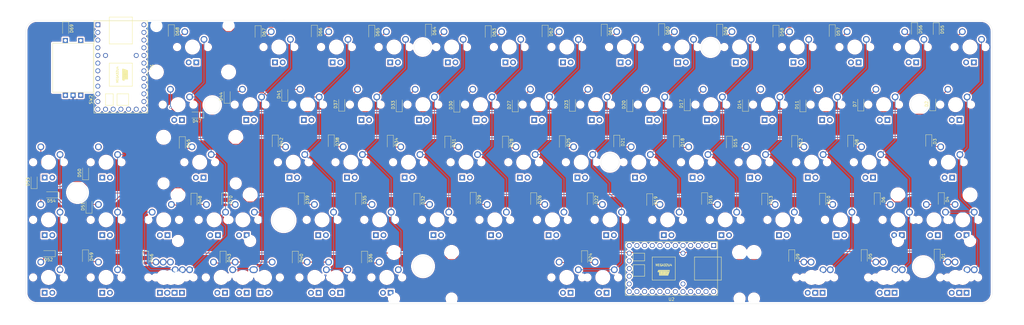
<source format=kicad_pcb>
(kicad_pcb (version 20171130) (host pcbnew "(5.1.5)-3")
  (layers (0 F.Cu signal) (31 B.Cu signal) (34 B.Paste user) (35 F.Paste user) (36 B.SilkS user) (37 F.SilkS user) (38 B.Mask user) (39 F.Mask user) (44 Edge.Cuts user))
  (net 0 "")
  (net 1 GND)
  (net 2 /D4)
  (net 3 /D3)
  (net 4 "Net-(MX_SPACE1-Pad4)")
  (net 5 "Net-(MX_SPACE1-Pad3)")
  (net 6 "Net-(D32-Pad2)")
  (net 7 "Net-(D35-Pad2)")
  (net 8 "Net-(D8-Pad2)")
  (net 9 "Net-(D22-Pad2)")
  (net 10 "Net-(D47-Pad2)")
  (net 11 "Net-(D16-Pad2)")
  (net 12 "Net-(D3-Pad2)")
  (net 13 "Net-(D44-Pad2)")
  (net 14 "Net-(D15-Pad2)")
  (net 15 "Net-(D49-Pad2)")
  (net 16 "Net-(D14-Pad2)")
  (net 17 "Net-(D45-Pad2)")
  (net 18 "Net-(D6-Pad2)")
  (net 19 "Net-(D18-Pad2)")
  (net 20 "Net-(D39-Pad2)")
  (net 21 "Net-(D21-Pad2)")
  (net 22 "Net-(D25-Pad2)")
  (net 23 "Net-(D30-Pad2)")
  (net 24 "Net-(D28-Pad2)")
  (net 25 "Net-(D31-Pad2)")
  (net 26 "Net-(D34-Pad2)")
  (net 27 "Net-(MX_LALT1-Pad4)")
  (net 28 "Net-(MX_LALT1-Pad3)")
  (net 29 "Net-(D9-Pad2)")
  (net 30 "Net-(MX_LCTRL1-Pad4)")
  (net 31 "Net-(MX_LCTRL1-Pad3)")
  (net 32 "Net-(D1-Pad2)")
  (net 33 "Net-(D46-Pad2)")
  (net 34 "Net-(MX_LMENU1-Pad4)")
  (net 35 "Net-(MX_LMENU1-Pad3)")
  (net 36 "Net-(D5-Pad2)")
  (net 37 "Net-(D4-Pad2)")
  (net 38 "Net-(D29-Pad2)")
  (net 39 "Net-(D50-Pad2)")
  (net 40 "Net-(D53-Pad2)")
  (net 41 "Net-(D54-Pad2)")
  (net 42 "Net-(D26-Pad2)")
  (net 43 "Net-(D33-Pad2)")
  (net 44 "Net-(D41-Pad2)")
  (net 45 "Net-(D37-Pad2)")
  (net 46 "Net-(D7-Pad2)")
  (net 47 "Net-(D42-Pad2)")
  (net 48 "Net-(D17-Pad2)")
  (net 49 "Net-(D36-Pad2)")
  (net 50 "Net-(MX_RCTRL1-Pad4)")
  (net 51 "Net-(MX_RCTRL1-Pad3)")
  (net 52 "Net-(D43-Pad2)")
  (net 53 "Net-(D52-Pad2)")
  (net 54 "Net-(MX_RMENU1-Pad4)")
  (net 55 "Net-(MX_RMENU1-Pad3)")
  (net 56 "Net-(D40-Pad2)")
  (net 57 "Net-(MX_RSHFT1-Pad4)")
  (net 58 "Net-(MX_RSHFT1-Pad3)")
  (net 59 "Net-(D48-Pad2)")
  (net 60 "Net-(D12-Pad2)")
  (net 61 "Net-(D38-Pad2)")
  (net 62 "Net-(D24-Pad2)")
  (net 63 "Net-(D20-Pad2)")
  (net 64 "Net-(D2-Pad2)")
  (net 65 "Net-(D27-Pad2)")
  (net 66 "Net-(D51-Pad2)")
  (net 67 "Net-(D19-Pad2)")
  (net 68 "Net-(D11-Pad2)")
  (net 69 "Net-(D13-Pad2)")
  (net 70 "Net-(D23-Pad2)")
  (net 71 "Net-(D10-Pad2)")
  (net 72 "Net-(D55-Pad2)")
  (net 73 "Net-(D56-Pad2)")
  (net 74 "Net-(D57-Pad2)")
  (net 75 "Net-(D58-Pad2)")
  (net 76 "Net-(D59-Pad2)")
  (net 77 "Net-(D60-Pad2)")
  (net 78 "Net-(D61-Pad2)")
  (net 79 "Net-(D62-Pad2)")
  (net 80 "Net-(D63-Pad2)")
  (net 81 "Net-(D64-Pad2)")
  (net 82 "Net-(D65-Pad2)")
  (net 83 "Net-(D66-Pad2)")
  (net 84 "Net-(D67-Pad2)")
  (net 85 "Net-(D68-Pad2)")
  (net 86 Row5)
  (net 87 Row2)
  (net 88 Row3)
  (net 89 Row4)
  (net 90 Row1)
  (net 91 "Net-(D69-Pad2)")
  (net 92 Col6)
  (net 93 Col15)
  (net 94 Col14)
  (net 95 Col13)
  (net 96 Col12)
  (net 97 Col11)
  (net 98 Col10)
  (net 99 Col9)
  (net 100 Col8)
  (net 101 Col7)
  (net 102 Col3)
  (net 103 Col16)
  (net 104 Col4)
  (net 105 COL2)
  (net 106 Col5)
  (net 107 "Net-(U1-Pad31)")
  (net 108 "Net-(U1-Pad29)")
  (net 109 "Net-(U1-Pad18)")
  (net 110 "Net-(U1-Pad1)")
  (net 111 "Net-(D70-Pad2)")
  (net 112 "Net-(MX_RWIN1-Pad4)")
  (net 113 "Net-(MX_RWIN1-Pad3)")
  (net 114 Col1)
  (net 115 "Net-(U1-Pad17)")
  (net 116 "Net-(U1-Pad16)")
  (net 117 "Net-(U1-Pad14)")
  (net 118 "Net-(U1-Pad15)")
  (module teensy:Teensy2.0 (layer F.Cu) (at -9.398 80.391 270)
    (fp_text reference U1 (at 0 -10.16 90) (layer F.SilkS))
    (fp_text value "Teensy2.0_(Arduino)")
    (fp_text user MEGA32U4 (at 2.54 1.143 90) (layer F.SilkS) (effects (font (size 0.7 0.7))))
    (pad 31 thru_hole circle (at -3.81 -5.08 270) (size 1.6 1.6) (drill 1.1) (layers *.Cu *.Mask) (net 107 "Net-(U1-Pad31)"))
    (pad 30 thru_hole circle (at -3.81 5.08 270) (size 1.6 1.6) (drill 1.1) (layers *.Cu *.Mask) (net 92 Col6))
    (pad 29 thru_hole circle (at -13.97 -7.62 270) (size 1.6 1.6) (drill 1.1) (layers *.Cu *.Mask) (net 108 "Net-(U1-Pad29)"))
    (pad 28 thru_hole circle (at -11.43 -7.62 270) (size 1.6 1.6) (drill 1.1) (layers *.Cu *.Mask) (net 101 Col7))
    (pad 27 thru_hole circle (at -8.89 -7.62 270) (size 1.6 1.6) (drill 1.1) (layers *.Cu *.Mask) (net 100 Col8))
    (pad 26 thru_hole circle (at -6.35 -7.62 270) (size 1.6 1.6) (drill 1.1) (layers *.Cu *.Mask) (net 99 Col9))
    (pad 25 thru_hole circle (at -3.81 -7.62 270) (size 1.6 1.6) (drill 1.1) (layers *.Cu *.Mask) (net 98 Col10))
    (pad 24 thru_hole circle (at -1.27 -7.62 270) (size 1.6 1.6) (drill 1.1) (layers *.Cu *.Mask) (net 97 Col11))
    (pad 23 thru_hole circle (at 1.27 -7.62 270) (size 1.6 1.6) (drill 1.1) (layers *.Cu *.Mask) (net 96 Col12))
    (pad 22 thru_hole circle (at 3.81 -7.62 270) (size 1.6 1.6) (drill 1.1) (layers *.Cu *.Mask) (net 95 Col13))
    (pad 21 thru_hole circle (at 6.35 -7.62 270) (size 1.6 1.6) (drill 1.1) (layers *.Cu *.Mask) (net 94 Col14))
    (pad 20 thru_hole circle (at 8.89 -7.62 270) (size 1.6 1.6) (drill 1.1) (layers *.Cu *.Mask) (net 93 Col15))
    (pad 19 thru_hole circle (at 11.43 -7.62 270) (size 1.6 1.6) (drill 1.1) (layers *.Cu *.Mask) (net 103 Col16))
    (pad 18 thru_hole circle (at 13.97 -7.62 270) (size 1.6 1.6) (drill 1.1) (layers *.Cu *.Mask) (net 109 "Net-(U1-Pad18)"))
    (pad 17 thru_hole circle (at 13.97 -5.08 270) (size 1.6 1.6) (drill 1.1) (layers *.Cu *.Mask) (net 115 "Net-(U1-Pad17)"))
    (pad 16 thru_hole circle (at 13.97 -2.54 270) (size 1.6 1.6) (drill 1.1) (layers *.Cu *.Mask) (net 116 "Net-(U1-Pad16)"))
    (pad 14 thru_hole circle (at 13.97 2.54 270) (size 1.6 1.6) (drill 1.1) (layers *.Cu *.Mask) (net 117 "Net-(U1-Pad14)"))
    (pad 13 thru_hole circle (at 13.97 5.08 270) (size 1.6 1.6) (drill 1.1) (layers *.Cu *.Mask) (net 106 Col5))
    (pad 12 thru_hole circle (at 13.97 7.62 270) (size 1.6 1.6) (drill 1.1) (layers *.Cu *.Mask) (net 104 Col4))
    (pad 11 thru_hole circle (at 11.43 7.62 270) (size 1.6 1.6) (drill 1.1) (layers *.Cu *.Mask) (net 102 Col3))
    (pad 10 thru_hole circle (at 8.89 7.62 270) (size 1.6 1.6) (drill 1.1) (layers *.Cu *.Mask) (net 105 COL2))
    (pad 9 thru_hole circle (at 6.35 7.62 270) (size 1.6 1.6) (drill 1.1) (layers *.Cu *.Mask) (net 114 Col1))
    (pad 8 thru_hole circle (at 3.81 7.62 270) (size 1.6 1.6) (drill 1.1) (layers *.Cu *.Mask) (net 86 Row5))
    (pad 7 thru_hole circle (at 1.27 7.62 270) (size 1.6 1.6) (drill 1.1) (layers *.Cu *.Mask) (net 89 Row4))
    (pad 6 thru_hole circle (at -1.27 7.62 270) (size 1.6 1.6) (drill 1.1) (layers *.Cu *.Mask) (net 2 /D4))
    (pad 5 thru_hole circle (at -3.81 7.62 270) (size 1.6 1.6) (drill 1.1) (layers *.Cu *.Mask) (net 3 /D3))
    (pad 4 thru_hole circle (at -6.35 7.62 270) (size 1.6 1.6) (drill 1.1) (layers *.Cu *.Mask) (net 88 Row3))
    (pad 3 thru_hole circle (at -8.89 7.62 270) (size 1.6 1.6) (drill 1.1) (layers *.Cu *.Mask) (net 87 Row2))
    (pad 2 thru_hole circle (at -11.43 7.62 270) (size 1.6 1.6) (drill 1.1) (layers *.Cu *.Mask) (net 90 Row1))
    (pad 1 thru_hole rect (at -13.97 7.62 270) (size 1.6 1.6) (drill 1.1) (layers *.Cu *.Mask) (net 110 "Net-(U1-Pad1)"))
    (pad 15 thru_hole circle (at 13.97 0 270) (size 1.6 1.6) (drill 1.1) (layers *.Cu *.Mask) (net 118 "Net-(U1-Pad15)"))
  )
  (module teensy:Teensy2.0 (layer F.Cu) (at 172.72 147.066 180)
    (fp_text reference U2 (at 0 -10.16) (layer F.SilkS))
    (fp_text value "Teensy2.0_(Arduino)")
    (fp_text user MEGA32U4 (at 2.54 1.143) (layer F.SilkS) (effects (font (size 0.7 0.7))))
    (pad 31 thru_hole circle (at -3.81 -5.08 180) (size 1.6 1.6) (drill 1.1) (layers *.Cu *.Mask) (net 107 "Net-(U1-Pad31)"))
    (pad 30 thru_hole circle (at -3.81 5.08 180) (size 1.6 1.6) (drill 1.1) (layers *.Cu *.Mask) (net 92 Col6))
    (pad 29 thru_hole circle (at -13.97 -7.62 180) (size 1.6 1.6) (drill 1.1) (layers *.Cu *.Mask) (net 108 "Net-(U1-Pad29)"))
    (pad 28 thru_hole circle (at -11.43 -7.62 180) (size 1.6 1.6) (drill 1.1) (layers *.Cu *.Mask) (net 101 Col7))
    (pad 27 thru_hole circle (at -8.89 -7.62 180) (size 1.6 1.6) (drill 1.1) (layers *.Cu *.Mask) (net 100 Col8))
    (pad 26 thru_hole circle (at -6.35 -7.62 180) (size 1.6 1.6) (drill 1.1) (layers *.Cu *.Mask) (net 99 Col9))
    (pad 25 thru_hole circle (at -3.81 -7.62 180) (size 1.6 1.6) (drill 1.1) (layers *.Cu *.Mask) (net 98 Col10))
    (pad 24 thru_hole circle (at -1.27 -7.62 180) (size 1.6 1.6) (drill 1.1) (layers *.Cu *.Mask) (net 97 Col11))
    (pad 23 thru_hole circle (at 1.27 -7.62 180) (size 1.6 1.6) (drill 1.1) (layers *.Cu *.Mask) (net 96 Col12))
    (pad 22 thru_hole circle (at 3.81 -7.62 180) (size 1.6 1.6) (drill 1.1) (layers *.Cu *.Mask) (net 95 Col13))
    (pad 21 thru_hole circle (at 6.35 -7.62 180) (size 1.6 1.6) (drill 1.1) (layers *.Cu *.Mask) (net 94 Col14))
    (pad 20 thru_hole circle (at 8.89 -7.62 180) (size 1.6 1.6) (drill 1.1) (layers *.Cu *.Mask) (net 93 Col15))
    (pad 19 thru_hole circle (at 11.43 -7.62 180) (size 1.6 1.6) (drill 1.1) (layers *.Cu *.Mask) (net 103 Col16))
    (pad 18 thru_hole circle (at 13.97 -7.62 180) (size 1.6 1.6) (drill 1.1) (layers *.Cu *.Mask) (net 109 "Net-(U1-Pad18)"))
    (pad 17 thru_hole circle (at 13.97 -5.08 180) (size 1.6 1.6) (drill 1.1) (layers *.Cu *.Mask) (net 115 "Net-(U1-Pad17)"))
    (pad 16 thru_hole circle (at 13.97 -2.54 180) (size 1.6 1.6) (drill 1.1) (layers *.Cu *.Mask) (net 116 "Net-(U1-Pad16)"))
    (pad 14 thru_hole circle (at 13.97 2.54 180) (size 1.6 1.6) (drill 1.1) (layers *.Cu *.Mask) (net 117 "Net-(U1-Pad14)"))
    (pad 13 thru_hole circle (at 13.97 5.08 180) (size 1.6 1.6) (drill 1.1) (layers *.Cu *.Mask) (net 106 Col5))
    (pad 12 thru_hole circle (at 13.97 7.62 180) (size 1.6 1.6) (drill 1.1) (layers *.Cu *.Mask) (net 104 Col4))
    (pad 11 thru_hole circle (at 11.43 7.62 180) (size 1.6 1.6) (drill 1.1) (layers *.Cu *.Mask) (net 102 Col3))
    (pad 10 thru_hole circle (at 8.89 7.62 180) (size 1.6 1.6) (drill 1.1) (layers *.Cu *.Mask) (net 105 COL2))
    (pad 9 thru_hole circle (at 6.35 7.62 180) (size 1.6 1.6) (drill 1.1) (layers *.Cu *.Mask) (net 114 Col1))
    (pad 8 thru_hole circle (at 3.81 7.62 180) (size 1.6 1.6) (drill 1.1) (layers *.Cu *.Mask) (net 86 Row5))
    (pad 7 thru_hole circle (at 1.27 7.62 180) (size 1.6 1.6) (drill 1.1) (layers *.Cu *.Mask) (net 89 Row4))
    (pad 6 thru_hole circle (at -1.27 7.62 180) (size 1.6 1.6) (drill 1.1) (layers *.Cu *.Mask) (net 2 /D4))
    (pad 5 thru_hole circle (at -3.81 7.62 180) (size 1.6 1.6) (drill 1.1) (layers *.Cu *.Mask) (net 3 /D3))
    (pad 4 thru_hole circle (at -6.35 7.62 180) (size 1.6 1.6) (drill 1.1) (layers *.Cu *.Mask) (net 88 Row3))
    (pad 3 thru_hole circle (at -8.89 7.62 180) (size 1.6 1.6) (drill 1.1) (layers *.Cu *.Mask) (net 87 Row2))
    (pad 2 thru_hole circle (at -11.43 7.62 180) (size 1.6 1.6) (drill 1.1) (layers *.Cu *.Mask) (net 90 Row1))
    (pad 1 thru_hole rect (at -13.97 7.62 180) (size 1.6 1.6) (drill 1.1) (layers *.Cu *.Mask) (net 110 "Net-(U1-Pad1)"))
    (pad 15 thru_hole circle (at 13.97 0 180) (size 1.6 1.6) (drill 1.1) (layers *.Cu *.Mask) (net 118 "Net-(U1-Pad15)"))
  )
  (module MX_Only:MXOnly-1.5U-FLIPPED (layer F.Cu) (at 38.1 150)
    (fp_text reference MX_RMENU2)
    (fp_text value MX-LED)
    (pad "" np_thru_hole circle (at 5.08 0 48.0996) (size 1.75 1.75) (drill 1.75) (layers *.Cu *.Mask))
    (pad "" np_thru_hole circle (at -5.08 0 48.0996) (size 1.75 1.75) (drill 1.75) (layers *.Cu *.Mask))
    (pad 4 thru_hole rect (at -1.27 5.08) (size 1.905 1.905) (drill 1.04) (layers *.Cu B.Mask) (net 54 "Net-(MX_RMENU1-Pad4)"))
    (pad 3 thru_hole circle (at 1.27 5.08) (size 1.905 1.905) (drill 1.04) (layers *.Cu B.Mask) (net 55 "Net-(MX_RMENU1-Pad3)"))
    (pad 1 thru_hole circle (at -3.81 -2.54) (size 2.25 2.25) (drill 1.47) (layers *.Cu B.Mask) (net 104 Col4))
    (pad "" np_thru_hole circle (at 0 0) (size 3.9878 3.9878) (drill 3.9878) (layers *.Cu *.Mask))
    (pad 2 thru_hole circle (at 2.54 -5.08) (size 2.25 2.25) (drill 1.47) (layers *.Cu B.Mask) (net 52 "Net-(D43-Pad2)"))
  )
  (module MX_Only:MXOnly-1U (layer F.Cu) (at 4.7625 130.95)
    (fp_text reference MX_UP2)
    (fp_text value MX-LED)
    (pad "" np_thru_hole circle (at 5.08 0 48.0996) (size 1.75 1.75) (drill 1.75) (layers *.Cu *.Mask))
    (pad "" np_thru_hole circle (at -5.08 0 48.0996) (size 1.75 1.75) (drill 1.75) (layers *.Cu *.Mask))
    (pad 4 thru_hole rect (at 1.27 5.08) (size 1.905 1.905) (drill 1.04) (layers *.Cu B.Mask) (net 57 "Net-(MX_RSHFT1-Pad4)"))
    (pad 3 thru_hole circle (at -1.27 5.08) (size 1.905 1.905) (drill 1.04) (layers *.Cu B.Mask) (net 58 "Net-(MX_RSHFT1-Pad3)"))
    (pad 1 thru_hole circle (at -3.81 -2.54) (size 2.25 2.25) (drill 1.47) (layers *.Cu B.Mask) (net 102 Col3))
    (pad "" np_thru_hole circle (at 0 0) (size 3.9878 3.9878) (drill 3.9878) (layers *.Cu *.Mask))
    (pad 2 thru_hole circle (at 2.54 -5.08) (size 2.25 2.25) (drill 1.47) (layers *.Cu B.Mask) (net 59 "Net-(D48-Pad2)"))
  )
  (module MX_Only:MXOnly-7U-FLIPPED-ReversedStabilizers (layer B.Cu) (at 138.09375 150 180)
    (fp_text reference MX_SPACE2)
    (fp_text value MX-LED)
    (pad "" np_thru_hole circle (at 57.15 8.255 180) (size 3.9878 3.9878) (drill 3.9878) (layers *.Cu *.Mask))
    (pad "" np_thru_hole circle (at -57.15 8.255 180) (size 3.9878 3.9878) (drill 3.9878) (layers *.Cu *.Mask))
    (pad "" np_thru_hole circle (at 57.15 -6.985 180) (size 3.048 3.048) (drill 3.048) (layers *.Cu *.Mask))
    (pad "" np_thru_hole circle (at -57.15 -6.985 180) (size 3.048 3.048) (drill 3.048) (layers *.Cu *.Mask))
    (pad "" np_thru_hole circle (at 5.08 0 131.9004) (size 1.75 1.75) (drill 1.75) (layers *.Cu *.Mask))
    (pad "" np_thru_hole circle (at -5.08 0 131.9004) (size 1.75 1.75) (drill 1.75) (layers *.Cu *.Mask))
    (pad 4 thru_hole rect (at -1.27 -5.08 180) (size 1.905 1.905) (drill 1.04) (layers *.Cu F.Mask) (net 4 "Net-(MX_SPACE1-Pad4)"))
    (pad 3 thru_hole circle (at 1.27 -5.08 180) (size 1.905 1.905) (drill 1.04) (layers *.Cu F.Mask) (net 5 "Net-(MX_SPACE1-Pad3)"))
    (pad 1 thru_hole circle (at -3.81 2.54 180) (size 2.25 2.25) (drill 1.47) (layers *.Cu F.Mask) (net 98 Col10))
    (pad "" np_thru_hole circle (at 0 0 180) (size 3.9878 3.9878) (drill 3.9878) (layers *.Cu *.Mask))
    (pad 2 thru_hole circle (at 2.54 5.08 180) (size 2.25 2.25) (drill 1.47) (layers *.Cu F.Mask) (net 62 "Net-(D24-Pad2)"))
  )
  (module MX_Only:MXOnly-1.75U-FLIPPED (layer B.Cu) (at 30.95625 130.95 180)
    (fp_text reference MX_RSHFT2)
    (fp_text value MX-LED)
    (pad "" np_thru_hole circle (at 5.08 0 131.9004) (size 1.75 1.75) (drill 1.75) (layers *.Cu *.Mask))
    (pad "" np_thru_hole circle (at -5.08 0 131.9004) (size 1.75 1.75) (drill 1.75) (layers *.Cu *.Mask))
    (pad 4 thru_hole rect (at -1.27 -5.08 180) (size 1.905 1.905) (drill 1.04) (layers *.Cu F.Mask))
    (pad 3 thru_hole circle (at 1.27 -5.08 180) (size 1.905 1.905) (drill 1.04) (layers *.Cu F.Mask))
    (pad 1 thru_hole circle (at -3.81 2.54 180) (size 2.25 2.25) (drill 1.47) (layers *.Cu F.Mask) (net 104 Col4))
    (pad "" np_thru_hole circle (at 0 0 180) (size 3.9878 3.9878) (drill 3.9878) (layers *.Cu *.Mask))
    (pad 2 thru_hole circle (at 2.54 5.08 180) (size 2.25 2.25) (drill 1.47) (layers *.Cu F.Mask) (net 111 "Net-(D70-Pad2)"))
  )
  (module MX_Only:MXOnly-1U-FLIPPED (layer B.Cu) (at 61.86 150 180)
    (fp_text reference MX_RWIN2)
    (fp_text value MX-LED)
    (pad "" np_thru_hole circle (at 5.08 0 131.9004) (size 1.75 1.75) (drill 1.75) (layers *.Cu *.Mask))
    (pad "" np_thru_hole circle (at -5.08 0 131.9004) (size 1.75 1.75) (drill 1.75) (layers *.Cu *.Mask))
    (pad 4 thru_hole rect (at -1.27 -5.08 180) (size 1.905 1.905) (drill 1.04) (layers *.Cu F.Mask) (net 112 "Net-(MX_RWIN1-Pad4)"))
    (pad 3 thru_hole circle (at 1.27 -5.08 180) (size 1.905 1.905) (drill 1.04) (layers *.Cu F.Mask) (net 113 "Net-(MX_RWIN1-Pad3)"))
    (pad 1 thru_hole circle (at -3.81 2.54 180) (size 2.25 2.25) (drill 1.47) (layers *.Cu F.Mask) (net 106 Col5))
    (pad "" np_thru_hole circle (at 0 0 180) (size 3.9878 3.9878) (drill 3.9878) (layers *.Cu *.Mask))
    (pad 2 thru_hole circle (at 2.54 5.08 180) (size 2.25 2.25) (drill 1.47) (layers *.Cu F.Mask) (net 56 "Net-(D40-Pad2)"))
  )
  (module MX_Only:MXOnly-1U-FLIPPED (layer B.Cu) (at 23.78 150 180)
    (fp_text reference MX_RMENU3)
    (fp_text value MX-LED)
    (pad "" np_thru_hole circle (at 5.08 0 131.9004) (size 1.75 1.75) (drill 1.75) (layers *.Cu *.Mask))
    (pad "" np_thru_hole circle (at -5.08 0 131.9004) (size 1.75 1.75) (drill 1.75) (layers *.Cu *.Mask))
    (pad 4 thru_hole rect (at -1.27 -5.08 180) (size 1.905 1.905) (drill 1.04) (layers *.Cu F.Mask) (net 54 "Net-(MX_RMENU1-Pad4)"))
    (pad 3 thru_hole circle (at 1.27 -5.08 180) (size 1.905 1.905) (drill 1.04) (layers *.Cu F.Mask) (net 55 "Net-(MX_RMENU1-Pad3)"))
    (pad 1 thru_hole circle (at -3.81 2.54 180) (size 2.25 2.25) (drill 1.47) (layers *.Cu F.Mask) (net 104 Col4))
    (pad "" np_thru_hole circle (at 0 0 180) (size 3.9878 3.9878) (drill 3.9878) (layers *.Cu *.Mask))
    (pad 2 thru_hole circle (at 2.54 5.08 180) (size 2.25 2.25) (drill 1.47) (layers *.Cu F.Mask) (net 52 "Net-(D43-Pad2)"))
  )
  (module MX_Only:MXOnly-1U-FLIPPED (layer B.Cu) (at 242.86875 150 180)
    (fp_text reference MX_LMENU2)
    (fp_text value MX-LED)
    (pad "" np_thru_hole circle (at 5.08 0 131.9004) (size 1.75 1.75) (drill 1.75) (layers *.Cu *.Mask))
    (pad "" np_thru_hole circle (at -5.08 0 131.9004) (size 1.75 1.75) (drill 1.75) (layers *.Cu *.Mask))
    (pad 4 thru_hole rect (at -1.27 -5.08 180) (size 1.905 1.905) (drill 1.04) (layers *.Cu F.Mask) (net 34 "Net-(MX_LMENU1-Pad4)"))
    (pad 3 thru_hole circle (at 1.27 -5.08 180) (size 1.905 1.905) (drill 1.04) (layers *.Cu F.Mask) (net 35 "Net-(MX_LMENU1-Pad3)"))
    (pad 1 thru_hole circle (at -3.81 2.54 180) (size 2.25 2.25) (drill 1.47) (layers *.Cu F.Mask) (net 93 Col15))
    (pad "" np_thru_hole circle (at 0 0 180) (size 3.9878 3.9878) (drill 3.9878) (layers *.Cu *.Mask))
    (pad 2 thru_hole circle (at 2.54 5.08 180) (size 2.25 2.25) (drill 1.47) (layers *.Cu F.Mask) (net 36 "Net-(D5-Pad2)"))
  )
  (module MX_Only:MXOnly-1U (layer B.Cu) (at 4.75875 150 180)
    (fp_text reference MX_RCTRL3)
    (fp_text value MX-LED)
    (pad "" np_thru_hole circle (at 5.08 0 131.9004) (size 1.75 1.75) (drill 1.75) (layers *.Cu *.Mask))
    (pad "" np_thru_hole circle (at -5.08 0 131.9004) (size 1.75 1.75) (drill 1.75) (layers *.Cu *.Mask))
    (pad 4 thru_hole rect (at 1.27 -5.08 180) (size 1.905 1.905) (drill 1.04) (layers *.Cu F.Mask) (net 50 "Net-(MX_RCTRL1-Pad4)"))
    (pad 3 thru_hole circle (at -1.27 -5.08 180) (size 1.905 1.905) (drill 1.04) (layers *.Cu F.Mask) (net 51 "Net-(MX_RCTRL1-Pad3)"))
    (pad 1 thru_hole circle (at -3.81 2.54 180) (size 2.25 2.25) (drill 1.47) (layers *.Cu F.Mask) (net 102 Col3))
    (pad "" np_thru_hole circle (at 0 0 180) (size 3.9878 3.9878) (drill 3.9878) (layers *.Cu *.Mask))
    (pad 2 thru_hole circle (at 2.54 5.08 180) (size 2.25 2.25) (drill 1.47) (layers *.Cu F.Mask) (net 33 "Net-(D46-Pad2)"))
  )
  (module MX_Only:MXOnly-1.5U-FLIPPED (layer B.Cu) (at 9.52125 150 180)
    (fp_text reference MX_RCTRL2)
    (fp_text value MX-LED)
    (pad "" np_thru_hole circle (at 5.08 0 131.9004) (size 1.75 1.75) (drill 1.75) (layers *.Cu *.Mask))
    (pad "" np_thru_hole circle (at -5.08 0 131.9004) (size 1.75 1.75) (drill 1.75) (layers *.Cu *.Mask))
    (pad 4 thru_hole rect (at -1.27 -5.08 180) (size 1.905 1.905) (drill 1.04) (layers *.Cu F.Mask) (net 50 "Net-(MX_RCTRL1-Pad4)"))
    (pad 3 thru_hole circle (at 1.27 -5.08 180) (size 1.905 1.905) (drill 1.04) (layers *.Cu F.Mask) (net 51 "Net-(MX_RCTRL1-Pad3)"))
    (pad 1 thru_hole circle (at -3.81 2.54 180) (size 2.25 2.25) (drill 1.47) (layers *.Cu F.Mask) (net 102 Col3))
    (pad "" np_thru_hole circle (at 0 0 180) (size 3.9878 3.9878) (drill 3.9878) (layers *.Cu *.Mask))
    (pad 2 thru_hole circle (at 2.54 5.08 180) (size 2.25 2.25) (drill 1.47) (layers *.Cu F.Mask) (net 33 "Net-(D46-Pad2)"))
  )
  (module MX_Only:MXOnly-1.25U-FLIPPED (layer B.Cu) (at 7.14 150 180)
    (fp_text reference MX_RCTRL1)
    (fp_text value MX-LED)
    (pad "" np_thru_hole circle (at 5.08 0 131.9004) (size 1.75 1.75) (drill 1.75) (layers *.Cu *.Mask))
    (pad "" np_thru_hole circle (at -5.08 0 131.9004) (size 1.75 1.75) (drill 1.75) (layers *.Cu *.Mask))
    (pad 4 thru_hole rect (at -1.27 -5.08 180) (size 1.905 1.905) (drill 1.04) (layers *.Cu F.Mask) (net 50 "Net-(MX_RCTRL1-Pad4)"))
    (pad 3 thru_hole circle (at 1.27 -5.08 180) (size 1.905 1.905) (drill 1.04) (layers *.Cu F.Mask) (net 51 "Net-(MX_RCTRL1-Pad3)"))
    (pad 1 thru_hole circle (at -3.81 2.54 180) (size 2.25 2.25) (drill 1.47) (layers *.Cu F.Mask) (net 102 Col3))
    (pad "" np_thru_hole circle (at 0 0 180) (size 3.9878 3.9878) (drill 3.9878) (layers *.Cu *.Mask))
    (pad 2 thru_hole circle (at 2.54 5.08 180) (size 2.25 2.25) (drill 1.47) (layers *.Cu F.Mask) (net 33 "Net-(D46-Pad2)"))
  )
  (module MX_Only:MXOnly-1.5U-FLIPPED (layer B.Cu) (at 266.68125 150 180)
    (fp_text reference MX_LCTRL2)
    (fp_text value MX-LED)
    (pad "" np_thru_hole circle (at 5.08 0 131.9004) (size 1.75 1.75) (drill 1.75) (layers *.Cu *.Mask))
    (pad "" np_thru_hole circle (at -5.08 0 131.9004) (size 1.75 1.75) (drill 1.75) (layers *.Cu *.Mask))
    (pad 4 thru_hole rect (at -1.27 -5.08 180) (size 1.905 1.905) (drill 1.04) (layers *.Cu F.Mask) (net 30 "Net-(MX_LCTRL1-Pad4)"))
    (pad 3 thru_hole circle (at 1.27 -5.08 180) (size 1.905 1.905) (drill 1.04) (layers *.Cu F.Mask) (net 31 "Net-(MX_LCTRL1-Pad3)"))
    (pad 1 thru_hole circle (at -3.81 2.54 180) (size 2.25 2.25) (drill 1.47) (layers *.Cu F.Mask) (net 103 Col16))
    (pad "" np_thru_hole circle (at 0 0 180) (size 3.9878 3.9878) (drill 3.9878) (layers *.Cu *.Mask))
    (pad 2 thru_hole circle (at 2.54 5.08 180) (size 2.25 2.25) (drill 1.47) (layers *.Cu F.Mask) (net 32 "Net-(D1-Pad2)"))
  )
  (module MX_Only:MXOnly-1.5U-FLIPPED (layer B.Cu) (at 219.05625 150 180)
    (fp_text reference MX_LALT2)
    (fp_text value MX-LED)
    (pad "" np_thru_hole circle (at 5.08 0 131.9004) (size 1.75 1.75) (drill 1.75) (layers *.Cu *.Mask))
    (pad "" np_thru_hole circle (at -5.08 0 131.9004) (size 1.75 1.75) (drill 1.75) (layers *.Cu *.Mask))
    (pad 4 thru_hole rect (at -1.27 -5.08 180) (size 1.905 1.905) (drill 1.04) (layers *.Cu F.Mask) (net 27 "Net-(MX_LALT1-Pad4)"))
    (pad 3 thru_hole circle (at 1.27 -5.08 180) (size 1.905 1.905) (drill 1.04) (layers *.Cu F.Mask) (net 28 "Net-(MX_LALT1-Pad3)"))
    (pad 1 thru_hole circle (at -3.81 2.54 180) (size 2.25 2.25) (drill 1.47) (layers *.Cu F.Mask) (net 94 Col14))
    (pad "" np_thru_hole circle (at 0 0 180) (size 3.9878 3.9878) (drill 3.9878) (layers *.Cu *.Mask))
    (pad 2 thru_hole circle (at 2.54 5.08 180) (size 2.25 2.25) (drill 1.47) (layers *.Cu F.Mask) (net 29 "Net-(D9-Pad2)"))
  )
  (module Diode_SMD:D_SOD-123 (layer F.Cu) (at 24.98 124.35 270)
    (fp_text reference D70 (at 0 -2 90) (layer F.SilkS))
    (fp_text value D_Small)
    (pad 2 smd rect (at 1.65 0 270) (size 0.9 1.2) (layers F.Cu F.Paste F.Mask) (net 111 "Net-(D70-Pad2)"))
    (pad 1 smd rect (at -1.65 0 270) (size 0.9 1.2) (layers F.Cu F.Paste F.Mask) (net 89 Row4))
  )
  (module Diode_SMD:D_SOD-123 (layer F.Cu) (at 15.74 96.29 180)
    (fp_text reference D47 (at 0 -2) (layer F.SilkS))
    (fp_text value D_Small)
    (pad 2 smd rect (at 1.65 0 180) (size 0.9 1.2) (layers F.Cu F.Paste F.Mask) (net 10 "Net-(D47-Pad2)"))
    (pad 1 smd rect (at -1.65 0 180) (size 0.9 1.2) (layers F.Cu F.Paste F.Mask) (net 87 Row2))
  )
  (module Diode_SMD:D_SOD-123 (layer F.Cu) (at 25.74 90.15 90)
    (fp_text reference D44 (at 0 -2 90) (layer F.SilkS))
    (fp_text value D_Small)
    (pad 2 smd rect (at 1.65 0 90) (size 0.9 1.2) (layers F.Cu F.Paste F.Mask) (net 13 "Net-(D44-Pad2)"))
    (pad 1 smd rect (at -1.65 0 90) (size 0.9 1.2) (layers F.Cu F.Paste F.Mask) (net 87 Row2))
  )
  (module Diode_SMD:D_SOD-123 (layer F.Cu) (at 44.84 89.46 90)
    (fp_text reference D41 (at 0 -2 90) (layer F.SilkS))
    (fp_text value D_Small)
    (pad 2 smd rect (at 1.65 0 90) (size 0.9 1.2) (layers F.Cu F.Paste F.Mask) (net 44 "Net-(D41-Pad2)"))
    (pad 1 smd rect (at -1.65 0 90) (size 0.9 1.2) (layers F.Cu F.Paste F.Mask) (net 87 Row2))
  )
  (module Diode_SMD:D_SOD-123 (layer F.Cu) (at -27.686 67.691 270)
    (fp_text reference D69 (at 0 -2 90) (layer F.SilkS))
    (fp_text value D_Small)
    (pad 2 smd rect (at 1.65 0 270) (size 0.9 1.2) (layers F.Cu F.Paste F.Mask) (net 91 "Net-(D69-Pad2)"))
    (pad 1 smd rect (at -1.65 0 270) (size 0.9 1.2) (layers F.Cu F.Paste F.Mask) (net 90 Row1))
  )
  (module Pikatea:Encoder-BI_EN11_HSM0E (layer F.Cu) (at -25.21458 80.68564 90)
    (fp_text reference SW2 (at -10.5 5.9 90) (layer F.SilkS))
    (fp_text value Rotary_Encoder_Switch)
    (pad S1 thru_hole rect (at 9.05 -2.54 90) (size 1.7 1.7) (drill 1) (layers *.Cu *.Mask) (net 91 "Net-(D69-Pad2)"))
    (pad S2 thru_hole rect (at 9.05 2.54 90) (size 1.7 1.7) (drill 1) (layers *.Cu *.Mask) (net 105 COL2))
    (pad C thru_hole rect (at -9.05 0 90) (size 1.7 1.7) (drill 1) (layers *.Cu *.Mask) (net 1 GND))
    (pad B thru_hole rect (at -9.05 -2.54 90) (size 1.7 1.7) (drill 1) (layers *.Cu *.Mask) (net 3 /D3))
    (pad A thru_hole rect (at -9.05 2.54 90) (size 1.7 1.7) (drill 1) (layers *.Cu *.Mask) (net 2 /D4))
  )
  (module Diode_SMD:D_SOD-123 (layer F.Cu) (at 7.32 68.65 270)
    (fp_text reference D68 (at 0 -2 90) (layer F.SilkS))
    (fp_text value D_Small)
    (pad 2 smd rect (at 1.65 0 270) (size 0.9 1.2) (layers F.Cu F.Paste F.Mask) (net 85 "Net-(D68-Pad2)"))
    (pad 1 smd rect (at -1.65 0 270) (size 0.9 1.2) (layers F.Cu F.Paste F.Mask) (net 90 Row1))
  )
  (module Diode_SMD:D_SOD-123 (layer F.Cu) (at 35.99 68.97 270)
    (fp_text reference D67 (at 0 -2 90) (layer F.SilkS))
    (fp_text value D_Small)
    (pad 2 smd rect (at 1.65 0 270) (size 0.9 1.2) (layers F.Cu F.Paste F.Mask) (net 84 "Net-(D67-Pad2)"))
    (pad 1 smd rect (at -1.65 0 270) (size 0.9 1.2) (layers F.Cu F.Paste F.Mask) (net 90 Row1))
  )
  (module Diode_SMD:D_SOD-123 (layer F.Cu) (at 54.62 68.81 270)
    (fp_text reference D66 (at 0 -2 90) (layer F.SilkS))
    (fp_text value D_Small)
    (pad 2 smd rect (at 1.65 0 270) (size 0.9 1.2) (layers F.Cu F.Paste F.Mask) (net 83 "Net-(D66-Pad2)"))
    (pad 1 smd rect (at -1.65 0 270) (size 0.9 1.2) (layers F.Cu F.Paste F.Mask) (net 90 Row1))
  )
  (module Diode_SMD:D_SOD-123 (layer F.Cu) (at 73.56 68.86 270)
    (fp_text reference D65 (at 0 -2 90) (layer F.SilkS))
    (fp_text value D_Small)
    (pad 2 smd rect (at 1.65 0 270) (size 0.9 1.2) (layers F.Cu F.Paste F.Mask) (net 82 "Net-(D65-Pad2)"))
    (pad 1 smd rect (at -1.65 0 270) (size 0.9 1.2) (layers F.Cu F.Paste F.Mask) (net 90 Row1))
  )
  (module Diode_SMD:D_SOD-123 (layer F.Cu) (at 92.36 68.49 270)
    (fp_text reference D64 (at 0 -2 90) (layer F.SilkS))
    (fp_text value D_Small)
    (pad 2 smd rect (at 1.65 0 270) (size 0.9 1.2) (layers F.Cu F.Paste F.Mask) (net 81 "Net-(D64-Pad2)"))
    (pad 1 smd rect (at -1.65 0 270) (size 0.9 1.2) (layers F.Cu F.Paste F.Mask) (net 90 Row1))
  )
  (module Diode_SMD:D_SOD-123 (layer F.Cu) (at 112.13 68.97 270)
    (fp_text reference D63 (at 0 -2 90) (layer F.SilkS))
    (fp_text value D_Small)
    (pad 2 smd rect (at 1.65 0 270) (size 0.9 1.2) (layers F.Cu F.Paste F.Mask) (net 80 "Net-(D63-Pad2)"))
    (pad 1 smd rect (at -1.65 0 270) (size 0.9 1.2) (layers F.Cu F.Paste F.Mask) (net 90 Row1))
  )
  (module Diode_SMD:D_SOD-123 (layer F.Cu) (at 130.92 68.81 270)
    (fp_text reference D62 (at 0 -2 90) (layer F.SilkS))
    (fp_text value D_Small)
    (pad 2 smd rect (at 1.65 0 270) (size 0.9 1.2) (layers F.Cu F.Paste F.Mask) (net 79 "Net-(D62-Pad2)"))
    (pad 1 smd rect (at -1.65 0 270) (size 0.9 1.2) (layers F.Cu F.Paste F.Mask) (net 90 Row1))
  )
  (module Diode_SMD:D_SOD-123 (layer F.Cu) (at 150.51 68.54 270)
    (fp_text reference D61 (at 0 -2 90) (layer F.SilkS))
    (fp_text value D_Small)
    (pad 2 smd rect (at 1.65 0 270) (size 0.9 1.2) (layers F.Cu F.Paste F.Mask) (net 78 "Net-(D61-Pad2)"))
    (pad 1 smd rect (at -1.65 0 270) (size 0.9 1.2) (layers F.Cu F.Paste F.Mask) (net 90 Row1))
  )
  (module Diode_SMD:D_SOD-123 (layer F.Cu) (at 169.46 68.37 270)
    (fp_text reference D60 (at 0 -2 90) (layer F.SilkS))
    (fp_text value D_Small)
    (pad 2 smd rect (at 1.65 0 270) (size 0.9 1.2) (layers F.Cu F.Paste F.Mask) (net 77 "Net-(D60-Pad2)"))
    (pad 1 smd rect (at -1.65 0 270) (size 0.9 1.2) (layers F.Cu F.Paste F.Mask) (net 90 Row1))
  )
  (module Diode_SMD:D_SOD-123 (layer F.Cu) (at 188.67 68.54 270)
    (fp_text reference D59 (at 0 -2 90) (layer F.SilkS))
    (fp_text value D_Small)
    (pad 2 smd rect (at 1.65 0 270) (size 0.9 1.2) (layers F.Cu F.Paste F.Mask) (net 76 "Net-(D59-Pad2)"))
    (pad 1 smd rect (at -1.65 0 270) (size 0.9 1.2) (layers F.Cu F.Paste F.Mask) (net 90 Row1))
  )
  (module Diode_SMD:D_SOD-123 (layer F.Cu) (at 207.3 68.86 270)
    (fp_text reference D58 (at 0 -2 90) (layer F.SilkS))
    (fp_text value D_Small)
    (pad 2 smd rect (at 1.65 0 270) (size 0.9 1.2) (layers F.Cu F.Paste F.Mask) (net 75 "Net-(D58-Pad2)"))
    (pad 1 smd rect (at -1.65 0 270) (size 0.9 1.2) (layers F.Cu F.Paste F.Mask) (net 90 Row1))
  )
  (module Diode_SMD:D_SOD-123 (layer F.Cu) (at 225.93 68.7 270)
    (fp_text reference D57 (at 0 -2 90) (layer F.SilkS))
    (fp_text value D_Small)
    (pad 2 smd rect (at 1.65 0 270) (size 0.9 1.2) (layers F.Cu F.Paste F.Mask) (net 74 "Net-(D57-Pad2)"))
    (pad 1 smd rect (at -1.65 0 270) (size 0.9 1.2) (layers F.Cu F.Paste F.Mask) (net 90 Row1))
  )
  (module Diode_SMD:D_SOD-123 (layer F.Cu) (at 253.11 67.96 270)
    (fp_text reference D56 (at 0 -2 90) (layer F.SilkS))
    (fp_text value D_Small)
    (pad 2 smd rect (at 1.65 0 270) (size 0.9 1.2) (layers F.Cu F.Paste F.Mask) (net 73 "Net-(D56-Pad2)"))
    (pad 1 smd rect (at -1.65 0 270) (size 0.9 1.2) (layers F.Cu F.Paste F.Mask) (net 90 Row1))
  )
  (module Diode_SMD:D_SOD-123 (layer F.Cu) (at 260.3 68.04 270)
    (fp_text reference D55 (at 0 -2 90) (layer F.SilkS))
    (fp_text value D_Small)
    (pad 2 smd rect (at 1.65 0 270) (size 0.9 1.2) (layers F.Cu F.Paste F.Mask) (net 72 "Net-(D55-Pad2)"))
    (pad 1 smd rect (at -1.65 0 270) (size 0.9 1.2) (layers F.Cu F.Paste F.Mask) (net 90 Row1))
  )
  (module MX_Only:MXOnly-2U-FLIPPED (layer B.Cu) (at 14.2875 73.8 180)
    (fp_text reference MX_BSPC1)
    (fp_text value MX-LED)
    (pad "" np_thru_hole circle (at 11.938 -8.255 180) (size 3.9878 3.9878) (drill 3.9878) (layers *.Cu *.Mask))
    (pad "" np_thru_hole circle (at -11.938 -8.255 180) (size 3.9878 3.9878) (drill 3.9878) (layers *.Cu *.Mask))
    (pad "" np_thru_hole circle (at 11.938 6.985 180) (size 3.048 3.048) (drill 3.048) (layers *.Cu *.Mask))
    (pad "" np_thru_hole circle (at -11.938 6.985 180) (size 3.048 3.048) (drill 3.048) (layers *.Cu *.Mask))
    (pad "" np_thru_hole circle (at 5.08 0 131.9004) (size 1.75 1.75) (drill 1.75) (layers *.Cu *.Mask))
    (pad "" np_thru_hole circle (at -5.08 0 131.9004) (size 1.75 1.75) (drill 1.75) (layers *.Cu *.Mask))
    (pad 4 thru_hole rect (at -1.27 -5.08 180) (size 1.905 1.905) (drill 1.04) (layers *.Cu F.Mask))
    (pad 3 thru_hole circle (at 1.27 -5.08 180) (size 1.905 1.905) (drill 1.04) (layers *.Cu F.Mask))
    (pad 1 thru_hole circle (at -3.81 2.54 180) (size 2.25 2.25) (drill 1.47) (layers *.Cu F.Mask) (net 102 Col3))
    (pad "" np_thru_hole circle (at 0 0 180) (size 3.9878 3.9878) (drill 3.9878) (layers *.Cu *.Mask))
    (pad 2 thru_hole circle (at 2.54 5.08 180) (size 2.25 2.25) (drill 1.47) (layers *.Cu F.Mask) (net 85 "Net-(D68-Pad2)"))
  )
  (module Diode_SMD:D_SOD-123 (layer F.Cu) (at -32.375 122.7 180)
    (fp_text reference D54 (at 0 -2) (layer F.SilkS))
    (fp_text value D_Small)
    (pad 2 smd rect (at 1.65 0 180) (size 0.9 1.2) (layers F.Cu F.Paste F.Mask) (net 41 "Net-(D54-Pad2)"))
    (pad 1 smd rect (at -1.65 0 180) (size 0.9 1.2) (layers F.Cu F.Paste F.Mask) (net 89 Row4))
  )
  (module Diode_SMD:D_SOD-123 (layer F.Cu) (at -38.11 118.37 90)
    (fp_text reference D53 (at 0 -2 90) (layer F.SilkS))
    (fp_text value D_Small)
    (pad 2 smd rect (at 1.65 0 90) (size 0.9 1.2) (layers F.Cu F.Paste F.Mask) (net 40 "Net-(D53-Pad2)"))
    (pad 1 smd rect (at -1.65 0 90) (size 0.9 1.2) (layers F.Cu F.Paste F.Mask) (net 88 Row3))
  )
  (module Diode_SMD:D_SOD-123 (layer F.Cu) (at -33.33 142.13 180)
    (fp_text reference D52 (at 0 -2) (layer F.SilkS))
    (fp_text value D_Small)
    (pad 2 smd rect (at 1.65 0 180) (size 0.9 1.2) (layers F.Cu F.Paste F.Mask) (net 53 "Net-(D52-Pad2)"))
    (pad 1 smd rect (at -1.65 0 180) (size 0.9 1.2) (layers F.Cu F.Paste F.Mask) (net 86 Row5))
  )
  (module Diode_SMD:D_SOD-123 (layer F.Cu) (at -19.939 126.493 90)
    (fp_text reference D51 (at 0 -2 90) (layer F.SilkS))
    (fp_text value D_Small)
    (pad 2 smd rect (at 1.65 0 90) (size 0.9 1.2) (layers F.Cu F.Paste F.Mask) (net 66 "Net-(D51-Pad2)"))
    (pad 1 smd rect (at -1.65 0 90) (size 0.9 1.2) (layers F.Cu F.Paste F.Mask) (net 89 Row4))
  )
  (module Diode_SMD:D_SOD-123 (layer F.Cu) (at -21.082 115.442 90)
    (fp_text reference D50 (at 0 -2 90) (layer F.SilkS))
    (fp_text value D_Small)
    (pad 2 smd rect (at 1.65 0 90) (size 0.9 1.2) (layers F.Cu F.Paste F.Mask) (net 39 "Net-(D50-Pad2)"))
    (pad 1 smd rect (at -1.65 0 90) (size 0.9 1.2) (layers F.Cu F.Paste F.Mask) (net 88 Row3))
  )
  (module Diode_SMD:D_SOD-123 (layer F.Cu) (at -21.1 143.15 270)
    (fp_text reference D49 (at 0 -2 90) (layer F.SilkS))
    (fp_text value D_Small)
    (pad 2 smd rect (at 1.65 0 270) (size 0.9 1.2) (layers F.Cu F.Paste F.Mask) (net 15 "Net-(D49-Pad2)"))
    (pad 1 smd rect (at -1.65 0 270) (size 0.9 1.2) (layers F.Cu F.Paste F.Mask) (net 86 Row5))
  )
  (module Diode_SMD:D_SOD-123 (layer F.Cu) (at 14.8 124.41 270)
    (fp_text reference D48 (at 0 -2 90) (layer F.SilkS))
    (fp_text value D_Small)
    (pad 2 smd rect (at 1.65 0 270) (size 0.9 1.2) (layers F.Cu F.Paste F.Mask) (net 59 "Net-(D48-Pad2)"))
    (pad 1 smd rect (at -1.65 0 270) (size 0.9 1.2) (layers F.Cu F.Paste F.Mask) (net 89 Row4))
  )
  (module Diode_SMD:D_SOD-123 (layer F.Cu) (at -1.25 143.59 270)
    (fp_text reference D46 (at 0 -2 90) (layer F.SilkS))
    (fp_text value D_Small)
    (pad 2 smd rect (at 1.65 0 270) (size 0.9 1.2) (layers F.Cu F.Paste F.Mask) (net 33 "Net-(D46-Pad2)"))
    (pad 1 smd rect (at -1.65 0 270) (size 0.9 1.2) (layers F.Cu F.Paste F.Mask) (net 86 Row5))
  )
  (module Diode_SMD:D_SOD-123 (layer F.Cu) (at 10.95 105.675 270)
    (fp_text reference D45 (at 0 -2 90) (layer F.SilkS))
    (fp_text value D_Small)
    (pad 2 smd rect (at 1.65 0 270) (size 0.9 1.2) (layers F.Cu F.Paste F.Mask) (net 17 "Net-(D45-Pad2)"))
    (pad 1 smd rect (at -1.65 0 270) (size 0.9 1.2) (layers F.Cu F.Paste F.Mask) (net 88 Row3))
  )
  (module Diode_SMD:D_SOD-123 (layer F.Cu) (at 24.4 143.575 270)
    (fp_text reference D43 (at 0 -2 90) (layer F.SilkS))
    (fp_text value D_Small)
    (pad 2 smd rect (at 1.65 0 270) (size 0.9 1.2) (layers F.Cu F.Paste F.Mask) (net 52 "Net-(D43-Pad2)"))
    (pad 1 smd rect (at -1.65 0 270) (size 0.9 1.2) (layers F.Cu F.Paste F.Mask) (net 86 Row5))
  )
  (module Diode_SMD:D_SOD-123 (layer F.Cu) (at 41.69 105.16 270)
    (fp_text reference D42 (at 0 -2 90) (layer F.SilkS))
    (fp_text value D_Small)
    (pad 2 smd rect (at 1.65 0 270) (size 0.9 1.2) (layers F.Cu F.Paste F.Mask) (net 47 "Net-(D42-Pad2)"))
    (pad 1 smd rect (at -1.65 0 270) (size 0.9 1.2) (layers F.Cu F.Paste F.Mask) (net 88 Row3))
  )
  (module Diode_SMD:D_SOD-123 (layer F.Cu) (at 48.325 143.575 270)
    (fp_text reference D40 (at 0 -2 90) (layer F.SilkS))
    (fp_text value D_Small)
    (pad 2 smd rect (at 1.65 0 270) (size 0.9 1.2) (layers F.Cu F.Paste F.Mask) (net 56 "Net-(D40-Pad2)"))
    (pad 1 smd rect (at -1.65 0 270) (size 0.9 1.2) (layers F.Cu F.Paste F.Mask) (net 86 Row5))
  )
  (module Diode_SMD:D_SOD-123 (layer F.Cu) (at 50.33 124.31 270)
    (fp_text reference D39 (at 0 -2 90) (layer F.SilkS))
    (fp_text value D_Small)
    (pad 2 smd rect (at 1.65 0 270) (size 0.9 1.2) (layers F.Cu F.Paste F.Mask) (net 20 "Net-(D39-Pad2)"))
    (pad 1 smd rect (at -1.65 0 270) (size 0.9 1.2) (layers F.Cu F.Paste F.Mask) (net 89 Row4))
  )
  (module Diode_SMD:D_SOD-123 (layer F.Cu) (at 60.225 105.125 270)
    (fp_text reference D38 (at 0 -2 90) (layer F.SilkS))
    (fp_text value D_Small)
    (pad 2 smd rect (at 1.65 0 270) (size 0.9 1.2) (layers F.Cu F.Paste F.Mask) (net 61 "Net-(D38-Pad2)"))
    (pad 1 smd rect (at -1.65 0 270) (size 0.9 1.2) (layers F.Cu F.Paste F.Mask) (net 88 Row3))
  )
  (module Diode_SMD:D_SOD-123 (layer F.Cu) (at 63.64 92.74 90)
    (fp_text reference D37 (at 0 -2 90) (layer F.SilkS))
    (fp_text value D_Small)
    (pad 2 smd rect (at 1.65 0 90) (size 0.9 1.2) (layers F.Cu F.Paste F.Mask) (net 45 "Net-(D37-Pad2)"))
    (pad 1 smd rect (at -1.65 0 90) (size 0.9 1.2) (layers F.Cu F.Paste F.Mask) (net 87 Row2))
  )
  (module Diode_SMD:D_SOD-123 (layer F.Cu) (at 71.2 143.575 270)
    (fp_text reference D36 (at 0 -2 90) (layer F.SilkS))
    (fp_text value D_Small)
    (pad 2 smd rect (at 1.65 0 270) (size 0.9 1.2) (layers F.Cu F.Paste F.Mask) (net 49 "Net-(D36-Pad2)"))
    (pad 1 smd rect (at -1.65 0 270) (size 0.9 1.2) (layers F.Cu F.Paste F.Mask) (net 86 Row5))
  )
  (module Diode_SMD:D_SOD-123 (layer F.Cu) (at 69.23 124.34 270)
    (fp_text reference D35 (at 0 -2 90) (layer F.SilkS))
    (fp_text value D_Small)
    (pad 2 smd rect (at 1.65 0 270) (size 0.9 1.2) (layers F.Cu F.Paste F.Mask) (net 7 "Net-(D35-Pad2)"))
    (pad 1 smd rect (at -1.65 0 270) (size 0.9 1.2) (layers F.Cu F.Paste F.Mask) (net 89 Row4))
  )
  (module Diode_SMD:D_SOD-123 (layer F.Cu) (at 79.75 105.23 270)
    (fp_text reference D34 (at 0 -2 90) (layer F.SilkS))
    (fp_text value D_Small)
    (pad 2 smd rect (at 1.65 0 270) (size 0.9 1.2) (layers F.Cu F.Paste F.Mask) (net 26 "Net-(D34-Pad2)"))
    (pad 1 smd rect (at -1.65 0 270) (size 0.9 1.2) (layers F.Cu F.Paste F.Mask) (net 88 Row3))
  )
  (module Diode_SMD:D_SOD-123 (layer F.Cu) (at 82.65 92.94 90)
    (fp_text reference D33 (at 0 -2 90) (layer F.SilkS))
    (fp_text value D_Small)
    (pad 2 smd rect (at 1.65 0 90) (size 0.9 1.2) (layers F.Cu F.Paste F.Mask) (net 43 "Net-(D33-Pad2)"))
    (pad 1 smd rect (at -1.65 0 90) (size 0.9 1.2) (layers F.Cu F.Paste F.Mask) (net 87 Row2))
  )
  (module Diode_SMD:D_SOD-123 (layer F.Cu) (at 88.56 124.47 270)
    (fp_text reference D32 (at 0 -2 90) (layer F.SilkS))
    (fp_text value D_Small)
    (pad 2 smd rect (at 1.65 0 270) (size 0.9 1.2) (layers F.Cu F.Paste F.Mask) (net 6 "Net-(D32-Pad2)"))
    (pad 1 smd rect (at -1.65 0 270) (size 0.9 1.2) (layers F.Cu F.Paste F.Mask) (net 89 Row4))
  )
  (module Diode_SMD:D_SOD-123 (layer F.Cu) (at 98.775 105.525 270)
    (fp_text reference D31 (at 0 -2 90) (layer F.SilkS))
    (fp_text value D_Small)
    (pad 2 smd rect (at 1.65 0 270) (size 0.9 1.2) (layers F.Cu F.Paste F.Mask) (net 25 "Net-(D31-Pad2)"))
    (pad 1 smd rect (at -1.65 0 270) (size 0.9 1.2) (layers F.Cu F.Paste F.Mask) (net 88 Row3))
  )
  (module Diode_SMD:D_SOD-123 (layer F.Cu) (at 101.75 93.05 90)
    (fp_text reference D30 (at 0 -2 90) (layer F.SilkS))
    (fp_text value D_Small)
    (pad 2 smd rect (at 1.65 0 90) (size 0.9 1.2) (layers F.Cu F.Paste F.Mask) (net 23 "Net-(D30-Pad2)"))
    (pad 1 smd rect (at -1.65 0 90) (size 0.9 1.2) (layers F.Cu F.Paste F.Mask) (net 87 Row2))
  )
  (module Diode_SMD:D_SOD-123 (layer F.Cu) (at 107.175 124.15 270)
    (fp_text reference D29 (at 0 -2 90) (layer F.SilkS))
    (fp_text value D_Small)
    (pad 2 smd rect (at 1.65 0 270) (size 0.9 1.2) (layers F.Cu F.Paste F.Mask) (net 38 "Net-(D29-Pad2)"))
    (pad 1 smd rect (at -1.65 0 270) (size 0.9 1.2) (layers F.Cu F.Paste F.Mask) (net 89 Row4))
  )
  (module Diode_SMD:D_SOD-123 (layer F.Cu) (at 117.83 105.52 270)
    (fp_text reference D28 (at 0 -2 90) (layer F.SilkS))
    (fp_text value D_Small)
    (pad 2 smd rect (at 1.65 0 270) (size 0.9 1.2) (layers F.Cu F.Paste F.Mask) (net 24 "Net-(D28-Pad2)"))
    (pad 1 smd rect (at -1.65 0 270) (size 0.9 1.2) (layers F.Cu F.Paste F.Mask) (net 88 Row3))
  )
  (module Diode_SMD:D_SOD-123 (layer F.Cu) (at 121.04 92.99 90)
    (fp_text reference D27 (at 0 -2 90) (layer F.SilkS))
    (fp_text value D_Small)
    (pad 2 smd rect (at 1.65 0 90) (size 0.9 1.2) (layers F.Cu F.Paste F.Mask) (net 65 "Net-(D27-Pad2)"))
    (pad 1 smd rect (at -1.65 0 90) (size 0.9 1.2) (layers F.Cu F.Paste F.Mask) (net 87 Row2))
  )
  (module Diode_SMD:D_SOD-123 (layer F.Cu) (at 127.125 124.25 270)
    (fp_text reference D26 (at 0 -2 90) (layer F.SilkS))
    (fp_text value D_Small)
    (pad 2 smd rect (at 1.65 0 270) (size 0.9 1.2) (layers F.Cu F.Paste F.Mask) (net 42 "Net-(D26-Pad2)"))
    (pad 1 smd rect (at -1.65 0 270) (size 0.9 1.2) (layers F.Cu F.Paste F.Mask) (net 89 Row4))
  )
  (module Diode_SMD:D_SOD-123 (layer F.Cu) (at 136.67 105.35 270)
    (fp_text reference D25 (at 0 -2 90) (layer F.SilkS))
    (fp_text value D_Small)
    (pad 2 smd rect (at 1.65 0 270) (size 0.9 1.2) (layers F.Cu F.Paste F.Mask) (net 22 "Net-(D25-Pad2)"))
    (pad 1 smd rect (at -1.65 0 270) (size 0.9 1.2) (layers F.Cu F.Paste F.Mask) (net 88 Row3))
  )
  (module Diode_SMD:D_SOD-123 (layer F.Cu) (at 143.975 143.4 270)
    (fp_text reference D24 (at 0 -2 90) (layer F.SilkS))
    (fp_text value D_Small)
    (pad 2 smd rect (at 1.65 0 270) (size 0.9 1.2) (layers F.Cu F.Paste F.Mask) (net 62 "Net-(D24-Pad2)"))
    (pad 1 smd rect (at -1.65 0 270) (size 0.9 1.2) (layers F.Cu F.Paste F.Mask) (net 86 Row5))
  )
  (module Diode_SMD:D_SOD-123 (layer F.Cu) (at 139.97 92.78 90)
    (fp_text reference D23 (at 0 -2 90) (layer F.SilkS))
    (fp_text value D_Small)
    (pad 2 smd rect (at 1.65 0 90) (size 0.9 1.2) (layers F.Cu F.Paste F.Mask) (net 70 "Net-(D23-Pad2)"))
    (pad 1 smd rect (at -1.65 0 90) (size 0.9 1.2) (layers F.Cu F.Paste F.Mask) (net 87 Row2))
  )
  (module Diode_SMD:D_SOD-123 (layer F.Cu) (at 145.9 124.3 270)
    (fp_text reference D22 (at 0 -2 90) (layer F.SilkS))
    (fp_text value D_Small)
    (pad 2 smd rect (at 1.65 0 270) (size 0.9 1.2) (layers F.Cu F.Paste F.Mask) (net 9 "Net-(D22-Pad2)"))
    (pad 1 smd rect (at -1.65 0 270) (size 0.9 1.2) (layers F.Cu F.Paste F.Mask) (net 89 Row4))
  )
  (module Diode_SMD:D_SOD-123 (layer F.Cu) (at 154.65 105.2 270)
    (fp_text reference D21 (at 0 -2 90) (layer F.SilkS))
    (fp_text value D_Small)
    (pad 2 smd rect (at 1.65 0 270) (size 0.9 1.2) (layers F.Cu F.Paste F.Mask) (net 21 "Net-(D21-Pad2)"))
    (pad 1 smd rect (at -1.65 0 270) (size 0.9 1.2) (layers F.Cu F.Paste F.Mask) (net 88 Row3))
  )
  (module Diode_SMD:D_SOD-123 (layer F.Cu) (at 158.96 92.88 90)
    (fp_text reference D20 (at 0 -2 90) (layer F.SilkS))
    (fp_text value D_Small)
    (pad 2 smd rect (at 1.65 0 90) (size 0.9 1.2) (layers F.Cu F.Paste F.Mask) (net 63 "Net-(D20-Pad2)"))
    (pad 1 smd rect (at -1.65 0 90) (size 0.9 1.2) (layers F.Cu F.Paste F.Mask) (net 87 Row2))
  )
  (module Diode_SMD:D_SOD-123 (layer F.Cu) (at 165.525 124.575 270)
    (fp_text reference D19 (at 0 -2 90) (layer F.SilkS))
    (fp_text value D_Small)
    (pad 2 smd rect (at 1.65 0 270) (size 0.9 1.2) (layers F.Cu F.Paste F.Mask) (net 67 "Net-(D19-Pad2)"))
    (pad 1 smd rect (at -1.65 0 270) (size 0.9 1.2) (layers F.Cu F.Paste F.Mask) (net 89 Row4))
  )
  (module Diode_SMD:D_SOD-123 (layer F.Cu) (at 174.41 105.35 270)
    (fp_text reference D18 (at 0 -2 90) (layer F.SilkS))
    (fp_text value D_Small)
    (pad 2 smd rect (at 1.65 0 270) (size 0.9 1.2) (layers F.Cu F.Paste F.Mask) (net 19 "Net-(D18-Pad2)"))
    (pad 1 smd rect (at -1.65 0 270) (size 0.9 1.2) (layers F.Cu F.Paste F.Mask) (net 88 Row3))
  )
  (module Diode_SMD:D_SOD-123 (layer F.Cu) (at 177.95 92.58 90)
    (fp_text reference D17 (at 0 -2 90) (layer F.SilkS))
    (fp_text value D_Small)
    (pad 2 smd rect (at 1.65 0 90) (size 0.9 1.2) (layers F.Cu F.Paste F.Mask) (net 48 "Net-(D17-Pad2)"))
    (pad 1 smd rect (at -1.65 0 90) (size 0.9 1.2) (layers F.Cu F.Paste F.Mask) (net 87 Row2))
  )
  (module Diode_SMD:D_SOD-123 (layer F.Cu) (at 183.675 124.25 270)
    (fp_text reference D16 (at 0 -2 90) (layer F.SilkS))
    (fp_text value D_Small)
    (pad 2 smd rect (at 1.65 0 270) (size 0.9 1.2) (layers F.Cu F.Paste F.Mask) (net 11 "Net-(D16-Pad2)"))
    (pad 1 smd rect (at -1.65 0 270) (size 0.9 1.2) (layers F.Cu F.Paste F.Mask) (net 89 Row4))
  )
  (module Diode_SMD:D_SOD-123 (layer F.Cu) (at 191.9 105.525 270)
    (fp_text reference D15 (at 0 -2 90) (layer F.SilkS))
    (fp_text value D_Small)
    (pad 2 smd rect (at 1.65 0 270) (size 0.9 1.2) (layers F.Cu F.Paste F.Mask) (net 14 "Net-(D15-Pad2)"))
    (pad 1 smd rect (at -1.65 0 270) (size 0.9 1.2) (layers F.Cu F.Paste F.Mask) (net 88 Row3))
  )
  (module Diode_SMD:D_SOD-123 (layer F.Cu) (at 197.21 92.83 90)
    (fp_text reference D14 (at 0 -2 90) (layer F.SilkS))
    (fp_text value D_Small)
    (pad 2 smd rect (at 1.65 0 90) (size 0.9 1.2) (layers F.Cu F.Paste F.Mask) (net 16 "Net-(D14-Pad2)"))
    (pad 1 smd rect (at -1.65 0 90) (size 0.9 1.2) (layers F.Cu F.Paste F.Mask) (net 87 Row2))
  )
  (module Diode_SMD:D_SOD-123 (layer F.Cu) (at 203.6 124.4 270)
    (fp_text reference D13 (at 0 -2 90) (layer F.SilkS))
    (fp_text value D_Small)
    (pad 2 smd rect (at 1.65 0 270) (size 0.9 1.2) (layers F.Cu F.Paste F.Mask) (net 69 "Net-(D13-Pad2)"))
    (pad 1 smd rect (at -1.65 0 270) (size 0.9 1.2) (layers F.Cu F.Paste F.Mask) (net 89 Row4))
  )
  (module Diode_SMD:D_SOD-123 (layer F.Cu) (at 213.475 105.325 270)
    (fp_text reference D12 (at 0 -2 90) (layer F.SilkS))
    (fp_text value D_Small)
    (pad 2 smd rect (at 1.65 0 270) (size 0.9 1.2) (layers F.Cu F.Paste F.Mask) (net 60 "Net-(D12-Pad2)"))
    (pad 1 smd rect (at -1.65 0 270) (size 0.9 1.2) (layers F.Cu F.Paste F.Mask) (net 88 Row3))
  )
  (module Diode_SMD:D_SOD-123 (layer F.Cu) (at 216.21 92.94 90)
    (fp_text reference D11 (at 0 -2 90) (layer F.SilkS))
    (fp_text value D_Small)
    (pad 2 smd rect (at 1.65 0 90) (size 0.9 1.2) (layers F.Cu F.Paste F.Mask) (net 68 "Net-(D11-Pad2)"))
    (pad 1 smd rect (at -1.65 0 90) (size 0.9 1.2) (layers F.Cu F.Paste F.Mask) (net 87 Row2))
  )
  (module Diode_SMD:D_SOD-123 (layer F.Cu) (at 222.7 124.4 270)
    (fp_text reference D10 (at 0 -2 90) (layer F.SilkS))
    (fp_text value D_Small)
    (pad 2 smd rect (at 1.65 0 270) (size 0.9 1.2) (layers F.Cu F.Paste F.Mask) (net 71 "Net-(D10-Pad2)"))
    (pad 1 smd rect (at -1.65 0 270) (size 0.9 1.2) (layers F.Cu F.Paste F.Mask) (net 89 Row4))
  )
  (module Diode_SMD:D_SOD-123 (layer F.Cu) (at 212.52 143.08 270)
    (fp_text reference D9 (at 0 -2 90) (layer F.SilkS))
    (fp_text value D_Small)
    (pad 2 smd rect (at 1.65 0 270) (size 0.9 1.2) (layers F.Cu F.Paste F.Mask) (net 29 "Net-(D9-Pad2)"))
    (pad 1 smd rect (at -1.65 0 270) (size 0.9 1.2) (layers F.Cu F.Paste F.Mask) (net 86 Row5))
  )
  (module Diode_SMD:D_SOD-123 (layer F.Cu) (at 232.025 105.2 270)
    (fp_text reference D8 (at 0 -2 90) (layer F.SilkS))
    (fp_text value D_Small)
    (pad 2 smd rect (at 1.65 0 270) (size 0.9 1.2) (layers F.Cu F.Paste F.Mask) (net 8 "Net-(D8-Pad2)"))
    (pad 1 smd rect (at -1.65 0 270) (size 0.9 1.2) (layers F.Cu F.Paste F.Mask) (net 88 Row3))
  )
  (module Diode_SMD:D_SOD-123 (layer F.Cu) (at 235.36 92.69 90)
    (fp_text reference D7 (at 0 -2 90) (layer F.SilkS))
    (fp_text value D_Small)
    (pad 2 smd rect (at 1.65 0 90) (size 0.9 1.2) (layers F.Cu F.Paste F.Mask) (net 46 "Net-(D7-Pad2)"))
    (pad 1 smd rect (at -1.65 0 90) (size 0.9 1.2) (layers F.Cu F.Paste F.Mask) (net 87 Row2))
  )
  (module Diode_SMD:D_SOD-123 (layer F.Cu) (at 240.825 124.3 270)
    (fp_text reference D6 (at 0 -2 90) (layer F.SilkS))
    (fp_text value D_Small)
    (pad 2 smd rect (at 1.65 0 270) (size 0.9 1.2) (layers F.Cu F.Paste F.Mask) (net 18 "Net-(D6-Pad2)"))
    (pad 1 smd rect (at -1.65 0 270) (size 0.9 1.2) (layers F.Cu F.Paste F.Mask) (net 89 Row4))
  )
  (module Diode_SMD:D_SOD-123 (layer F.Cu) (at 236.48 143.04 270)
    (fp_text reference D5 (at 0 -2 90) (layer F.SilkS))
    (fp_text value D_Small)
    (pad 2 smd rect (at 1.65 0 270) (size 0.9 1.2) (layers F.Cu F.Paste F.Mask) (net 36 "Net-(D5-Pad2)"))
    (pad 1 smd rect (at -1.65 0 270) (size 0.9 1.2) (layers F.Cu F.Paste F.Mask) (net 86 Row5))
  )
  (module Diode_SMD:D_SOD-123 (layer F.Cu) (at 262 124.2 270)
    (fp_text reference D4 (at 0 -2 90) (layer F.SilkS))
    (fp_text value D_Small)
    (pad 2 smd rect (at 1.65 0 270) (size 0.9 1.2) (layers F.Cu F.Paste F.Mask) (net 37 "Net-(D4-Pad2)"))
    (pad 1 smd rect (at -1.65 0 270) (size 0.9 1.2) (layers F.Cu F.Paste F.Mask) (net 89 Row4))
  )
  (module Diode_SMD:D_SOD-123 (layer F.Cu) (at 257.85 105.025 270)
    (fp_text reference D3 (at 0 -2 90) (layer F.SilkS))
    (fp_text value D_Small)
    (pad 2 smd rect (at 1.65 0 270) (size 0.9 1.2) (layers F.Cu F.Paste F.Mask) (net 12 "Net-(D3-Pad2)"))
    (pad 1 smd rect (at -1.65 0 270) (size 0.9 1.2) (layers F.Cu F.Paste F.Mask) (net 88 Row3))
  )
  (module Diode_SMD:D_SOD-123 (layer F.Cu) (at 259.11 92.62 90)
    (fp_text reference D2 (at 0 -2 90) (layer F.SilkS))
    (fp_text value D_Small)
    (pad 2 smd rect (at 1.65 0 90) (size 0.9 1.2) (layers F.Cu F.Paste F.Mask) (net 64 "Net-(D2-Pad2)"))
    (pad 1 smd rect (at -1.65 0 90) (size 0.9 1.2) (layers F.Cu F.Paste F.Mask) (net 87 Row2))
  )
  (module Diode_SMD:D_SOD-123 (layer F.Cu) (at 260.61 142.93 270)
    (fp_text reference D1 (at 0 -2 90) (layer F.SilkS))
    (fp_text value D_Small)
    (pad 2 smd rect (at 1.65 0 270) (size 0.9 1.2) (layers F.Cu F.Paste F.Mask) (net 32 "Net-(D1-Pad2)"))
    (pad 1 smd rect (at -1.65 0 270) (size 0.9 1.2) (layers F.Cu F.Paste F.Mask) (net 86 Row5))
  )
  (module MX_Only:MXOnly-1.25U-FLIPPED (layer B.Cu) (at 269.0625 130.95 180)
    (fp_text reference MX_LSHFT2)
    (fp_text value MX-LED)
    (pad "" np_thru_hole circle (at 5.08 0 131.9004) (size 1.75 1.75) (drill 1.75) (layers *.Cu *.Mask))
    (pad "" np_thru_hole circle (at -5.08 0 131.9004) (size 1.75 1.75) (drill 1.75) (layers *.Cu *.Mask))
    (pad 4 thru_hole rect (at -1.27 -5.08 180) (size 1.905 1.905) (drill 1.04) (layers *.Cu F.Mask))
    (pad 3 thru_hole circle (at 1.27 -5.08 180) (size 1.905 1.905) (drill 1.04) (layers *.Cu F.Mask))
    (pad 1 thru_hole circle (at -3.81 2.54 180) (size 2.25 2.25) (drill 1.47) (layers *.Cu F.Mask) (net 103 Col16))
    (pad "" np_thru_hole circle (at 0 0 180) (size 3.9878 3.9878) (drill 3.9878) (layers *.Cu *.Mask))
    (pad 2 thru_hole circle (at 2.54 5.08 180) (size 2.25 2.25) (drill 1.47) (layers *.Cu F.Mask) (net 37 "Net-(D4-Pad2)"))
  )
  (module MX_Only:MXOnly-1U (layer B.Cu) (at 209.55 130.95 180)
    (fp_text reference MX_X1)
    (fp_text value MX-LED)
    (pad "" np_thru_hole circle (at 5.08 0 131.9004) (size 1.75 1.75) (drill 1.75) (layers *.Cu *.Mask))
    (pad "" np_thru_hole circle (at -5.08 0 131.9004) (size 1.75 1.75) (drill 1.75) (layers *.Cu *.Mask))
    (pad 4 thru_hole rect (at 1.27 -5.08 180) (size 1.905 1.905) (drill 1.04) (layers *.Cu F.Mask))
    (pad 3 thru_hole circle (at -1.27 -5.08 180) (size 1.905 1.905) (drill 1.04) (layers *.Cu F.Mask))
    (pad 1 thru_hole circle (at -3.81 2.54 180) (size 2.25 2.25) (drill 1.47) (layers *.Cu F.Mask) (net 95 Col13))
    (pad "" np_thru_hole circle (at 0 0 180) (size 3.9878 3.9878) (drill 3.9878) (layers *.Cu *.Mask))
    (pad 2 thru_hole circle (at 2.54 5.08 180) (size 2.25 2.25) (drill 1.47) (layers *.Cu F.Mask) (net 69 "Net-(D13-Pad2)"))
  )
  (module MX_Only:MXOnly-1.25U-FLIPPED (layer B.Cu) (at 269.0625 150 180)
    (fp_text reference MX_LCTRL1)
    (fp_text value MX-LED)
    (pad "" np_thru_hole circle (at 5.08 0 131.9004) (size 1.75 1.75) (drill 1.75) (layers *.Cu *.Mask))
    (pad "" np_thru_hole circle (at -5.08 0 131.9004) (size 1.75 1.75) (drill 1.75) (layers *.Cu *.Mask))
    (pad 4 thru_hole rect (at -1.27 -5.08 180) (size 1.905 1.905) (drill 1.04) (layers *.Cu F.Mask) (net 30 "Net-(MX_LCTRL1-Pad4)"))
    (pad 3 thru_hole circle (at 1.27 -5.08 180) (size 1.905 1.905) (drill 1.04) (layers *.Cu F.Mask) (net 31 "Net-(MX_LCTRL1-Pad3)"))
    (pad 1 thru_hole circle (at -3.81 2.54 180) (size 2.25 2.25) (drill 1.47) (layers *.Cu F.Mask) (net 103 Col16))
    (pad "" np_thru_hole circle (at 0 0 180) (size 3.9878 3.9878) (drill 3.9878) (layers *.Cu *.Mask))
    (pad 2 thru_hole circle (at 2.54 5.08 180) (size 2.25 2.25) (drill 1.47) (layers *.Cu F.Mask) (net 32 "Net-(D1-Pad2)"))
  )
  (module MX_Only:MXOnly-1U (layer B.Cu) (at -33.3375 130.95 180)
    (fp_text reference MX_MACRO3)
    (fp_text value MX-LED)
    (pad "" np_thru_hole circle (at 5.08 0 131.9004) (size 1.75 1.75) (drill 1.75) (layers *.Cu *.Mask))
    (pad "" np_thru_hole circle (at -5.08 0 131.9004) (size 1.75 1.75) (drill 1.75) (layers *.Cu *.Mask))
    (pad 4 thru_hole rect (at 1.27 -5.08 180) (size 1.905 1.905) (drill 1.04) (layers *.Cu F.Mask))
    (pad 3 thru_hole circle (at -1.27 -5.08 180) (size 1.905 1.905) (drill 1.04) (layers *.Cu F.Mask))
    (pad 1 thru_hole circle (at -3.81 2.54 180) (size 2.25 2.25) (drill 1.47) (layers *.Cu F.Mask) (net 114 Col1))
    (pad "" np_thru_hole circle (at 0 0 180) (size 3.9878 3.9878) (drill 3.9878) (layers *.Cu *.Mask))
    (pad 2 thru_hole circle (at 2.54 5.08 180) (size 2.25 2.25) (drill 1.47) (layers *.Cu F.Mask) (net 41 "Net-(D54-Pad2)"))
  )
  (module MX_Only:MXOnly-1U (layer B.Cu) (at -33.3375 111.9 180)
    (fp_text reference MX_MACRO2)
    (fp_text value MX-LED)
    (pad "" np_thru_hole circle (at 5.08 0 131.9004) (size 1.75 1.75) (drill 1.75) (layers *.Cu *.Mask))
    (pad "" np_thru_hole circle (at -5.08 0 131.9004) (size 1.75 1.75) (drill 1.75) (layers *.Cu *.Mask))
    (pad 4 thru_hole rect (at 1.27 -5.08 180) (size 1.905 1.905) (drill 1.04) (layers *.Cu F.Mask))
    (pad 3 thru_hole circle (at -1.27 -5.08 180) (size 1.905 1.905) (drill 1.04) (layers *.Cu F.Mask))
    (pad 1 thru_hole circle (at -3.81 2.54 180) (size 2.25 2.25) (drill 1.47) (layers *.Cu F.Mask) (net 114 Col1))
    (pad "" np_thru_hole circle (at 0 0 180) (size 3.9878 3.9878) (drill 3.9878) (layers *.Cu *.Mask))
    (pad 2 thru_hole circle (at 2.54 5.08 180) (size 2.25 2.25) (drill 1.47) (layers *.Cu F.Mask) (net 40 "Net-(D53-Pad2)"))
  )
  (module MX_Only:MXOnly-1U (layer B.Cu) (at -33.3375 150 180)
    (fp_text reference MX_RIGHT1)
    (fp_text value MX-LED)
    (pad "" np_thru_hole circle (at 5.08 0 131.9004) (size 1.75 1.75) (drill 1.75) (layers *.Cu *.Mask))
    (pad "" np_thru_hole circle (at -5.08 0 131.9004) (size 1.75 1.75) (drill 1.75) (layers *.Cu *.Mask))
    (pad 4 thru_hole rect (at 1.27 -5.08 180) (size 1.905 1.905) (drill 1.04) (layers *.Cu F.Mask))
    (pad 3 thru_hole circle (at -1.27 -5.08 180) (size 1.905 1.905) (drill 1.04) (layers *.Cu F.Mask))
    (pad 1 thru_hole circle (at -3.81 2.54 180) (size 2.25 2.25) (drill 1.47) (layers *.Cu F.Mask) (net 114 Col1))
    (pad "" np_thru_hole circle (at 0 0 180) (size 3.9878 3.9878) (drill 3.9878) (layers *.Cu *.Mask))
    (pad 2 thru_hole circle (at 2.54 5.08 180) (size 2.25 2.25) (drill 1.47) (layers *.Cu F.Mask) (net 53 "Net-(D52-Pad2)"))
  )
  (module MX_Only:MXOnly-1U (layer B.Cu) (at -14.2875 130.95 180)
    (fp_text reference MX_UP1)
    (fp_text value MX-LED)
    (pad "" np_thru_hole circle (at 5.08 0 131.9004) (size 1.75 1.75) (drill 1.75) (layers *.Cu *.Mask))
    (pad "" np_thru_hole circle (at -5.08 0 131.9004) (size 1.75 1.75) (drill 1.75) (layers *.Cu *.Mask))
    (pad 4 thru_hole rect (at 1.27 -5.08 180) (size 1.905 1.905) (drill 1.04) (layers *.Cu F.Mask))
    (pad 3 thru_hole circle (at -1.27 -5.08 180) (size 1.905 1.905) (drill 1.04) (layers *.Cu F.Mask))
    (pad 1 thru_hole circle (at -3.81 2.54 180) (size 2.25 2.25) (drill 1.47) (layers *.Cu F.Mask) (net 105 COL2))
    (pad "" np_thru_hole circle (at 0 0 180) (size 3.9878 3.9878) (drill 3.9878) (layers *.Cu *.Mask))
    (pad 2 thru_hole circle (at 2.54 5.08 180) (size 2.25 2.25) (drill 1.47) (layers *.Cu F.Mask) (net 66 "Net-(D51-Pad2)"))
  )
  (module MX_Only:MXOnly-1U (layer B.Cu) (at -14.2875 111.9 180)
    (fp_text reference MX_MACRO1)
    (fp_text value MX-LED)
    (pad "" np_thru_hole circle (at 5.08 0 131.9004) (size 1.75 1.75) (drill 1.75) (layers *.Cu *.Mask))
    (pad "" np_thru_hole circle (at -5.08 0 131.9004) (size 1.75 1.75) (drill 1.75) (layers *.Cu *.Mask))
    (pad 4 thru_hole rect (at 1.27 -5.08 180) (size 1.905 1.905) (drill 1.04) (layers *.Cu F.Mask))
    (pad 3 thru_hole circle (at -1.27 -5.08 180) (size 1.905 1.905) (drill 1.04) (layers *.Cu F.Mask))
    (pad 1 thru_hole circle (at -3.81 2.54 180) (size 2.25 2.25) (drill 1.47) (layers *.Cu F.Mask) (net 105 COL2))
    (pad "" np_thru_hole circle (at 0 0 180) (size 3.9878 3.9878) (drill 3.9878) (layers *.Cu *.Mask))
    (pad 2 thru_hole circle (at 2.54 5.08 180) (size 2.25 2.25) (drill 1.47) (layers *.Cu F.Mask) (net 39 "Net-(D50-Pad2)"))
  )
  (module MX_Only:MXOnly-1U (layer B.Cu) (at -14.2875 150 180)
    (fp_text reference MX_DOWN1)
    (fp_text value MX-LED)
    (pad "" np_thru_hole circle (at 5.08 0 131.9004) (size 1.75 1.75) (drill 1.75) (layers *.Cu *.Mask))
    (pad "" np_thru_hole circle (at -5.08 0 131.9004) (size 1.75 1.75) (drill 1.75) (layers *.Cu *.Mask))
    (pad 4 thru_hole rect (at 1.27 -5.08 180) (size 1.905 1.905) (drill 1.04) (layers *.Cu F.Mask))
    (pad 3 thru_hole circle (at -1.27 -5.08 180) (size 1.905 1.905) (drill 1.04) (layers *.Cu F.Mask))
    (pad 1 thru_hole circle (at -3.81 2.54 180) (size 2.25 2.25) (drill 1.47) (layers *.Cu F.Mask) (net 105 COL2))
    (pad "" np_thru_hole circle (at 0 0 180) (size 3.9878 3.9878) (drill 3.9878) (layers *.Cu *.Mask))
    (pad 2 thru_hole circle (at 2.54 5.08 180) (size 2.25 2.25) (drill 1.47) (layers *.Cu F.Mask) (net 15 "Net-(D49-Pad2)"))
  )
  (module MX_Only:MXOnly-2.75U-FLIPPED-ReversedStabilizers (layer B.Cu) (at 21.43125 130.95 180)
    (fp_text reference MX_RSHFT1)
    (fp_text value MX-LED)
    (pad "" np_thru_hole circle (at 11.938 8.255 180) (size 3.9878 3.9878) (drill 3.9878) (layers *.Cu *.Mask))
    (pad "" np_thru_hole circle (at -11.938 8.255 180) (size 3.9878 3.9878) (drill 3.9878) (layers *.Cu *.Mask))
    (pad "" np_thru_hole circle (at 11.938 -6.985 180) (size 3.048 3.048) (drill 3.048) (layers *.Cu *.Mask))
    (pad "" np_thru_hole circle (at -11.938 -6.985 180) (size 3.048 3.048) (drill 3.048) (layers *.Cu *.Mask))
    (pad "" np_thru_hole circle (at 5.08 0 131.9004) (size 1.75 1.75) (drill 1.75) (layers *.Cu *.Mask))
    (pad "" np_thru_hole circle (at -5.08 0 131.9004) (size 1.75 1.75) (drill 1.75) (layers *.Cu *.Mask))
    (pad 4 thru_hole rect (at -1.27 -5.08 180) (size 1.905 1.905) (drill 1.04) (layers *.Cu F.Mask) (net 57 "Net-(MX_RSHFT1-Pad4)"))
    (pad 3 thru_hole circle (at 1.27 -5.08 180) (size 1.905 1.905) (drill 1.04) (layers *.Cu F.Mask) (net 58 "Net-(MX_RSHFT1-Pad3)"))
    (pad 1 thru_hole circle (at -3.81 2.54 180) (size 2.25 2.25) (drill 1.47) (layers *.Cu F.Mask) (net 102 Col3))
    (pad "" np_thru_hole circle (at 0 0 180) (size 3.9878 3.9878) (drill 3.9878) (layers *.Cu *.Mask))
    (pad 2 thru_hole circle (at 2.54 5.08 180) (size 2.25 2.25) (drill 1.47) (layers *.Cu F.Mask) (net 59 "Net-(D48-Pad2)"))
  )
  (module MX_Only:MXOnly-1.5U-FLIPPED (layer B.Cu) (at 9.525 92.85 180)
    (fp_text reference MX_BSLSH1)
    (fp_text value MX-LED)
    (pad "" np_thru_hole circle (at 5.08 0 131.9004) (size 1.75 1.75) (drill 1.75) (layers *.Cu *.Mask))
    (pad "" np_thru_hole circle (at -5.08 0 131.9004) (size 1.75 1.75) (drill 1.75) (layers *.Cu *.Mask))
    (pad 4 thru_hole rect (at -1.27 -5.08 180) (size 1.905 1.905) (drill 1.04) (layers *.Cu F.Mask))
    (pad 3 thru_hole circle (at 1.27 -5.08 180) (size 1.905 1.905) (drill 1.04) (layers *.Cu F.Mask))
    (pad 1 thru_hole circle (at -3.81 2.54 180) (size 2.25 2.25) (drill 1.47) (layers *.Cu F.Mask) (net 102 Col3))
    (pad "" np_thru_hole circle (at 0 0 180) (size 3.9878 3.9878) (drill 3.9878) (layers *.Cu *.Mask))
    (pad 2 thru_hole circle (at 2.54 5.08 180) (size 2.25 2.25) (drill 1.47) (layers *.Cu F.Mask) (net 10 "Net-(D47-Pad2)"))
  )
  (module MX_Only:MXOnly-2.25U-FLIPPED-ReversedStabilizers (layer B.Cu) (at 16.66875 111.9 180)
    (fp_text reference MX_ENTER1)
    (fp_text value MX-LED)
    (pad "" np_thru_hole circle (at 11.938 8.255 180) (size 3.9878 3.9878) (drill 3.9878) (layers *.Cu *.Mask))
    (pad "" np_thru_hole circle (at -11.938 8.255 180) (size 3.9878 3.9878) (drill 3.9878) (layers *.Cu *.Mask))
    (pad "" np_thru_hole circle (at 11.938 -6.985 180) (size 3.048 3.048) (drill 3.048) (layers *.Cu *.Mask))
    (pad "" np_thru_hole circle (at -11.938 -6.985 180) (size 3.048 3.048) (drill 3.048) (layers *.Cu *.Mask))
    (pad "" np_thru_hole circle (at 5.08 0 131.9004) (size 1.75 1.75) (drill 1.75) (layers *.Cu *.Mask))
    (pad "" np_thru_hole circle (at -5.08 0 131.9004) (size 1.75 1.75) (drill 1.75) (layers *.Cu *.Mask))
    (pad 4 thru_hole rect (at -1.27 -5.08 180) (size 1.905 1.905) (drill 1.04) (layers *.Cu F.Mask))
    (pad 3 thru_hole circle (at 1.27 -5.08 180) (size 1.905 1.905) (drill 1.04) (layers *.Cu F.Mask))
    (pad 1 thru_hole circle (at -3.81 2.54 180) (size 2.25 2.25) (drill 1.47) (layers *.Cu F.Mask) (net 102 Col3))
    (pad "" np_thru_hole circle (at 0 0 180) (size 3.9878 3.9878) (drill 3.9878) (layers *.Cu *.Mask))
    (pad 2 thru_hole circle (at 2.54 5.08 180) (size 2.25 2.25) (drill 1.47) (layers *.Cu F.Mask) (net 17 "Net-(D45-Pad2)"))
  )
  (module MX_Only:MXOnly-1U (layer B.Cu) (at 33.3375 92.85 180)
    (fp_text reference MX_CLBRK1)
    (fp_text value MX-LED)
    (pad "" np_thru_hole circle (at 5.08 0 131.9004) (size 1.75 1.75) (drill 1.75) (layers *.Cu *.Mask))
    (pad "" np_thru_hole circle (at -5.08 0 131.9004) (size 1.75 1.75) (drill 1.75) (layers *.Cu *.Mask))
    (pad 4 thru_hole rect (at 1.27 -5.08 180) (size 1.905 1.905) (drill 1.04) (layers *.Cu F.Mask))
    (pad 3 thru_hole circle (at -1.27 -5.08 180) (size 1.905 1.905) (drill 1.04) (layers *.Cu F.Mask))
    (pad 1 thru_hole circle (at -3.81 2.54 180) (size 2.25 2.25) (drill 1.47) (layers *.Cu F.Mask) (net 104 Col4))
    (pad "" np_thru_hole circle (at 0 0 180) (size 3.9878 3.9878) (drill 3.9878) (layers *.Cu *.Mask))
    (pad 2 thru_hole circle (at 2.54 5.08 180) (size 2.25 2.25) (drill 1.47) (layers *.Cu F.Mask) (net 13 "Net-(D44-Pad2)"))
  )
  (module MX_Only:MXOnly-1.25U-FLIPPED (layer B.Cu) (at 30.95625 150 180)
    (fp_text reference MX_RMENU1)
    (fp_text value MX-LED)
    (pad "" np_thru_hole circle (at 5.08 0 131.9004) (size 1.75 1.75) (drill 1.75) (layers *.Cu *.Mask))
    (pad "" np_thru_hole circle (at -5.08 0 131.9004) (size 1.75 1.75) (drill 1.75) (layers *.Cu *.Mask))
    (pad 4 thru_hole rect (at -1.27 -5.08 180) (size 1.905 1.905) (drill 1.04) (layers *.Cu F.Mask) (net 54 "Net-(MX_RMENU1-Pad4)"))
    (pad 3 thru_hole circle (at 1.27 -5.08 180) (size 1.905 1.905) (drill 1.04) (layers *.Cu F.Mask) (net 55 "Net-(MX_RMENU1-Pad3)"))
    (pad 1 thru_hole circle (at -3.81 2.54 180) (size 2.25 2.25) (drill 1.47) (layers *.Cu F.Mask) (net 104 Col4))
    (pad "" np_thru_hole circle (at 0 0 180) (size 3.9878 3.9878) (drill 3.9878) (layers *.Cu *.Mask))
    (pad 2 thru_hole circle (at 2.54 5.08 180) (size 2.25 2.25) (drill 1.47) (layers *.Cu F.Mask) (net 52 "Net-(D43-Pad2)"))
  )
  (module MX_Only:MXOnly-1U (layer B.Cu) (at 42.8625 73.8 180)
    (fp_text reference MX_PLUS1)
    (fp_text value MX-LED)
    (pad "" np_thru_hole circle (at 5.08 0 131.9004) (size 1.75 1.75) (drill 1.75) (layers *.Cu *.Mask))
    (pad "" np_thru_hole circle (at -5.08 0 131.9004) (size 1.75 1.75) (drill 1.75) (layers *.Cu *.Mask))
    (pad 4 thru_hole rect (at 1.27 -5.08 180) (size 1.905 1.905) (drill 1.04) (layers *.Cu F.Mask))
    (pad 3 thru_hole circle (at -1.27 -5.08 180) (size 1.905 1.905) (drill 1.04) (layers *.Cu F.Mask))
    (pad 1 thru_hole circle (at -3.81 2.54 180) (size 2.25 2.25) (drill 1.47) (layers *.Cu F.Mask) (net 104 Col4))
    (pad "" np_thru_hole circle (at 0 0 180) (size 3.9878 3.9878) (drill 3.9878) (layers *.Cu *.Mask))
    (pad 2 thru_hole circle (at 2.54 5.08 180) (size 2.25 2.25) (drill 1.47) (layers *.Cu F.Mask) (net 84 "Net-(D67-Pad2)"))
  )
  (module MX_Only:MXOnly-1U (layer B.Cu) (at 47.625 111.9 180)
    (fp_text reference MX_QUOTE1)
    (fp_text value MX-LED)
    (pad "" np_thru_hole circle (at 5.08 0 131.9004) (size 1.75 1.75) (drill 1.75) (layers *.Cu *.Mask))
    (pad "" np_thru_hole circle (at -5.08 0 131.9004) (size 1.75 1.75) (drill 1.75) (layers *.Cu *.Mask))
    (pad 4 thru_hole rect (at 1.27 -5.08 180) (size 1.905 1.905) (drill 1.04) (layers *.Cu F.Mask))
    (pad 3 thru_hole circle (at -1.27 -5.08 180) (size 1.905 1.905) (drill 1.04) (layers *.Cu F.Mask))
    (pad 1 thru_hole circle (at -3.81 2.54 180) (size 2.25 2.25) (drill 1.47) (layers *.Cu F.Mask) (net 106 Col5))
    (pad "" np_thru_hole circle (at 0 0 180) (size 3.9878 3.9878) (drill 3.9878) (layers *.Cu *.Mask))
    (pad 2 thru_hole circle (at 2.54 5.08 180) (size 2.25 2.25) (drill 1.47) (layers *.Cu F.Mask) (net 47 "Net-(D42-Pad2)"))
  )
  (module MX_Only:MXOnly-1U (layer B.Cu) (at 52.3875 92.85 180)
    (fp_text reference MX_OPBRK1)
    (fp_text value MX-LED)
    (pad "" np_thru_hole circle (at 5.08 0 131.9004) (size 1.75 1.75) (drill 1.75) (layers *.Cu *.Mask))
    (pad "" np_thru_hole circle (at -5.08 0 131.9004) (size 1.75 1.75) (drill 1.75) (layers *.Cu *.Mask))
    (pad 4 thru_hole rect (at 1.27 -5.08 180) (size 1.905 1.905) (drill 1.04) (layers *.Cu F.Mask))
    (pad 3 thru_hole circle (at -1.27 -5.08 180) (size 1.905 1.905) (drill 1.04) (layers *.Cu F.Mask))
    (pad 1 thru_hole circle (at -3.81 2.54 180) (size 2.25 2.25) (drill 1.47) (layers *.Cu F.Mask) (net 106 Col5))
    (pad "" np_thru_hole circle (at 0 0 180) (size 3.9878 3.9878) (drill 3.9878) (layers *.Cu *.Mask))
    (pad 2 thru_hole circle (at 2.54 5.08 180) (size 2.25 2.25) (drill 1.47) (layers *.Cu F.Mask) (net 44 "Net-(D41-Pad2)"))
  )
  (module MX_Only:MXOnly-1.25U-FLIPPED (layer B.Cu) (at 54.75 150 180)
    (fp_text reference MX_RWIN1)
    (fp_text value MX-LED)
    (pad "" np_thru_hole circle (at 5.08 0 131.9004) (size 1.75 1.75) (drill 1.75) (layers *.Cu *.Mask))
    (pad "" np_thru_hole circle (at -5.08 0 131.9004) (size 1.75 1.75) (drill 1.75) (layers *.Cu *.Mask))
    (pad 4 thru_hole rect (at -1.27 -5.08 180) (size 1.905 1.905) (drill 1.04) (layers *.Cu F.Mask) (net 112 "Net-(MX_RWIN1-Pad4)"))
    (pad 3 thru_hole circle (at 1.27 -5.08 180) (size 1.905 1.905) (drill 1.04) (layers *.Cu F.Mask) (net 113 "Net-(MX_RWIN1-Pad3)"))
    (pad 1 thru_hole circle (at -3.81 2.54 180) (size 2.25 2.25) (drill 1.47) (layers *.Cu F.Mask) (net 106 Col5))
    (pad "" np_thru_hole circle (at 0 0 180) (size 3.9878 3.9878) (drill 3.9878) (layers *.Cu *.Mask))
    (pad 2 thru_hole circle (at 2.54 5.08 180) (size 2.25 2.25) (drill 1.47) (layers *.Cu F.Mask) (net 56 "Net-(D40-Pad2)"))
  )
  (module MX_Only:MXOnly-1U (layer B.Cu) (at 57.15 130.95 180)
    (fp_text reference MX_FSLSH1)
    (fp_text value MX-LED)
    (pad "" np_thru_hole circle (at 5.08 0 131.9004) (size 1.75 1.75) (drill 1.75) (layers *.Cu *.Mask))
    (pad "" np_thru_hole circle (at -5.08 0 131.9004) (size 1.75 1.75) (drill 1.75) (layers *.Cu *.Mask))
    (pad 4 thru_hole rect (at 1.27 -5.08 180) (size 1.905 1.905) (drill 1.04) (layers *.Cu F.Mask))
    (pad 3 thru_hole circle (at -1.27 -5.08 180) (size 1.905 1.905) (drill 1.04) (layers *.Cu F.Mask))
    (pad 1 thru_hole circle (at -3.81 2.54 180) (size 2.25 2.25) (drill 1.47) (layers *.Cu F.Mask) (net 106 Col5))
    (pad "" np_thru_hole circle (at 0 0 180) (size 3.9878 3.9878) (drill 3.9878) (layers *.Cu *.Mask))
    (pad 2 thru_hole circle (at 2.54 5.08 180) (size 2.25 2.25) (drill 1.47) (layers *.Cu F.Mask) (net 20 "Net-(D39-Pad2)"))
  )
  (module MX_Only:MXOnly-1U (layer B.Cu) (at 61.9125 73.8 180)
    (fp_text reference MX_MINUS1)
    (fp_text value MX-LED)
    (pad "" np_thru_hole circle (at 5.08 0 131.9004) (size 1.75 1.75) (drill 1.75) (layers *.Cu *.Mask))
    (pad "" np_thru_hole circle (at -5.08 0 131.9004) (size 1.75 1.75) (drill 1.75) (layers *.Cu *.Mask))
    (pad 4 thru_hole rect (at 1.27 -5.08 180) (size 1.905 1.905) (drill 1.04) (layers *.Cu F.Mask))
    (pad 3 thru_hole circle (at -1.27 -5.08 180) (size 1.905 1.905) (drill 1.04) (layers *.Cu F.Mask))
    (pad 1 thru_hole circle (at -3.81 2.54 180) (size 2.25 2.25) (drill 1.47) (layers *.Cu F.Mask) (net 106 Col5))
    (pad "" np_thru_hole circle (at 0 0 180) (size 3.9878 3.9878) (drill 3.9878) (layers *.Cu *.Mask))
    (pad 2 thru_hole circle (at 2.54 5.08 180) (size 2.25 2.25) (drill 1.47) (layers *.Cu F.Mask) (net 83 "Net-(D66-Pad2)"))
  )
  (module MX_Only:MXOnly-1U (layer B.Cu) (at 66.675 111.9 180)
    (fp_text reference MX_SEMI1)
    (fp_text value MX-LED)
    (pad "" np_thru_hole circle (at 5.08 0 131.9004) (size 1.75 1.75) (drill 1.75) (layers *.Cu *.Mask))
    (pad "" np_thru_hole circle (at -5.08 0 131.9004) (size 1.75 1.75) (drill 1.75) (layers *.Cu *.Mask))
    (pad 4 thru_hole rect (at 1.27 -5.08 180) (size 1.905 1.905) (drill 1.04) (layers *.Cu F.Mask))
    (pad 3 thru_hole circle (at -1.27 -5.08 180) (size 1.905 1.905) (drill 1.04) (layers *.Cu F.Mask))
    (pad 1 thru_hole circle (at -3.81 2.54 180) (size 2.25 2.25) (drill 1.47) (layers *.Cu F.Mask) (net 92 Col6))
    (pad "" np_thru_hole circle (at 0 0 180) (size 3.9878 3.9878) (drill 3.9878) (layers *.Cu *.Mask))
    (pad 2 thru_hole circle (at 2.54 5.08 180) (size 2.25 2.25) (drill 1.47) (layers *.Cu F.Mask) (net 61 "Net-(D38-Pad2)"))
  )
  (module MX_Only:MXOnly-1U (layer B.Cu) (at 71.4375 92.85 180)
    (fp_text reference MX_P1)
    (fp_text value MX-LED)
    (pad "" np_thru_hole circle (at 5.08 0 131.9004) (size 1.75 1.75) (drill 1.75) (layers *.Cu *.Mask))
    (pad "" np_thru_hole circle (at -5.08 0 131.9004) (size 1.75 1.75) (drill 1.75) (layers *.Cu *.Mask))
    (pad 4 thru_hole rect (at 1.27 -5.08 180) (size 1.905 1.905) (drill 1.04) (layers *.Cu F.Mask))
    (pad 3 thru_hole circle (at -1.27 -5.08 180) (size 1.905 1.905) (drill 1.04) (layers *.Cu F.Mask))
    (pad 1 thru_hole circle (at -3.81 2.54 180) (size 2.25 2.25) (drill 1.47) (layers *.Cu F.Mask) (net 92 Col6))
    (pad "" np_thru_hole circle (at 0 0 180) (size 3.9878 3.9878) (drill 3.9878) (layers *.Cu *.Mask))
    (pad 2 thru_hole circle (at 2.54 5.08 180) (size 2.25 2.25) (drill 1.47) (layers *.Cu F.Mask) (net 45 "Net-(D37-Pad2)"))
  )
  (module MX_Only:MXOnly-1.25U-FLIPPED (layer B.Cu) (at 78.5625 150 180)
    (fp_text reference MX_RALT1)
    (fp_text value MX-LED)
    (pad "" np_thru_hole circle (at 5.08 0 131.9004) (size 1.75 1.75) (drill 1.75) (layers *.Cu *.Mask))
    (pad "" np_thru_hole circle (at -5.08 0 131.9004) (size 1.75 1.75) (drill 1.75) (layers *.Cu *.Mask))
    (pad 4 thru_hole rect (at -1.27 -5.08 180) (size 1.905 1.905) (drill 1.04) (layers *.Cu F.Mask))
    (pad 3 thru_hole circle (at 1.27 -5.08 180) (size 1.905 1.905) (drill 1.04) (layers *.Cu F.Mask))
    (pad 1 thru_hole circle (at -3.81 2.54 180) (size 2.25 2.25) (drill 1.47) (layers *.Cu F.Mask) (net 92 Col6))
    (pad "" np_thru_hole circle (at 0 0 180) (size 3.9878 3.9878) (drill 3.9878) (layers *.Cu *.Mask))
    (pad 2 thru_hole circle (at 2.54 5.08 180) (size 2.25 2.25) (drill 1.47) (layers *.Cu F.Mask) (net 49 "Net-(D36-Pad2)"))
  )
  (module MX_Only:MXOnly-1U (layer B.Cu) (at 76.2 130.95 180)
    (fp_text reference MX_>1)
    (fp_text value MX-LED)
    (pad "" np_thru_hole circle (at 5.08 0 131.9004) (size 1.75 1.75) (drill 1.75) (layers *.Cu *.Mask))
    (pad "" np_thru_hole circle (at -5.08 0 131.9004) (size 1.75 1.75) (drill 1.75) (layers *.Cu *.Mask))
    (pad 4 thru_hole rect (at 1.27 -5.08 180) (size 1.905 1.905) (drill 1.04) (layers *.Cu F.Mask))
    (pad 3 thru_hole circle (at -1.27 -5.08 180) (size 1.905 1.905) (drill 1.04) (layers *.Cu F.Mask))
    (pad 1 thru_hole circle (at -3.81 2.54 180) (size 2.25 2.25) (drill 1.47) (layers *.Cu F.Mask) (net 92 Col6))
    (pad "" np_thru_hole circle (at 0 0 180) (size 3.9878 3.9878) (drill 3.9878) (layers *.Cu *.Mask))
    (pad 2 thru_hole circle (at 2.54 5.08 180) (size 2.25 2.25) (drill 1.47) (layers *.Cu F.Mask) (net 7 "Net-(D35-Pad2)"))
  )
  (module MX_Only:MXOnly-1U (layer B.Cu) (at 80.9625 73.8 180)
    (fp_text reference MX_0)
    (fp_text value MX-LED)
    (pad "" np_thru_hole circle (at 5.08 0 131.9004) (size 1.75 1.75) (drill 1.75) (layers *.Cu *.Mask))
    (pad "" np_thru_hole circle (at -5.08 0 131.9004) (size 1.75 1.75) (drill 1.75) (layers *.Cu *.Mask))
    (pad 4 thru_hole rect (at 1.27 -5.08 180) (size 1.905 1.905) (drill 1.04) (layers *.Cu F.Mask))
    (pad 3 thru_hole circle (at -1.27 -5.08 180) (size 1.905 1.905) (drill 1.04) (layers *.Cu F.Mask))
    (pad 1 thru_hole circle (at -3.81 2.54 180) (size 2.25 2.25) (drill 1.47) (layers *.Cu F.Mask) (net 92 Col6))
    (pad "" np_thru_hole circle (at 0 0 180) (size 3.9878 3.9878) (drill 3.9878) (layers *.Cu *.Mask))
    (pad 2 thru_hole circle (at 2.54 5.08 180) (size 2.25 2.25) (drill 1.47) (layers *.Cu F.Mask) (net 82 "Net-(D65-Pad2)"))
  )
  (module MX_Only:MXOnly-1U (layer B.Cu) (at 85.725 111.9 180)
    (fp_text reference MX_L1)
    (fp_text value MX-LED)
    (pad "" np_thru_hole circle (at 5.08 0 131.9004) (size 1.75 1.75) (drill 1.75) (layers *.Cu *.Mask))
    (pad "" np_thru_hole circle (at -5.08 0 131.9004) (size 1.75 1.75) (drill 1.75) (layers *.Cu *.Mask))
    (pad 4 thru_hole rect (at 1.27 -5.08 180) (size 1.905 1.905) (drill 1.04) (layers *.Cu F.Mask))
    (pad 3 thru_hole circle (at -1.27 -5.08 180) (size 1.905 1.905) (drill 1.04) (layers *.Cu F.Mask))
    (pad 1 thru_hole circle (at -3.81 2.54 180) (size 2.25 2.25) (drill 1.47) (layers *.Cu F.Mask) (net 101 Col7))
    (pad "" np_thru_hole circle (at 0 0 180) (size 3.9878 3.9878) (drill 3.9878) (layers *.Cu *.Mask))
    (pad 2 thru_hole circle (at 2.54 5.08 180) (size 2.25 2.25) (drill 1.47) (layers *.Cu F.Mask) (net 26 "Net-(D34-Pad2)"))
  )
  (module MX_Only:MXOnly-1U (layer B.Cu) (at 90.4875 92.85 180)
    (fp_text reference MX_O1)
    (fp_text value MX-LED)
    (pad "" np_thru_hole circle (at 5.08 0 131.9004) (size 1.75 1.75) (drill 1.75) (layers *.Cu *.Mask))
    (pad "" np_thru_hole circle (at -5.08 0 131.9004) (size 1.75 1.75) (drill 1.75) (layers *.Cu *.Mask))
    (pad 4 thru_hole rect (at 1.27 -5.08 180) (size 1.905 1.905) (drill 1.04) (layers *.Cu F.Mask))
    (pad 3 thru_hole circle (at -1.27 -5.08 180) (size 1.905 1.905) (drill 1.04) (layers *.Cu F.Mask))
    (pad 1 thru_hole circle (at -3.81 2.54 180) (size 2.25 2.25) (drill 1.47) (layers *.Cu F.Mask) (net 101 Col7))
    (pad "" np_thru_hole circle (at 0 0 180) (size 3.9878 3.9878) (drill 3.9878) (layers *.Cu *.Mask))
    (pad 2 thru_hole circle (at 2.54 5.08 180) (size 2.25 2.25) (drill 1.47) (layers *.Cu F.Mask) (net 43 "Net-(D33-Pad2)"))
  )
  (module MX_Only:MXOnly-1U (layer B.Cu) (at 95.25 130.95 180)
    (fp_text reference MX_<1)
    (fp_text value MX-LED)
    (pad "" np_thru_hole circle (at 5.08 0 131.9004) (size 1.75 1.75) (drill 1.75) (layers *.Cu *.Mask))
    (pad "" np_thru_hole circle (at -5.08 0 131.9004) (size 1.75 1.75) (drill 1.75) (layers *.Cu *.Mask))
    (pad 4 thru_hole rect (at 1.27 -5.08 180) (size 1.905 1.905) (drill 1.04) (layers *.Cu F.Mask))
    (pad 3 thru_hole circle (at -1.27 -5.08 180) (size 1.905 1.905) (drill 1.04) (layers *.Cu F.Mask))
    (pad 1 thru_hole circle (at -3.81 2.54 180) (size 2.25 2.25) (drill 1.47) (layers *.Cu F.Mask) (net 101 Col7))
    (pad "" np_thru_hole circle (at 0 0 180) (size 3.9878 3.9878) (drill 3.9878) (layers *.Cu *.Mask))
    (pad 2 thru_hole circle (at 2.54 5.08 180) (size 2.25 2.25) (drill 1.47) (layers *.Cu F.Mask) (net 6 "Net-(D32-Pad2)"))
  )
  (module MX_Only:MXOnly-1U (layer B.Cu) (at 100.0125 73.8 180)
    (fp_text reference MX_9)
    (fp_text value MX-LED)
    (pad "" np_thru_hole circle (at 5.08 0 131.9004) (size 1.75 1.75) (drill 1.75) (layers *.Cu *.Mask))
    (pad "" np_thru_hole circle (at -5.08 0 131.9004) (size 1.75 1.75) (drill 1.75) (layers *.Cu *.Mask))
    (pad 4 thru_hole rect (at 1.27 -5.08 180) (size 1.905 1.905) (drill 1.04) (layers *.Cu F.Mask))
    (pad 3 thru_hole circle (at -1.27 -5.08 180) (size 1.905 1.905) (drill 1.04) (layers *.Cu F.Mask))
    (pad 1 thru_hole circle (at -3.81 2.54 180) (size 2.25 2.25) (drill 1.47) (layers *.Cu F.Mask) (net 101 Col7))
    (pad "" np_thru_hole circle (at 0 0 180) (size 3.9878 3.9878) (drill 3.9878) (layers *.Cu *.Mask))
    (pad 2 thru_hole circle (at 2.54 5.08 180) (size 2.25 2.25) (drill 1.47) (layers *.Cu F.Mask) (net 81 "Net-(D64-Pad2)"))
  )
  (module MX_Only:MXOnly-1U (layer B.Cu) (at 104.775 111.9 180)
    (fp_text reference MX_K1)
    (fp_text value MX-LED)
    (pad "" np_thru_hole circle (at 5.08 0 131.9004) (size 1.75 1.75) (drill 1.75) (layers *.Cu *.Mask))
    (pad "" np_thru_hole circle (at -5.08 0 131.9004) (size 1.75 1.75) (drill 1.75) (layers *.Cu *.Mask))
    (pad 4 thru_hole rect (at 1.27 -5.08 180) (size 1.905 1.905) (drill 1.04) (layers *.Cu F.Mask))
    (pad 3 thru_hole circle (at -1.27 -5.08 180) (size 1.905 1.905) (drill 1.04) (layers *.Cu F.Mask))
    (pad 1 thru_hole circle (at -3.81 2.54 180) (size 2.25 2.25) (drill 1.47) (layers *.Cu F.Mask) (net 100 Col8))
    (pad "" np_thru_hole circle (at 0 0 180) (size 3.9878 3.9878) (drill 3.9878) (layers *.Cu *.Mask))
    (pad 2 thru_hole circle (at 2.54 5.08 180) (size 2.25 2.25) (drill 1.47) (layers *.Cu F.Mask) (net 25 "Net-(D31-Pad2)"))
  )
  (module MX_Only:MXOnly-1U (layer B.Cu) (at 109.5375 92.85 180)
    (fp_text reference MX_I1)
    (fp_text value MX-LED)
    (pad "" np_thru_hole circle (at 5.08 0 131.9004) (size 1.75 1.75) (drill 1.75) (layers *.Cu *.Mask))
    (pad "" np_thru_hole circle (at -5.08 0 131.9004) (size 1.75 1.75) (drill 1.75) (layers *.Cu *.Mask))
    (pad 4 thru_hole rect (at 1.27 -5.08 180) (size 1.905 1.905) (drill 1.04) (layers *.Cu F.Mask))
    (pad 3 thru_hole circle (at -1.27 -5.08 180) (size 1.905 1.905) (drill 1.04) (layers *.Cu F.Mask))
    (pad 1 thru_hole circle (at -3.81 2.54 180) (size 2.25 2.25) (drill 1.47) (layers *.Cu F.Mask) (net 100 Col8))
    (pad "" np_thru_hole circle (at 0 0 180) (size 3.9878 3.9878) (drill 3.9878) (layers *.Cu *.Mask))
    (pad 2 thru_hole circle (at 2.54 5.08 180) (size 2.25 2.25) (drill 1.47) (layers *.Cu F.Mask) (net 23 "Net-(D30-Pad2)"))
  )
  (module MX_Only:MXOnly-1U (layer B.Cu) (at 114.3 130.95 180)
    (fp_text reference MX_M1)
    (fp_text value MX-LED)
    (pad "" np_thru_hole circle (at 5.08 0 131.9004) (size 1.75 1.75) (drill 1.75) (layers *.Cu *.Mask))
    (pad "" np_thru_hole circle (at -5.08 0 131.9004) (size 1.75 1.75) (drill 1.75) (layers *.Cu *.Mask))
    (pad 4 thru_hole rect (at 1.27 -5.08 180) (size 1.905 1.905) (drill 1.04) (layers *.Cu F.Mask))
    (pad 3 thru_hole circle (at -1.27 -5.08 180) (size 1.905 1.905) (drill 1.04) (layers *.Cu F.Mask))
    (pad 1 thru_hole circle (at -3.81 2.54 180) (size 2.25 2.25) (drill 1.47) (layers *.Cu F.Mask) (net 100 Col8))
    (pad "" np_thru_hole circle (at 0 0 180) (size 3.9878 3.9878) (drill 3.9878) (layers *.Cu *.Mask))
    (pad 2 thru_hole circle (at 2.54 5.08 180) (size 2.25 2.25) (drill 1.47) (layers *.Cu F.Mask) (net 38 "Net-(D29-Pad2)"))
  )
  (module MX_Only:MXOnly-1U (layer B.Cu) (at 119.0625 73.8 180)
    (fp_text reference MX_8)
    (fp_text value MX-LED)
    (pad "" np_thru_hole circle (at 5.08 0 131.9004) (size 1.75 1.75) (drill 1.75) (layers *.Cu *.Mask))
    (pad "" np_thru_hole circle (at -5.08 0 131.9004) (size 1.75 1.75) (drill 1.75) (layers *.Cu *.Mask))
    (pad 4 thru_hole rect (at 1.27 -5.08 180) (size 1.905 1.905) (drill 1.04) (layers *.Cu F.Mask))
    (pad 3 thru_hole circle (at -1.27 -5.08 180) (size 1.905 1.905) (drill 1.04) (layers *.Cu F.Mask))
    (pad 1 thru_hole circle (at -3.81 2.54 180) (size 2.25 2.25) (drill 1.47) (layers *.Cu F.Mask) (net 100 Col8))
    (pad "" np_thru_hole circle (at 0 0 180) (size 3.9878 3.9878) (drill 3.9878) (layers *.Cu *.Mask))
    (pad 2 thru_hole circle (at 2.54 5.08 180) (size 2.25 2.25) (drill 1.47) (layers *.Cu F.Mask) (net 80 "Net-(D63-Pad2)"))
  )
  (module MX_Only:MXOnly-1U (layer B.Cu) (at 123.825 111.9 180)
    (fp_text reference MX_J1)
    (fp_text value MX-LED)
    (pad "" np_thru_hole circle (at 5.08 0 131.9004) (size 1.75 1.75) (drill 1.75) (layers *.Cu *.Mask))
    (pad "" np_thru_hole circle (at -5.08 0 131.9004) (size 1.75 1.75) (drill 1.75) (layers *.Cu *.Mask))
    (pad 4 thru_hole rect (at 1.27 -5.08 180) (size 1.905 1.905) (drill 1.04) (layers *.Cu F.Mask))
    (pad 3 thru_hole circle (at -1.27 -5.08 180) (size 1.905 1.905) (drill 1.04) (layers *.Cu F.Mask))
    (pad 1 thru_hole circle (at -3.81 2.54 180) (size 2.25 2.25) (drill 1.47) (layers *.Cu F.Mask) (net 99 Col9))
    (pad "" np_thru_hole circle (at 0 0 180) (size 3.9878 3.9878) (drill 3.9878) (layers *.Cu *.Mask))
    (pad 2 thru_hole circle (at 2.54 5.08 180) (size 2.25 2.25) (drill 1.47) (layers *.Cu F.Mask) (net 24 "Net-(D28-Pad2)"))
  )
  (module MX_Only:MXOnly-1U (layer B.Cu) (at 128.5875 92.85 180)
    (fp_text reference MX_U1)
    (fp_text value MX-LED)
    (pad "" np_thru_hole circle (at 5.08 0 131.9004) (size 1.75 1.75) (drill 1.75) (layers *.Cu *.Mask))
    (pad "" np_thru_hole circle (at -5.08 0 131.9004) (size 1.75 1.75) (drill 1.75) (layers *.Cu *.Mask))
    (pad 4 thru_hole rect (at 1.27 -5.08 180) (size 1.905 1.905) (drill 1.04) (layers *.Cu F.Mask))
    (pad 3 thru_hole circle (at -1.27 -5.08 180) (size 1.905 1.905) (drill 1.04) (layers *.Cu F.Mask))
    (pad 1 thru_hole circle (at -3.81 2.54 180) (size 2.25 2.25) (drill 1.47) (layers *.Cu F.Mask) (net 99 Col9))
    (pad "" np_thru_hole circle (at 0 0 180) (size 3.9878 3.9878) (drill 3.9878) (layers *.Cu *.Mask))
    (pad 2 thru_hole circle (at 2.54 5.08 180) (size 2.25 2.25) (drill 1.47) (layers *.Cu F.Mask) (net 65 "Net-(D27-Pad2)"))
  )
  (module MX_Only:MXOnly-1U (layer B.Cu) (at 133.35 130.95 180)
    (fp_text reference MX_N1)
    (fp_text value MX-LED)
    (pad "" np_thru_hole circle (at 5.08 0 131.9004) (size 1.75 1.75) (drill 1.75) (layers *.Cu *.Mask))
    (pad "" np_thru_hole circle (at -5.08 0 131.9004) (size 1.75 1.75) (drill 1.75) (layers *.Cu *.Mask))
    (pad 4 thru_hole rect (at 1.27 -5.08 180) (size 1.905 1.905) (drill 1.04) (layers *.Cu F.Mask))
    (pad 3 thru_hole circle (at -1.27 -5.08 180) (size 1.905 1.905) (drill 1.04) (layers *.Cu F.Mask))
    (pad 1 thru_hole circle (at -3.81 2.54 180) (size 2.25 2.25) (drill 1.47) (layers *.Cu F.Mask) (net 99 Col9))
    (pad "" np_thru_hole circle (at 0 0 180) (size 3.9878 3.9878) (drill 3.9878) (layers *.Cu *.Mask))
    (pad 2 thru_hole circle (at 2.54 5.08 180) (size 2.25 2.25) (drill 1.47) (layers *.Cu F.Mask) (net 42 "Net-(D26-Pad2)"))
  )
  (module MX_Only:MXOnly-1U (layer B.Cu) (at 138.1125 73.8 180)
    (fp_text reference MX_7)
    (fp_text value MX-LED)
    (pad "" np_thru_hole circle (at 5.08 0 131.9004) (size 1.75 1.75) (drill 1.75) (layers *.Cu *.Mask))
    (pad "" np_thru_hole circle (at -5.08 0 131.9004) (size 1.75 1.75) (drill 1.75) (layers *.Cu *.Mask))
    (pad 4 thru_hole rect (at 1.27 -5.08 180) (size 1.905 1.905) (drill 1.04) (layers *.Cu F.Mask))
    (pad 3 thru_hole circle (at -1.27 -5.08 180) (size 1.905 1.905) (drill 1.04) (layers *.Cu F.Mask))
    (pad 1 thru_hole circle (at -3.81 2.54 180) (size 2.25 2.25) (drill 1.47) (layers *.Cu F.Mask) (net 99 Col9))
    (pad "" np_thru_hole circle (at 0 0 180) (size 3.9878 3.9878) (drill 3.9878) (layers *.Cu *.Mask))
    (pad 2 thru_hole circle (at 2.54 5.08 180) (size 2.25 2.25) (drill 1.47) (layers *.Cu F.Mask) (net 79 "Net-(D62-Pad2)"))
  )
  (module MX_Only:MXOnly-1U (layer B.Cu) (at 142.875 111.9 180)
    (fp_text reference MX_H1)
    (fp_text value MX-LED)
    (pad "" np_thru_hole circle (at 5.08 0 131.9004) (size 1.75 1.75) (drill 1.75) (layers *.Cu *.Mask))
    (pad "" np_thru_hole circle (at -5.08 0 131.9004) (size 1.75 1.75) (drill 1.75) (layers *.Cu *.Mask))
    (pad 4 thru_hole rect (at 1.27 -5.08 180) (size 1.905 1.905) (drill 1.04) (layers *.Cu F.Mask))
    (pad 3 thru_hole circle (at -1.27 -5.08 180) (size 1.905 1.905) (drill 1.04) (layers *.Cu F.Mask))
    (pad 1 thru_hole circle (at -3.81 2.54 180) (size 2.25 2.25) (drill 1.47) (layers *.Cu F.Mask) (net 98 Col10))
    (pad "" np_thru_hole circle (at 0 0 180) (size 3.9878 3.9878) (drill 3.9878) (layers *.Cu *.Mask))
    (pad 2 thru_hole circle (at 2.54 5.08 180) (size 2.25 2.25) (drill 1.47) (layers *.Cu F.Mask) (net 22 "Net-(D25-Pad2)"))
  )
  (module MX_Only:MXOnly-6.25U-FLIPPED-ReversedStabilizers (layer B.Cu) (at 150 150 180)
    (fp_text reference MX_SPACE1)
    (fp_text value MX-LED)
    (pad "" np_thru_hole circle (at 49.9999 8.255 180) (size 3.9878 3.9878) (drill 3.9878) (layers *.Cu *.Mask))
    (pad "" np_thru_hole circle (at -49.9999 8.255 180) (size 3.9878 3.9878) (drill 3.9878) (layers *.Cu *.Mask))
    (pad "" np_thru_hole circle (at 49.9999 -6.985 180) (size 3.048 3.048) (drill 3.048) (layers *.Cu *.Mask))
    (pad "" np_thru_hole circle (at -49.9999 -6.985 180) (size 3.048 3.048) (drill 3.048) (layers *.Cu *.Mask))
    (pad "" np_thru_hole circle (at 5.08 0 131.9004) (size 1.75 1.75) (drill 1.75) (layers *.Cu *.Mask))
    (pad "" np_thru_hole circle (at -5.08 0 131.9004) (size 1.75 1.75) (drill 1.75) (layers *.Cu *.Mask))
    (pad 4 thru_hole rect (at -1.27 -5.08 180) (size 1.905 1.905) (drill 1.04) (layers *.Cu F.Mask) (net 4 "Net-(MX_SPACE1-Pad4)"))
    (pad 3 thru_hole circle (at 1.27 -5.08 180) (size 1.905 1.905) (drill 1.04) (layers *.Cu F.Mask) (net 5 "Net-(MX_SPACE1-Pad3)"))
    (pad 1 thru_hole circle (at -3.81 2.54 180) (size 2.25 2.25) (drill 1.47) (layers *.Cu F.Mask) (net 98 Col10))
    (pad "" np_thru_hole circle (at 0 0 180) (size 3.9878 3.9878) (drill 3.9878) (layers *.Cu *.Mask))
    (pad 2 thru_hole circle (at 2.54 5.08 180) (size 2.25 2.25) (drill 1.47) (layers *.Cu F.Mask) (net 62 "Net-(D24-Pad2)"))
  )
  (module MX_Only:MXOnly-1U (layer B.Cu) (at 147.6375 92.85 180)
    (fp_text reference MX_Y1)
    (fp_text value MX-LED)
    (pad "" np_thru_hole circle (at 5.08 0 131.9004) (size 1.75 1.75) (drill 1.75) (layers *.Cu *.Mask))
    (pad "" np_thru_hole circle (at -5.08 0 131.9004) (size 1.75 1.75) (drill 1.75) (layers *.Cu *.Mask))
    (pad 4 thru_hole rect (at 1.27 -5.08 180) (size 1.905 1.905) (drill 1.04) (layers *.Cu F.Mask))
    (pad 3 thru_hole circle (at -1.27 -5.08 180) (size 1.905 1.905) (drill 1.04) (layers *.Cu F.Mask))
    (pad 1 thru_hole circle (at -3.81 2.54 180) (size 2.25 2.25) (drill 1.47) (layers *.Cu F.Mask) (net 98 Col10))
    (pad "" np_thru_hole circle (at 0 0 180) (size 3.9878 3.9878) (drill 3.9878) (layers *.Cu *.Mask))
    (pad 2 thru_hole circle (at 2.54 5.08 180) (size 2.25 2.25) (drill 1.47) (layers *.Cu F.Mask) (net 70 "Net-(D23-Pad2)"))
  )
  (module MX_Only:MXOnly-1U (layer B.Cu) (at 152.4 130.95 180)
    (fp_text reference MX_B1)
    (fp_text value MX-LED)
    (pad "" np_thru_hole circle (at 5.08 0 131.9004) (size 1.75 1.75) (drill 1.75) (layers *.Cu *.Mask))
    (pad "" np_thru_hole circle (at -5.08 0 131.9004) (size 1.75 1.75) (drill 1.75) (layers *.Cu *.Mask))
    (pad 4 thru_hole rect (at 1.27 -5.08 180) (size 1.905 1.905) (drill 1.04) (layers *.Cu F.Mask))
    (pad 3 thru_hole circle (at -1.27 -5.08 180) (size 1.905 1.905) (drill 1.04) (layers *.Cu F.Mask))
    (pad 1 thru_hole circle (at -3.81 2.54 180) (size 2.25 2.25) (drill 1.47) (layers *.Cu F.Mask) (net 98 Col10))
    (pad "" np_thru_hole circle (at 0 0 180) (size 3.9878 3.9878) (drill 3.9878) (layers *.Cu *.Mask))
    (pad 2 thru_hole circle (at 2.54 5.08 180) (size 2.25 2.25) (drill 1.47) (layers *.Cu F.Mask) (net 9 "Net-(D22-Pad2)"))
  )
  (module MX_Only:MXOnly-1U (layer B.Cu) (at 157.1625 73.8 180)
    (fp_text reference MX_6)
    (fp_text value MX-LED)
    (pad "" np_thru_hole circle (at 5.08 0 131.9004) (size 1.75 1.75) (drill 1.75) (layers *.Cu *.Mask))
    (pad "" np_thru_hole circle (at -5.08 0 131.9004) (size 1.75 1.75) (drill 1.75) (layers *.Cu *.Mask))
    (pad 4 thru_hole rect (at 1.27 -5.08 180) (size 1.905 1.905) (drill 1.04) (layers *.Cu F.Mask))
    (pad 3 thru_hole circle (at -1.27 -5.08 180) (size 1.905 1.905) (drill 1.04) (layers *.Cu F.Mask))
    (pad 1 thru_hole circle (at -3.81 2.54 180) (size 2.25 2.25) (drill 1.47) (layers *.Cu F.Mask) (net 98 Col10))
    (pad "" np_thru_hole circle (at 0 0 180) (size 3.9878 3.9878) (drill 3.9878) (layers *.Cu *.Mask))
    (pad 2 thru_hole circle (at 2.54 5.08 180) (size 2.25 2.25) (drill 1.47) (layers *.Cu F.Mask) (net 78 "Net-(D61-Pad2)"))
  )
  (module MX_Only:MXOnly-1U (layer B.Cu) (at 161.925 111.9 180)
    (fp_text reference MX_G1)
    (fp_text value MX-LED)
    (pad "" np_thru_hole circle (at 5.08 0 131.9004) (size 1.75 1.75) (drill 1.75) (layers *.Cu *.Mask))
    (pad "" np_thru_hole circle (at -5.08 0 131.9004) (size 1.75 1.75) (drill 1.75) (layers *.Cu *.Mask))
    (pad 4 thru_hole rect (at 1.27 -5.08 180) (size 1.905 1.905) (drill 1.04) (layers *.Cu F.Mask))
    (pad 3 thru_hole circle (at -1.27 -5.08 180) (size 1.905 1.905) (drill 1.04) (layers *.Cu F.Mask))
    (pad 1 thru_hole circle (at -3.81 2.54 180) (size 2.25 2.25) (drill 1.47) (layers *.Cu F.Mask) (net 97 Col11))
    (pad "" np_thru_hole circle (at 0 0 180) (size 3.9878 3.9878) (drill 3.9878) (layers *.Cu *.Mask))
    (pad 2 thru_hole circle (at 2.54 5.08 180) (size 2.25 2.25) (drill 1.47) (layers *.Cu F.Mask) (net 21 "Net-(D21-Pad2)"))
  )
  (module MX_Only:MXOnly-1U (layer B.Cu) (at 166.6875 92.85 180)
    (fp_text reference MX_T1)
    (fp_text value MX-LED)
    (pad "" np_thru_hole circle (at 5.08 0 131.9004) (size 1.75 1.75) (drill 1.75) (layers *.Cu *.Mask))
    (pad "" np_thru_hole circle (at -5.08 0 131.9004) (size 1.75 1.75) (drill 1.75) (layers *.Cu *.Mask))
    (pad 4 thru_hole rect (at 1.27 -5.08 180) (size 1.905 1.905) (drill 1.04) (layers *.Cu F.Mask))
    (pad 3 thru_hole circle (at -1.27 -5.08 180) (size 1.905 1.905) (drill 1.04) (layers *.Cu F.Mask))
    (pad 1 thru_hole circle (at -3.81 2.54 180) (size 2.25 2.25) (drill 1.47) (layers *.Cu F.Mask) (net 97 Col11))
    (pad "" np_thru_hole circle (at 0 0 180) (size 3.9878 3.9878) (drill 3.9878) (layers *.Cu *.Mask))
    (pad 2 thru_hole circle (at 2.54 5.08 180) (size 2.25 2.25) (drill 1.47) (layers *.Cu F.Mask) (net 63 "Net-(D20-Pad2)"))
  )
  (module MX_Only:MXOnly-1U (layer B.Cu) (at 171.45 130.95 180)
    (fp_text reference MX_V1)
    (fp_text value MX-LED)
    (pad "" np_thru_hole circle (at 5.08 0 131.9004) (size 1.75 1.75) (drill 1.75) (layers *.Cu *.Mask))
    (pad "" np_thru_hole circle (at -5.08 0 131.9004) (size 1.75 1.75) (drill 1.75) (layers *.Cu *.Mask))
    (pad 4 thru_hole rect (at 1.27 -5.08 180) (size 1.905 1.905) (drill 1.04) (layers *.Cu F.Mask))
    (pad 3 thru_hole circle (at -1.27 -5.08 180) (size 1.905 1.905) (drill 1.04) (layers *.Cu F.Mask))
    (pad 1 thru_hole circle (at -3.81 2.54 180) (size 2.25 2.25) (drill 1.47) (layers *.Cu F.Mask) (net 97 Col11))
    (pad "" np_thru_hole circle (at 0 0 180) (size 3.9878 3.9878) (drill 3.9878) (layers *.Cu *.Mask))
    (pad 2 thru_hole circle (at 2.54 5.08 180) (size 2.25 2.25) (drill 1.47) (layers *.Cu F.Mask) (net 67 "Net-(D19-Pad2)"))
  )
  (module MX_Only:MXOnly-1U (layer B.Cu) (at 176.2125 73.8 180)
    (fp_text reference MX_5)
    (fp_text value MX-LED)
    (pad "" np_thru_hole circle (at 5.08 0 131.9004) (size 1.75 1.75) (drill 1.75) (layers *.Cu *.Mask))
    (pad "" np_thru_hole circle (at -5.08 0 131.9004) (size 1.75 1.75) (drill 1.75) (layers *.Cu *.Mask))
    (pad 4 thru_hole rect (at 1.27 -5.08 180) (size 1.905 1.905) (drill 1.04) (layers *.Cu F.Mask))
    (pad 3 thru_hole circle (at -1.27 -5.08 180) (size 1.905 1.905) (drill 1.04) (layers *.Cu F.Mask))
    (pad 1 thru_hole circle (at -3.81 2.54 180) (size 2.25 2.25) (drill 1.47) (layers *.Cu F.Mask) (net 97 Col11))
    (pad "" np_thru_hole circle (at 0 0 180) (size 3.9878 3.9878) (drill 3.9878) (layers *.Cu *.Mask))
    (pad 2 thru_hole circle (at 2.54 5.08 180) (size 2.25 2.25) (drill 1.47) (layers *.Cu F.Mask) (net 77 "Net-(D60-Pad2)"))
  )
  (module MX_Only:MXOnly-1U (layer B.Cu) (at 180.975 111.9 180)
    (fp_text reference MX_F1)
    (fp_text value MX-LED)
    (pad "" np_thru_hole circle (at 5.08 0 131.9004) (size 1.75 1.75) (drill 1.75) (layers *.Cu *.Mask))
    (pad "" np_thru_hole circle (at -5.08 0 131.9004) (size 1.75 1.75) (drill 1.75) (layers *.Cu *.Mask))
    (pad 4 thru_hole rect (at 1.27 -5.08 180) (size 1.905 1.905) (drill 1.04) (layers *.Cu F.Mask))
    (pad 3 thru_hole circle (at -1.27 -5.08 180) (size 1.905 1.905) (drill 1.04) (layers *.Cu F.Mask))
    (pad 1 thru_hole circle (at -3.81 2.54 180) (size 2.25 2.25) (drill 1.47) (layers *.Cu F.Mask) (net 96 Col12))
    (pad "" np_thru_hole circle (at 0 0 180) (size 3.9878 3.9878) (drill 3.9878) (layers *.Cu *.Mask))
    (pad 2 thru_hole circle (at 2.54 5.08 180) (size 2.25 2.25) (drill 1.47) (layers *.Cu F.Mask) (net 19 "Net-(D18-Pad2)"))
  )
  (module MX_Only:MXOnly-1U (layer B.Cu) (at 185.7375 92.85 180)
    (fp_text reference MX_R1)
    (fp_text value MX-LED)
    (pad "" np_thru_hole circle (at 5.08 0 131.9004) (size 1.75 1.75) (drill 1.75) (layers *.Cu *.Mask))
    (pad "" np_thru_hole circle (at -5.08 0 131.9004) (size 1.75 1.75) (drill 1.75) (layers *.Cu *.Mask))
    (pad 4 thru_hole rect (at 1.27 -5.08 180) (size 1.905 1.905) (drill 1.04) (layers *.Cu F.Mask))
    (pad 3 thru_hole circle (at -1.27 -5.08 180) (size 1.905 1.905) (drill 1.04) (layers *.Cu F.Mask))
    (pad 1 thru_hole circle (at -3.81 2.54 180) (size 2.25 2.25) (drill 1.47) (layers *.Cu F.Mask) (net 96 Col12))
    (pad "" np_thru_hole circle (at 0 0 180) (size 3.9878 3.9878) (drill 3.9878) (layers *.Cu *.Mask))
    (pad 2 thru_hole circle (at 2.54 5.08 180) (size 2.25 2.25) (drill 1.47) (layers *.Cu F.Mask) (net 48 "Net-(D17-Pad2)"))
  )
  (module MX_Only:MXOnly-1U (layer B.Cu) (at 190.5 130.95 180)
    (fp_text reference MX_C1)
    (fp_text value MX-LED)
    (pad "" np_thru_hole circle (at 5.08 0 131.9004) (size 1.75 1.75) (drill 1.75) (layers *.Cu *.Mask))
    (pad "" np_thru_hole circle (at -5.08 0 131.9004) (size 1.75 1.75) (drill 1.75) (layers *.Cu *.Mask))
    (pad 4 thru_hole rect (at 1.27 -5.08 180) (size 1.905 1.905) (drill 1.04) (layers *.Cu F.Mask))
    (pad 3 thru_hole circle (at -1.27 -5.08 180) (size 1.905 1.905) (drill 1.04) (layers *.Cu F.Mask))
    (pad 1 thru_hole circle (at -3.81 2.54 180) (size 2.25 2.25) (drill 1.47) (layers *.Cu F.Mask) (net 96 Col12))
    (pad "" np_thru_hole circle (at 0 0 180) (size 3.9878 3.9878) (drill 3.9878) (layers *.Cu *.Mask))
    (pad 2 thru_hole circle (at 2.54 5.08 180) (size 2.25 2.25) (drill 1.47) (layers *.Cu F.Mask) (net 11 "Net-(D16-Pad2)"))
  )
  (module MX_Only:MXOnly-1U (layer B.Cu) (at 195.2625 73.8 180)
    (fp_text reference MX_4)
    (fp_text value MX-LED)
    (pad "" np_thru_hole circle (at 5.08 0 131.9004) (size 1.75 1.75) (drill 1.75) (layers *.Cu *.Mask))
    (pad "" np_thru_hole circle (at -5.08 0 131.9004) (size 1.75 1.75) (drill 1.75) (layers *.Cu *.Mask))
    (pad 4 thru_hole rect (at 1.27 -5.08 180) (size 1.905 1.905) (drill 1.04) (layers *.Cu F.Mask))
    (pad 3 thru_hole circle (at -1.27 -5.08 180) (size 1.905 1.905) (drill 1.04) (layers *.Cu F.Mask))
    (pad 1 thru_hole circle (at -3.81 2.54 180) (size 2.25 2.25) (drill 1.47) (layers *.Cu F.Mask) (net 96 Col12))
    (pad "" np_thru_hole circle (at 0 0 180) (size 3.9878 3.9878) (drill 3.9878) (layers *.Cu *.Mask))
    (pad 2 thru_hole circle (at 2.54 5.08 180) (size 2.25 2.25) (drill 1.47) (layers *.Cu F.Mask) (net 76 "Net-(D59-Pad2)"))
  )
  (module MX_Only:MXOnly-1U (layer B.Cu) (at 200.025 111.9 180)
    (fp_text reference MX_D1)
    (fp_text value MX-LED)
    (pad "" np_thru_hole circle (at 5.08 0 131.9004) (size 1.75 1.75) (drill 1.75) (layers *.Cu *.Mask))
    (pad "" np_thru_hole circle (at -5.08 0 131.9004) (size 1.75 1.75) (drill 1.75) (layers *.Cu *.Mask))
    (pad 4 thru_hole rect (at 1.27 -5.08 180) (size 1.905 1.905) (drill 1.04) (layers *.Cu F.Mask))
    (pad 3 thru_hole circle (at -1.27 -5.08 180) (size 1.905 1.905) (drill 1.04) (layers *.Cu F.Mask))
    (pad 1 thru_hole circle (at -3.81 2.54 180) (size 2.25 2.25) (drill 1.47) (layers *.Cu F.Mask) (net 95 Col13))
    (pad "" np_thru_hole circle (at 0 0 180) (size 3.9878 3.9878) (drill 3.9878) (layers *.Cu *.Mask))
    (pad 2 thru_hole circle (at 2.54 5.08 180) (size 2.25 2.25) (drill 1.47) (layers *.Cu F.Mask) (net 14 "Net-(D15-Pad2)"))
  )
  (module MX_Only:MXOnly-1U (layer B.Cu) (at 204.7875 92.85 180)
    (fp_text reference MX_E1)
    (fp_text value MX-LED)
    (pad "" np_thru_hole circle (at 5.08 0 131.9004) (size 1.75 1.75) (drill 1.75) (layers *.Cu *.Mask))
    (pad "" np_thru_hole circle (at -5.08 0 131.9004) (size 1.75 1.75) (drill 1.75) (layers *.Cu *.Mask))
    (pad 4 thru_hole rect (at 1.27 -5.08 180) (size 1.905 1.905) (drill 1.04) (layers *.Cu F.Mask))
    (pad 3 thru_hole circle (at -1.27 -5.08 180) (size 1.905 1.905) (drill 1.04) (layers *.Cu F.Mask))
    (pad 1 thru_hole circle (at -3.81 2.54 180) (size 2.25 2.25) (drill 1.47) (layers *.Cu F.Mask) (net 95 Col13))
    (pad "" np_thru_hole circle (at 0 0 180) (size 3.9878 3.9878) (drill 3.9878) (layers *.Cu *.Mask))
    (pad 2 thru_hole circle (at 2.54 5.08 180) (size 2.25 2.25) (drill 1.47) (layers *.Cu F.Mask) (net 16 "Net-(D14-Pad2)"))
  )
  (module MX_Only:MXOnly-1U (layer B.Cu) (at 214.3125 73.8 180)
    (fp_text reference MX_3)
    (fp_text value MX-LED)
    (pad "" np_thru_hole circle (at 5.08 0 131.9004) (size 1.75 1.75) (drill 1.75) (layers *.Cu *.Mask))
    (pad "" np_thru_hole circle (at -5.08 0 131.9004) (size 1.75 1.75) (drill 1.75) (layers *.Cu *.Mask))
    (pad 4 thru_hole rect (at 1.27 -5.08 180) (size 1.905 1.905) (drill 1.04) (layers *.Cu F.Mask))
    (pad 3 thru_hole circle (at -1.27 -5.08 180) (size 1.905 1.905) (drill 1.04) (layers *.Cu F.Mask))
    (pad 1 thru_hole circle (at -3.81 2.54 180) (size 2.25 2.25) (drill 1.47) (layers *.Cu F.Mask) (net 95 Col13))
    (pad "" np_thru_hole circle (at 0 0 180) (size 3.9878 3.9878) (drill 3.9878) (layers *.Cu *.Mask))
    (pad 2 thru_hole circle (at 2.54 5.08 180) (size 2.25 2.25) (drill 1.47) (layers *.Cu F.Mask) (net 75 "Net-(D58-Pad2)"))
  )
  (module MX_Only:MXOnly-1U (layer B.Cu) (at 219.075 111.9 180)
    (fp_text reference MX_S1)
    (fp_text value MX-LED)
    (pad "" np_thru_hole circle (at 5.08 0 131.9004) (size 1.75 1.75) (drill 1.75) (layers *.Cu *.Mask))
    (pad "" np_thru_hole circle (at -5.08 0 131.9004) (size 1.75 1.75) (drill 1.75) (layers *.Cu *.Mask))
    (pad 4 thru_hole rect (at 1.27 -5.08 180) (size 1.905 1.905) (drill 1.04) (layers *.Cu F.Mask))
    (pad 3 thru_hole circle (at -1.27 -5.08 180) (size 1.905 1.905) (drill 1.04) (layers *.Cu F.Mask))
    (pad 1 thru_hole circle (at -3.81 2.54 180) (size 2.25 2.25) (drill 1.47) (layers *.Cu F.Mask) (net 94 Col14))
    (pad "" np_thru_hole circle (at 0 0 180) (size 3.9878 3.9878) (drill 3.9878) (layers *.Cu *.Mask))
    (pad 2 thru_hole circle (at 2.54 5.08 180) (size 2.25 2.25) (drill 1.47) (layers *.Cu F.Mask) (net 60 "Net-(D12-Pad2)"))
  )
  (module MX_Only:MXOnly-1U (layer B.Cu) (at 223.8375 92.85 180)
    (fp_text reference MX_W1)
    (fp_text value MX-LED)
    (pad "" np_thru_hole circle (at 5.08 0 131.9004) (size 1.75 1.75) (drill 1.75) (layers *.Cu *.Mask))
    (pad "" np_thru_hole circle (at -5.08 0 131.9004) (size 1.75 1.75) (drill 1.75) (layers *.Cu *.Mask))
    (pad 4 thru_hole rect (at 1.27 -5.08 180) (size 1.905 1.905) (drill 1.04) (layers *.Cu F.Mask))
    (pad 3 thru_hole circle (at -1.27 -5.08 180) (size 1.905 1.905) (drill 1.04) (layers *.Cu F.Mask))
    (pad 1 thru_hole circle (at -3.81 2.54 180) (size 2.25 2.25) (drill 1.47) (layers *.Cu F.Mask) (net 94 Col14))
    (pad "" np_thru_hole circle (at 0 0 180) (size 3.9878 3.9878) (drill 3.9878) (layers *.Cu *.Mask))
    (pad 2 thru_hole circle (at 2.54 5.08 180) (size 2.25 2.25) (drill 1.47) (layers *.Cu F.Mask) (net 68 "Net-(D11-Pad2)"))
  )
  (module MX_Only:MXOnly-1U (layer B.Cu) (at 228.6 130.95 180)
    (fp_text reference MX_Z1)
    (fp_text value MX-LED)
    (pad "" np_thru_hole circle (at 5.08 0 131.9004) (size 1.75 1.75) (drill 1.75) (layers *.Cu *.Mask))
    (pad "" np_thru_hole circle (at -5.08 0 131.9004) (size 1.75 1.75) (drill 1.75) (layers *.Cu *.Mask))
    (pad 4 thru_hole rect (at 1.27 -5.08 180) (size 1.905 1.905) (drill 1.04) (layers *.Cu F.Mask))
    (pad 3 thru_hole circle (at -1.27 -5.08 180) (size 1.905 1.905) (drill 1.04) (layers *.Cu F.Mask))
    (pad 1 thru_hole circle (at -3.81 2.54 180) (size 2.25 2.25) (drill 1.47) (layers *.Cu F.Mask) (net 94 Col14))
    (pad "" np_thru_hole circle (at 0 0 180) (size 3.9878 3.9878) (drill 3.9878) (layers *.Cu *.Mask))
    (pad 2 thru_hole circle (at 2.54 5.08 180) (size 2.25 2.25) (drill 1.47) (layers *.Cu F.Mask) (net 71 "Net-(D10-Pad2)"))
  )
  (module MX_Only:MXOnly-1.25U-FLIPPED (layer B.Cu) (at 221.4375 150 180)
    (fp_text reference MX_LALT1)
    (fp_text value MX-LED)
    (pad "" np_thru_hole circle (at 5.08 0 131.9004) (size 1.75 1.75) (drill 1.75) (layers *.Cu *.Mask))
    (pad "" np_thru_hole circle (at -5.08 0 131.9004) (size 1.75 1.75) (drill 1.75) (layers *.Cu *.Mask))
    (pad 4 thru_hole rect (at -1.27 -5.08 180) (size 1.905 1.905) (drill 1.04) (layers *.Cu F.Mask) (net 27 "Net-(MX_LALT1-Pad4)"))
    (pad 3 thru_hole circle (at 1.27 -5.08 180) (size 1.905 1.905) (drill 1.04) (layers *.Cu F.Mask) (net 28 "Net-(MX_LALT1-Pad3)"))
    (pad 1 thru_hole circle (at -3.81 2.54 180) (size 2.25 2.25) (drill 1.47) (layers *.Cu F.Mask) (net 94 Col14))
    (pad "" np_thru_hole circle (at 0 0 180) (size 3.9878 3.9878) (drill 3.9878) (layers *.Cu *.Mask))
    (pad 2 thru_hole circle (at 2.54 5.08 180) (size 2.25 2.25) (drill 1.47) (layers *.Cu F.Mask) (net 29 "Net-(D9-Pad2)"))
  )
  (module MX_Only:MXOnly-1U-FLIPPED (layer B.Cu) (at 233.3625 73.8 180)
    (fp_text reference MX_2)
    (fp_text value MX-LED)
    (pad "" np_thru_hole circle (at 5.08 0 131.9004) (size 1.75 1.75) (drill 1.75) (layers *.Cu *.Mask))
    (pad "" np_thru_hole circle (at -5.08 0 131.9004) (size 1.75 1.75) (drill 1.75) (layers *.Cu *.Mask))
    (pad 4 thru_hole rect (at -1.27 -5.08 180) (size 1.905 1.905) (drill 1.04) (layers *.Cu F.Mask))
    (pad 3 thru_hole circle (at 1.27 -5.08 180) (size 1.905 1.905) (drill 1.04) (layers *.Cu F.Mask))
    (pad 1 thru_hole circle (at -3.81 2.54 180) (size 2.25 2.25) (drill 1.47) (layers *.Cu F.Mask) (net 94 Col14))
    (pad "" np_thru_hole circle (at 0 0 180) (size 3.9878 3.9878) (drill 3.9878) (layers *.Cu *.Mask))
    (pad 2 thru_hole circle (at 2.54 5.08 180) (size 2.25 2.25) (drill 1.47) (layers *.Cu F.Mask) (net 74 "Net-(D57-Pad2)"))
  )
  (module MX_Only:MXOnly-1U-FLIPPED (layer B.Cu) (at 238.125 111.9 180)
    (fp_text reference MX_A1)
    (fp_text value MX-LED)
    (pad "" np_thru_hole circle (at 5.08 0 131.9004) (size 1.75 1.75) (drill 1.75) (layers *.Cu *.Mask))
    (pad "" np_thru_hole circle (at -5.08 0 131.9004) (size 1.75 1.75) (drill 1.75) (layers *.Cu *.Mask))
    (pad 4 thru_hole rect (at -1.27 -5.08 180) (size 1.905 1.905) (drill 1.04) (layers *.Cu F.Mask))
    (pad 3 thru_hole circle (at 1.27 -5.08 180) (size 1.905 1.905) (drill 1.04) (layers *.Cu F.Mask))
    (pad 1 thru_hole circle (at -3.81 2.54 180) (size 2.25 2.25) (drill 1.47) (layers *.Cu F.Mask) (net 93 Col15))
    (pad "" np_thru_hole circle (at 0 0 180) (size 3.9878 3.9878) (drill 3.9878) (layers *.Cu *.Mask))
    (pad 2 thru_hole circle (at 2.54 5.08 180) (size 2.25 2.25) (drill 1.47) (layers *.Cu F.Mask) (net 8 "Net-(D8-Pad2)"))
  )
  (module MX_Only:MXOnly-1U-FLIPPED (layer B.Cu) (at 242.8875 92.85 180)
    (fp_text reference MX_Q1)
    (fp_text value MX-LED)
    (pad "" np_thru_hole circle (at 5.08 0 131.9004) (size 1.75 1.75) (drill 1.75) (layers *.Cu *.Mask))
    (pad "" np_thru_hole circle (at -5.08 0 131.9004) (size 1.75 1.75) (drill 1.75) (layers *.Cu *.Mask))
    (pad 4 thru_hole rect (at -1.27 -5.08 180) (size 1.905 1.905) (drill 1.04) (layers *.Cu F.Mask))
    (pad 3 thru_hole circle (at 1.27 -5.08 180) (size 1.905 1.905) (drill 1.04) (layers *.Cu F.Mask))
    (pad 1 thru_hole circle (at -3.81 2.54 180) (size 2.25 2.25) (drill 1.47) (layers *.Cu F.Mask) (net 93 Col15))
    (pad "" np_thru_hole circle (at 0 0 180) (size 3.9878 3.9878) (drill 3.9878) (layers *.Cu *.Mask))
    (pad 2 thru_hole circle (at 2.54 5.08 180) (size 2.25 2.25) (drill 1.47) (layers *.Cu F.Mask) (net 46 "Net-(D7-Pad2)"))
  )
  (module MX_Only:MXOnly-1U-FLIPPED (layer B.Cu) (at 247.65 130.95 180)
    (fp_text reference MX_EXTRA1)
    (fp_text value MX-LED)
    (pad "" np_thru_hole circle (at 5.08 0 131.9004) (size 1.75 1.75) (drill 1.75) (layers *.Cu *.Mask))
    (pad "" np_thru_hole circle (at -5.08 0 131.9004) (size 1.75 1.75) (drill 1.75) (layers *.Cu *.Mask))
    (pad 4 thru_hole rect (at -1.27 -5.08 180) (size 1.905 1.905) (drill 1.04) (layers *.Cu F.Mask))
    (pad 3 thru_hole circle (at 1.27 -5.08 180) (size 1.905 1.905) (drill 1.04) (layers *.Cu F.Mask))
    (pad 1 thru_hole circle (at -3.81 2.54 180) (size 2.25 2.25) (drill 1.47) (layers *.Cu F.Mask) (net 93 Col15))
    (pad "" np_thru_hole circle (at 0 0 180) (size 3.9878 3.9878) (drill 3.9878) (layers *.Cu *.Mask))
    (pad 2 thru_hole circle (at 2.54 5.08 180) (size 2.25 2.25) (drill 1.47) (layers *.Cu F.Mask) (net 18 "Net-(D6-Pad2)"))
  )
  (module MX_Only:MXOnly-1U-FLIPPED (layer B.Cu) (at 252.4125 73.8 180)
    (fp_text reference MX_1)
    (fp_text value MX-LED)
    (pad "" np_thru_hole circle (at 5.08 0 131.9004) (size 1.75 1.75) (drill 1.75) (layers *.Cu *.Mask))
    (pad "" np_thru_hole circle (at -5.08 0 131.9004) (size 1.75 1.75) (drill 1.75) (layers *.Cu *.Mask))
    (pad 4 thru_hole rect (at -1.27 -5.08 180) (size 1.905 1.905) (drill 1.04) (layers *.Cu F.Mask))
    (pad 3 thru_hole circle (at 1.27 -5.08 180) (size 1.905 1.905) (drill 1.04) (layers *.Cu F.Mask))
    (pad 1 thru_hole circle (at -3.81 2.54 180) (size 2.25 2.25) (drill 1.47) (layers *.Cu F.Mask) (net 93 Col15))
    (pad "" np_thru_hole circle (at 0 0 180) (size 3.9878 3.9878) (drill 3.9878) (layers *.Cu *.Mask))
    (pad 2 thru_hole circle (at 2.54 5.08 180) (size 2.25 2.25) (drill 1.47) (layers *.Cu F.Mask) (net 73 "Net-(D56-Pad2)"))
  )
  (module MX_Only:MXOnly-1.25U-FLIPPED (layer B.Cu) (at 245.25 150 180)
    (fp_text reference MX_LMENU1)
    (fp_text value MX-LED)
    (pad "" np_thru_hole circle (at 5.08 0 131.9004) (size 1.75 1.75) (drill 1.75) (layers *.Cu *.Mask))
    (pad "" np_thru_hole circle (at -5.08 0 131.9004) (size 1.75 1.75) (drill 1.75) (layers *.Cu *.Mask))
    (pad 4 thru_hole rect (at -1.27 -5.08 180) (size 1.905 1.905) (drill 1.04) (layers *.Cu F.Mask) (net 34 "Net-(MX_LMENU1-Pad4)"))
    (pad 3 thru_hole circle (at 1.27 -5.08 180) (size 1.905 1.905) (drill 1.04) (layers *.Cu F.Mask) (net 35 "Net-(MX_LMENU1-Pad3)"))
    (pad 1 thru_hole circle (at -3.81 2.54 180) (size 2.25 2.25) (drill 1.47) (layers *.Cu F.Mask) (net 93 Col15))
    (pad "" np_thru_hole circle (at 0 0 180) (size 3.9878 3.9878) (drill 3.9878) (layers *.Cu *.Mask))
    (pad 2 thru_hole circle (at 2.54 5.08 180) (size 2.25 2.25) (drill 1.47) (layers *.Cu F.Mask) (net 36 "Net-(D5-Pad2)"))
  )
  (module MX_Only:MXOnly-2.25U-FLIPPED-ReversedStabilizers (layer B.Cu) (at 259.55625 130.95 180)
    (fp_text reference MX_LSHFT1)
    (fp_text value MX-LED)
    (pad "" np_thru_hole circle (at 11.938 8.255 180) (size 3.9878 3.9878) (drill 3.9878) (layers *.Cu *.Mask))
    (pad "" np_thru_hole circle (at -11.938 8.255 180) (size 3.9878 3.9878) (drill 3.9878) (layers *.Cu *.Mask))
    (pad "" np_thru_hole circle (at 11.938 -6.985 180) (size 3.048 3.048) (drill 3.048) (layers *.Cu *.Mask))
    (pad "" np_thru_hole circle (at -11.938 -6.985 180) (size 3.048 3.048) (drill 3.048) (layers *.Cu *.Mask))
    (pad "" np_thru_hole circle (at 5.08 0 131.9004) (size 1.75 1.75) (drill 1.75) (layers *.Cu *.Mask))
    (pad "" np_thru_hole circle (at -5.08 0 131.9004) (size 1.75 1.75) (drill 1.75) (layers *.Cu *.Mask))
    (pad 4 thru_hole rect (at -1.27 -5.08 180) (size 1.905 1.905) (drill 1.04) (layers *.Cu F.Mask))
    (pad 3 thru_hole circle (at 1.27 -5.08 180) (size 1.905 1.905) (drill 1.04) (layers *.Cu F.Mask))
    (pad 1 thru_hole circle (at -3.81 2.54 180) (size 2.25 2.25) (drill 1.47) (layers *.Cu F.Mask) (net 103 Col16))
    (pad "" np_thru_hole circle (at 0 0 180) (size 3.9878 3.9878) (drill 3.9878) (layers *.Cu *.Mask))
    (pad 2 thru_hole circle (at 2.54 5.08 180) (size 2.25 2.25) (drill 1.47) (layers *.Cu F.Mask) (net 37 "Net-(D4-Pad2)"))
  )
  (module MX_Only:MXOnly-1.75U-FLIPPED (layer B.Cu) (at 264.31875 111.9 180)
    (fp_text reference MX_CAPS1)
    (fp_text value MX-LED)
    (pad "" np_thru_hole circle (at 5.08 0 131.9004) (size 1.75 1.75) (drill 1.75) (layers *.Cu *.Mask))
    (pad "" np_thru_hole circle (at -5.08 0 131.9004) (size 1.75 1.75) (drill 1.75) (layers *.Cu *.Mask))
    (pad 4 thru_hole rect (at -1.27 -5.08 180) (size 1.905 1.905) (drill 1.04) (layers *.Cu F.Mask))
    (pad 3 thru_hole circle (at 1.27 -5.08 180) (size 1.905 1.905) (drill 1.04) (layers *.Cu F.Mask))
    (pad 1 thru_hole circle (at -3.81 2.54 180) (size 2.25 2.25) (drill 1.47) (layers *.Cu F.Mask) (net 103 Col16))
    (pad "" np_thru_hole circle (at 0 0 180) (size 3.9878 3.9878) (drill 3.9878) (layers *.Cu *.Mask))
    (pad 2 thru_hole circle (at 2.54 5.08 180) (size 2.25 2.25) (drill 1.47) (layers *.Cu F.Mask) (net 12 "Net-(D3-Pad2)"))
  )
  (module MX_Only:MXOnly-1.5U-FLIPPED (layer B.Cu) (at 266.7 92.85 180)
    (fp_text reference MX_TAB1)
    (fp_text value MX-LED)
    (pad "" np_thru_hole circle (at 5.08 0 131.9004) (size 1.75 1.75) (drill 1.75) (layers *.Cu *.Mask))
    (pad "" np_thru_hole circle (at -5.08 0 131.9004) (size 1.75 1.75) (drill 1.75) (layers *.Cu *.Mask))
    (pad 4 thru_hole rect (at -1.27 -5.08 180) (size 1.905 1.905) (drill 1.04) (layers *.Cu F.Mask))
    (pad 3 thru_hole circle (at 1.27 -5.08 180) (size 1.905 1.905) (drill 1.04) (layers *.Cu F.Mask))
    (pad 1 thru_hole circle (at -3.81 2.54 180) (size 2.25 2.25) (drill 1.47) (layers *.Cu F.Mask) (net 103 Col16))
    (pad "" np_thru_hole circle (at 0 0 180) (size 3.9878 3.9878) (drill 3.9878) (layers *.Cu *.Mask))
    (pad 2 thru_hole circle (at 2.54 5.08 180) (size 2.25 2.25) (drill 1.47) (layers *.Cu F.Mask) (net 64 "Net-(D2-Pad2)"))
  )
  (module MX_Only:MXOnly-1U-FLIPPED (layer B.Cu) (at 271.4625 73.8 180)
    (fp_text reference MX_ESC1)
    (fp_text value MX-LED)
    (pad "" np_thru_hole circle (at 5.08 0 131.9004) (size 1.75 1.75) (drill 1.75) (layers *.Cu *.Mask))
    (pad "" np_thru_hole circle (at -5.08 0 131.9004) (size 1.75 1.75) (drill 1.75) (layers *.Cu *.Mask))
    (pad 4 thru_hole rect (at -1.27 -5.08 180) (size 1.905 1.905) (drill 1.04) (layers *.Cu F.Mask))
    (pad 3 thru_hole circle (at 1.27 -5.08 180) (size 1.905 1.905) (drill 1.04) (layers *.Cu F.Mask))
    (pad 1 thru_hole circle (at -3.81 2.54 180) (size 2.25 2.25) (drill 1.47) (layers *.Cu F.Mask) (net 103 Col16))
    (pad "" np_thru_hole circle (at 0 0 180) (size 3.9878 3.9878) (drill 3.9878) (layers *.Cu *.Mask))
    (pad 2 thru_hole circle (at 2.54 5.08 180) (size 2.25 2.25) (drill 1.47) (layers *.Cu F.Mask) (net 72 "Net-(D55-Pad2)"))
  )
  (gr_line (start -18.542 72.517) (end -32.004 72.517) (layer Edge.Cuts) (width 0.05))
  (gr_line (start -18.542 88.773) (end -18.542 72.517) (layer Edge.Cuts) (width 0.05))
  (gr_line (start -32.004 88.773) (end -18.542 88.773) (layer Edge.Cuts) (width 0.05))
  (gr_line (start -32.004 72.517) (end -32.004 88.773) (layer Edge.Cuts) (width 0.05))
  (gr_circle (center -23.749 121.92) (end -21.082 120.015) (layer Edge.Cuts) (width 0.05))
  (gr_circle (center 256.032 146.431) (end 257.937 149.098) (layer Edge.Cuts) (width 0.05))
  (gr_circle (center 254.762 92.71) (end 257.429 91.44) (layer Edge.Cuts) (width 0.05))
  (gr_circle (center 90.424 73.787) (end 92.71 72.263) (layer Edge.Cuts) (width 0.05))
  (gr_circle (center 185.674 73.914) (end 187.452 71.501) (layer Edge.Cuts) (width 0.05))
  (gr_circle (center 152.4 111.887) (end 155.4 111.887) (layer Edge.Cuts) (width 0.05))
  (gr_circle (center 90.551 146.304) (end 93.345 144.272) (layer Edge.Cuts) (width 0.05))
  (gr_circle (center 44.45 131.064) (end 41.783 128.397) (layer Edge.Cuts) (width 0.05))
  (gr_circle (center 20.828 92.964) (end 23.241 91.694) (layer Edge.Cuts) (width 0.05))
  (gr_arc (start -37.211 68.58) (end -37.211 64.98) (angle -90) (layer Edge.Cuts) (width 0.05))
  (gr_arc (start -37.211 155.067) (end -40.811 155.067) (angle -90) (layer Edge.Cuts) (width 0.05))
  (gr_arc (start 275.209 155.067) (end 275.209 158.667) (angle -90) (layer Edge.Cuts) (width 0.05))
  (gr_arc (start 275.2 68.6) (end 278.8 68.6) (angle -90) (layer Edge.Cuts) (width 0.05))
  (gr_line (start -40.811 155.067) (end -40.811 68.58) (layer Edge.Cuts) (width 0.05))
  (gr_line (start 275.2 65) (end -37.211 64.98) (layer Edge.Cuts) (width 0.05))
  (gr_line (start 278.8 68.6) (end 278.809 155.067) (layer Edge.Cuts) (width 0.05))
  (gr_line (start -37.211 158.667) (end 275.209 158.667) (layer Edge.Cuts) (width 0.05))
  (segment (start 88.81 125.87) (end 88.56 126.12) (width 0.25) (layer F.Cu) (net 6))
  (segment (start 92.71 125.87) (end 88.81 125.87) (width 0.25) (layer F.Cu) (net 6))
  (segment (start 69.35 125.87) (end 69.23 125.99) (width 0.25) (layer F.Cu) (net 7))
  (segment (start 73.66 125.87) (end 69.35 125.87) (width 0.25) (layer F.Cu) (net 7))
  (segment (start 235.555 106.85) (end 235.585 106.82) (width 0.25) (layer F.Cu) (net 8))
  (segment (start 232.025 106.85) (end 235.555 106.85) (width 0.25) (layer F.Cu) (net 8))
  (segment (start 145.98 125.87) (end 145.9 125.95) (width 0.25) (layer F.Cu) (net 9))
  (segment (start 149.86 125.87) (end 145.98 125.87) (width 0.25) (layer F.Cu) (net 9))
  (segment (start 9.533026 96.29) (end 6.985 93.741974) (width 0.25) (layer F.Cu) (net 10))
  (segment (start 14.09 96.29) (end 9.533026 96.29) (width 0.25) (layer F.Cu) (net 10))
  (via (at 6.985 93.741974) (size 0.8) (drill 0.4) (layers F.Cu B.Cu) (net 10))
  (segment (start 6.985 87.77) (end 6.985 93.741974) (width 0.25) (layer B.Cu) (net 10))
  (segment (start 183.705 125.87) (end 183.675 125.9) (width 0.25) (layer F.Cu) (net 11))
  (segment (start 187.96 125.87) (end 183.705 125.87) (width 0.25) (layer F.Cu) (net 11))
  (segment (start 261.63375 106.675) (end 261.77875 106.82) (width 0.25) (layer F.Cu) (net 12))
  (segment (start 257.85 106.675) (end 261.63375 106.675) (width 0.25) (layer F.Cu) (net 12))
  (segment (start 30.0675 88.5) (end 30.7975 87.77) (width 0.25) (layer F.Cu) (net 13))
  (segment (start 25.74 88.5) (end 30.0675 88.5) (width 0.25) (layer F.Cu) (net 13))
  (segment (start 197.13 107.175) (end 197.485 106.82) (width 0.25) (layer F.Cu) (net 14))
  (segment (start 191.9 107.175) (end 197.13 107.175) (width 0.25) (layer F.Cu) (net 14))
  (segment (start -16.9475 144.8) (end -16.8275 144.92) (width 0.25) (layer F.Cu) (net 15))
  (segment (start -21.1 144.8) (end -16.9475 144.8) (width 0.25) (layer F.Cu) (net 15))
  (segment (start 201.9525 87.475) (end 202.2475 87.77) (width 0.25) (layer F.Cu) (net 16))
  (segment (start 198.8375 91.18) (end 202.2475 87.77) (width 0.25) (layer F.Cu) (net 16))
  (segment (start 197.21 91.18) (end 198.8375 91.18) (width 0.25) (layer F.Cu) (net 16))
  (segment (start 13.62375 107.325) (end 14.12875 106.82) (width 0.25) (layer F.Cu) (net 17))
  (segment (start 10.95 107.325) (end 13.62375 107.325) (width 0.25) (layer F.Cu) (net 17))
  (segment (start 245.03 125.95) (end 245.11 125.87) (width 0.25) (layer F.Cu) (net 18))
  (segment (start 240.825 125.95) (end 245.03 125.95) (width 0.25) (layer F.Cu) (net 18))
  (segment (start 178.255 107) (end 178.435 106.82) (width 0.25) (layer F.Cu) (net 19))
  (segment (start 174.41 107) (end 178.255 107) (width 0.25) (layer F.Cu) (net 19))
  (segment (start 54.61 125.87) (end 49.83 125.87) (width 0.25) (layer F.Cu) (net 20))
  (segment (start 159.355 106.85) (end 159.385 106.82) (width 0.25) (layer F.Cu) (net 21))
  (segment (start 154.65 106.85) (end 159.355 106.85) (width 0.25) (layer F.Cu) (net 21))
  (segment (start 140.155 107) (end 140.335 106.82) (width 0.25) (layer F.Cu) (net 22))
  (segment (start 136.67 107) (end 140.155 107) (width 0.25) (layer F.Cu) (net 22))
  (segment (start 106.7525 87.525) (end 106.9975 87.77) (width 0.25) (layer F.Cu) (net 23))
  (segment (start 103.3675 91.4) (end 106.9975 87.77) (width 0.25) (layer F.Cu) (net 23))
  (segment (start 101.75 91.4) (end 103.3675 91.4) (width 0.25) (layer F.Cu) (net 23))
  (segment (start 120.935 107.17) (end 121.285 106.82) (width 0.25) (layer F.Cu) (net 24))
  (segment (start 117.83 107.17) (end 120.935 107.17) (width 0.25) (layer F.Cu) (net 24))
  (segment (start 101.88 107.175) (end 102.235 106.82) (width 0.25) (layer F.Cu) (net 25))
  (segment (start 98.775 107.175) (end 101.88 107.175) (width 0.25) (layer F.Cu) (net 25))
  (segment (start 83.125 106.88) (end 83.185 106.82) (width 0.25) (layer F.Cu) (net 26))
  (segment (start 79.75 106.88) (end 83.125 106.88) (width 0.25) (layer F.Cu) (net 26))
  (segment (start 212.525 144.725) (end 212.52 144.73) (width 0.25) (layer F.Cu) (net 29))
  (segment (start 218.8975 144.92) (end 218.7025 144.725) (width 0.25) (layer F.Cu) (net 29))
  (segment (start 218.7025 144.725) (end 212.525 144.725) (width 0.25) (layer F.Cu) (net 29))
  (segment (start 216.51625 144.92) (end 218.8975 144.92) (width 0.25) (layer F.Cu) (net 29))
  (segment (start 264.14125 144.92) (end 266.5225 144.92) (width 0.25) (layer F.Cu) (net 32))
  (segment (start 260.705 144.675) (end 260.61 144.58) (width 0.25) (layer F.Cu) (net 32))
  (segment (start 266.5225 144.92) (end 266.2775 144.675) (width 0.25) (layer F.Cu) (net 32))
  (segment (start 266.2775 144.675) (end 260.705 144.675) (width 0.25) (layer F.Cu) (net 32))
  (segment (start 4.58 144.92) (end 2.2225 144.92) (width 0.25) (layer F.Cu) (net 33))
  (segment (start 1.9025 145.24) (end 2.2225 144.92) (width 0.25) (layer F.Cu) (net 33))
  (segment (start -1.25 145.24) (end 1.9025 145.24) (width 0.25) (layer F.Cu) (net 33))
  (segment (start 4.6 144.92) (end 6.98125 144.92) (width 0.25) (layer F.Cu) (net 33))
  (segment (start 240.32875 144.92) (end 242.71 144.92) (width 0.25) (layer F.Cu) (net 36))
  (segment (start 236.57 144.6) (end 236.48 144.69) (width 0.25) (layer F.Cu) (net 36))
  (segment (start 242.71 144.92) (end 242.39 144.6) (width 0.25) (layer F.Cu) (net 36))
  (segment (start 242.39 144.6) (end 236.57 144.6) (width 0.25) (layer F.Cu) (net 36))
  (segment (start 261.98 125.87) (end 262 125.85) (width 0.25) (layer F.Cu) (net 37))
  (segment (start 257.01625 125.87) (end 261.98 125.87) (width 0.25) (layer F.Cu) (net 37))
  (segment (start 266.5025 125.85) (end 266.5225 125.87) (width 0.25) (layer F.Cu) (net 37))
  (segment (start 262 125.85) (end 266.5025 125.85) (width 0.25) (layer F.Cu) (net 37))
  (segment (start 107.245 125.87) (end 107.175 125.8) (width 0.25) (layer F.Cu) (net 38))
  (segment (start 111.76 125.87) (end 107.245 125.87) (width 0.25) (layer F.Cu) (net 38))
  (segment (start -17.0825 107.075) (end -16.8275 106.82) (width 0.25) (layer F.Cu) (net 39))
  (segment (start -29.5275 109.36) (end -29.5275 128.41) (width 0.25) (layer B.Cu) (net 114))
  (segment (start -29.5275 128.41) (end -29.5275 147.46) (width 0.25) (layer B.Cu) (net 114))
  (segment (start -35.8775 114.4875) (end -35.8775 106.82) (width 0.25) (layer F.Cu) (net 40))
  (segment (start -38.11 116.72) (end -35.8775 114.4875) (width 0.25) (layer F.Cu) (net 40))
  (segment (start -34.025 122.7) (end -35.27 122.7) (width 0.25) (layer F.Cu) (net 41))
  (segment (start -35.8775 123.3075) (end -35.8775 125.87) (width 0.25) (layer F.Cu) (net 41))
  (segment (start -35.27 122.7) (end -35.8775 123.3075) (width 0.25) (layer F.Cu) (net 41))
  (segment (start 127.155 125.87) (end 127.125 125.9) (width 0.25) (layer F.Cu) (net 42))
  (segment (start 130.81 125.87) (end 127.155 125.87) (width 0.25) (layer F.Cu) (net 42))
  (segment (start 87.8675 87.85) (end 87.9475 87.77) (width 0.25) (layer F.Cu) (net 43))
  (segment (start 84.4275 91.29) (end 87.9475 87.77) (width 0.25) (layer F.Cu) (net 43))
  (segment (start 82.65 91.29) (end 84.4275 91.29) (width 0.25) (layer F.Cu) (net 43))
  (segment (start 49.8075 87.81) (end 49.8475 87.77) (width 0.25) (layer F.Cu) (net 44))
  (segment (start 44.84 87.81) (end 49.8075 87.81) (width 0.25) (layer F.Cu) (net 44))
  (segment (start 68.5775 88.09) (end 68.8975 87.77) (width 0.25) (layer F.Cu) (net 45))
  (segment (start 65.5775 91.09) (end 68.8975 87.77) (width 0.25) (layer F.Cu) (net 45))
  (segment (start 63.64 91.09) (end 65.5775 91.09) (width 0.25) (layer F.Cu) (net 45))
  (segment (start 240.2025 87.625) (end 240.3475 87.77) (width 0.25) (layer F.Cu) (net 46))
  (segment (start 237.0775 91.04) (end 240.3475 87.77) (width 0.25) (layer F.Cu) (net 46))
  (segment (start 235.36 91.04) (end 237.0775 91.04) (width 0.25) (layer F.Cu) (net 46))
  (segment (start 45.075 106.81) (end 45.085 106.82) (width 0.25) (layer F.Cu) (net 47))
  (segment (start 41.69 106.81) (end 45.075 106.81) (width 0.25) (layer F.Cu) (net 47))
  (segment (start 182.9775 87.55) (end 183.1975 87.77) (width 0.25) (layer F.Cu) (net 48))
  (segment (start 180.0375 90.93) (end 183.1975 87.77) (width 0.25) (layer F.Cu) (net 48))
  (segment (start 177.95 90.93) (end 180.0375 90.93) (width 0.25) (layer F.Cu) (net 48))
  (segment (start 75.7175 145.225) (end 76.0225 144.92) (width 0.25) (layer F.Cu) (net 49))
  (segment (start 71.2 145.225) (end 75.7175 145.225) (width 0.25) (layer F.Cu) (net 49))
  (segment (start 6.0325 155.08) (end 5.85 155.08) (width 0.25) (layer F.Cu) (net 51))
  (segment (start 28.11125 145.225) (end 28.41625 144.92) (width 0.25) (layer F.Cu) (net 52))
  (segment (start 24.4 145.225) (end 28.11125 145.225) (width 0.25) (layer F.Cu) (net 52))
  (segment (start 21.545 145.225) (end 21.24 144.92) (width 0.25) (layer F.Cu) (net 52))
  (segment (start 24.4 145.225) (end 21.545 145.225) (width 0.25) (layer F.Cu) (net 52))
  (segment (start 28.41625 144.92) (end 40.64 144.92) (width 0.25) (layer F.Cu) (net 52))
  (segment (start -34.98 144.0225) (end -35.8775 144.92) (width 0.25) (layer F.Cu) (net 53))
  (segment (start -34.98 142.13) (end -34.98 144.0225) (width 0.25) (layer F.Cu) (net 53))
  (segment (start 51.905 145.225) (end 52.21 144.92) (width 0.25) (layer F.Cu) (net 56))
  (segment (start 48.325 145.225) (end 51.905 145.225) (width 0.25) (layer F.Cu) (net 56))
  (segment (start 52.22 144.93) (end 52.21 144.92) (width 0.25) (layer F.Cu) (net 56))
  (segment (start 59.32 144.93) (end 52.22 144.93) (width 0.25) (layer F.Cu) (net 56))
  (segment (start 14.99 125.87) (end 14.8 126.06) (width 0.25) (layer F.Cu) (net 59))
  (segment (start 18.89125 125.87) (end 14.99 125.87) (width 0.25) (layer F.Cu) (net 59))
  (segment (start 7.4925 126.06) (end 7.3025 125.87) (width 0.25) (layer F.Cu) (net 59))
  (segment (start 14.8 126.06) (end 7.4925 126.06) (width 0.25) (layer F.Cu) (net 59))
  (segment (start 216.38 106.975) (end 216.535 106.82) (width 0.25) (layer F.Cu) (net 60))
  (segment (start 213.475 106.975) (end 216.38 106.975) (width 0.25) (layer F.Cu) (net 60))
  (segment (start 64.09 106.775) (end 64.135 106.82) (width 0.25) (layer F.Cu) (net 61))
  (segment (start 60.225 106.775) (end 64.09 106.775) (width 0.25) (layer F.Cu) (net 61))
  (segment (start 147.33 145.05) (end 147.46 144.92) (width 0.25) (layer F.Cu) (net 62))
  (segment (start 143.975 145.05) (end 147.33 145.05) (width 0.25) (layer F.Cu) (net 62))
  (segment (start 135.68375 145.05) (end 135.55375 144.92) (width 0.25) (layer F.Cu) (net 62))
  (segment (start 143.975 145.05) (end 135.68375 145.05) (width 0.25) (layer F.Cu) (net 62))
  (segment (start 164.0675 87.85) (end 164.1475 87.77) (width 0.25) (layer F.Cu) (net 63))
  (segment (start 160.6875 91.23) (end 164.1475 87.77) (width 0.25) (layer F.Cu) (net 63))
  (segment (start 158.96 91.23) (end 160.6875 91.23) (width 0.25) (layer F.Cu) (net 63))
  (segment (start 264.04 87.65) (end 264.16 87.77) (width 0.25) (layer F.Cu) (net 64))
  (segment (start 260.96 90.97) (end 264.16 87.77) (width 0.25) (layer F.Cu) (net 64))
  (segment (start 259.11 90.97) (end 260.96 90.97) (width 0.25) (layer F.Cu) (net 64))
  (segment (start 125.8525 87.575) (end 126.0475 87.77) (width 0.25) (layer F.Cu) (net 65))
  (segment (start 122.4775 91.34) (end 126.0475 87.77) (width 0.25) (layer F.Cu) (net 65))
  (segment (start 121.04 91.34) (end 122.4775 91.34) (width 0.25) (layer F.Cu) (net 65))
  (segment (start -19.612 125.87) (end -19.939 125.543) (width 0.25) (layer F.Cu) (net 66))
  (segment (start -19.939 125.543) (end -19.939 124.843) (width 0.25) (layer F.Cu) (net 66))
  (segment (start -16.8275 125.87) (end -19.612 125.87) (width 0.25) (layer F.Cu) (net 66))
  (segment (start 165.88 125.87) (end 165.525 126.225) (width 0.25) (layer F.Cu) (net 67))
  (segment (start 168.91 125.87) (end 165.88 125.87) (width 0.25) (layer F.Cu) (net 67))
  (segment (start 217.7775 91.29) (end 221.2975 87.77) (width 0.25) (layer F.Cu) (net 68))
  (segment (start 216.21 91.29) (end 217.7775 91.29) (width 0.25) (layer F.Cu) (net 68))
  (segment (start 203.78 125.87) (end 203.6 126.05) (width 0.25) (layer F.Cu) (net 69))
  (segment (start 207.01 125.87) (end 203.78 125.87) (width 0.25) (layer F.Cu) (net 69))
  (segment (start 144.7925 88.075) (end 145.0975 87.77) (width 0.25) (layer F.Cu) (net 70))
  (segment (start 141.7375 91.13) (end 145.0975 87.77) (width 0.25) (layer F.Cu) (net 70))
  (segment (start 139.97 91.13) (end 141.7375 91.13) (width 0.25) (layer F.Cu) (net 70))
  (segment (start 222.88 125.87) (end 222.7 126.05) (width 0.25) (layer F.Cu) (net 71))
  (segment (start 226.06 125.87) (end 222.88 125.87) (width 0.25) (layer F.Cu) (net 71))
  (segment (start 267.9525 69.69) (end 268.9225 68.72) (width 0.25) (layer F.Cu) (net 72))
  (segment (start 260.3 69.69) (end 267.9525 69.69) (width 0.25) (layer F.Cu) (net 72))
  (segment (start 250.7625 69.61) (end 249.8725 68.72) (width 0.25) (layer F.Cu) (net 73))
  (segment (start 253.11 69.61) (end 250.7625 69.61) (width 0.25) (layer F.Cu) (net 73))
  (segment (start 229.1925 70.35) (end 230.8225 68.72) (width 0.25) (layer F.Cu) (net 74))
  (segment (start 225.93 70.35) (end 229.1925 70.35) (width 0.25) (layer F.Cu) (net 74))
  (segment (start 209.9825 70.51) (end 211.7725 68.72) (width 0.25) (layer F.Cu) (net 75))
  (segment (start 207.3 70.51) (end 209.9825 70.51) (width 0.25) (layer F.Cu) (net 75))
  (segment (start 191.2525 70.19) (end 192.7225 68.72) (width 0.25) (layer F.Cu) (net 76))
  (segment (start 188.67 70.19) (end 191.2525 70.19) (width 0.25) (layer F.Cu) (net 76))
  (segment (start 172.3725 70.02) (end 173.6725 68.72) (width 0.25) (layer F.Cu) (net 77))
  (segment (start 169.46 70.02) (end 172.3725 70.02) (width 0.25) (layer F.Cu) (net 77))
  (segment (start 153.1525 70.19) (end 154.6225 68.72) (width 0.25) (layer F.Cu) (net 78))
  (segment (start 150.51 70.19) (end 153.1525 70.19) (width 0.25) (layer F.Cu) (net 78))
  (segment (start 133.8325 70.46) (end 135.5725 68.72) (width 0.25) (layer F.Cu) (net 79))
  (segment (start 130.92 70.46) (end 133.8325 70.46) (width 0.25) (layer F.Cu) (net 79))
  (segment (start 114.6225 70.62) (end 116.5225 68.72) (width 0.25) (layer F.Cu) (net 80))
  (segment (start 112.13 70.62) (end 114.6225 70.62) (width 0.25) (layer F.Cu) (net 80))
  (segment (start 96.0525 70.14) (end 97.4725 68.72) (width 0.25) (layer F.Cu) (net 81))
  (segment (start 92.36 70.14) (end 96.0525 70.14) (width 0.25) (layer F.Cu) (net 81))
  (segment (start 76.6325 70.51) (end 78.4225 68.72) (width 0.25) (layer F.Cu) (net 82))
  (segment (start 73.56 70.51) (end 76.6325 70.51) (width 0.25) (layer F.Cu) (net 82))
  (segment (start 57.6325 70.46) (end 59.3725 68.72) (width 0.25) (layer F.Cu) (net 83))
  (segment (start 54.62 70.46) (end 57.6325 70.46) (width 0.25) (layer F.Cu) (net 83))
  (segment (start 38.4225 70.62) (end 40.3225 68.72) (width 0.25) (layer F.Cu) (net 84))
  (segment (start 35.99 70.62) (end 38.4225 70.62) (width 0.25) (layer F.Cu) (net 84))
  (segment (start 10.1675 70.3) (end 11.7475 68.72) (width 0.25) (layer F.Cu) (net 85))
  (segment (start 7.32 70.3) (end 10.1675 70.3) (width 0.25) (layer F.Cu) (net 85))
  (segment (start 24.385 141.94) (end 24.4 141.925) (width 0.25) (layer F.Cu) (net 86))
  (segment (start -1.25 141.94) (end 24.385 141.94) (width 0.25) (layer F.Cu) (net 86))
  (segment (start 24.4 141.925) (end 48.325 141.925) (width 0.25) (layer F.Cu) (net 86))
  (segment (start 48.325 141.925) (end 71.2 141.925) (width 0.25) (layer F.Cu) (net 86))
  (segment (start 98.887027 144.063901) (end 101.106099 144.063901) (width 0.25) (layer F.Cu) (net 86))
  (segment (start 71.2 141.925) (end 96.748126 141.925) (width 0.25) (layer F.Cu) (net 86))
  (segment (start 96.748126 141.925) (end 98.887027 144.063901) (width 0.25) (layer F.Cu) (net 86))
  (segment (start 103.42 141.75) (end 143.975 141.75) (width 0.25) (layer F.Cu) (net 86))
  (segment (start 101.106099 144.063901) (end 103.42 141.75) (width 0.25) (layer F.Cu) (net 86))
  (segment (start -21.73 142.13) (end -21.1 141.5) (width 0.25) (layer F.Cu) (net 86))
  (segment (start -31.68 142.13) (end -21.73 142.13) (width 0.25) (layer F.Cu) (net 86))
  (segment (start -1.69 141.5) (end -1.25 141.94) (width 0.25) (layer F.Cu) (net 86))
  (segment (start -21.1 141.5) (end -1.69 141.5) (width 0.25) (layer F.Cu) (net 86))
  (segment (start 189.77 141.75) (end 143.975 141.75) (width 0.25) (layer F.Cu) (net 86))
  (segment (start 192.083901 144.063901) (end 189.77 141.75) (width 0.25) (layer F.Cu) (net 86))
  (segment (start 238.1 141.425) (end 204.075 141.425) (width 0.25) (layer F.Cu) (net 86))
  (segment (start 260.61 141.28) (end 238.245 141.28) (width 0.25) (layer F.Cu) (net 86))
  (segment (start 204.075 141.425) (end 201.436099 144.063901) (width 0.25) (layer F.Cu) (net 86))
  (segment (start 238.245 141.28) (end 238.1 141.425) (width 0.25) (layer F.Cu) (net 86))
  (segment (start 201.436099 144.063901) (end 192.083901 144.063901) (width 0.25) (layer F.Cu) (net 86))
  (segment (start 43.991099 95.168901) (end 44.71 94.45) (width 0.25) (layer F.Cu) (net 87))
  (segment (start 26.168901 95.168901) (end 43.991099 95.168901) (width 0.25) (layer F.Cu) (net 87))
  (segment (start 25.56 94.56) (end 26.168901 95.168901) (width 0.25) (layer F.Cu) (net 87))
  (segment (start 44.71 94.45) (end 44.71 94.5) (width 0.25) (layer F.Cu) (net 87))
  (segment (start 62.861099 95.168901) (end 63.64 94.39) (width 0.25) (layer F.Cu) (net 87))
  (segment (start 45.378901 95.168901) (end 62.861099 95.168901) (width 0.25) (layer F.Cu) (net 87))
  (segment (start 44.71 94.5) (end 45.378901 95.168901) (width 0.25) (layer F.Cu) (net 87))
  (segment (start 63.64 94.39) (end 63.64 94.51) (width 0.25) (layer F.Cu) (net 87))
  (segment (start 64.298901 95.168901) (end 82.071099 95.168901) (width 0.25) (layer F.Cu) (net 87))
  (segment (start 82.071099 95.168901) (end 82.65 94.59) (width 0.25) (layer F.Cu) (net 87))
  (segment (start 63.64 94.51) (end 64.298901 95.168901) (width 0.25) (layer F.Cu) (net 87))
  (segment (start 82.65 94.59) (end 82.65 94.68) (width 0.25) (layer F.Cu) (net 87))
  (segment (start 83.138901 95.168901) (end 101.281099 95.168901) (width 0.25) (layer F.Cu) (net 87))
  (segment (start 101.281099 95.168901) (end 101.75 94.7) (width 0.25) (layer F.Cu) (net 87))
  (segment (start 82.65 94.68) (end 83.138901 95.168901) (width 0.25) (layer F.Cu) (net 87))
  (segment (start 101.75 94.7) (end 101.75 94.79) (width 0.25) (layer F.Cu) (net 87))
  (segment (start 120.511099 95.168901) (end 121.04 94.64) (width 0.25) (layer F.Cu) (net 87))
  (segment (start 102.128901 95.168901) (end 120.511099 95.168901) (width 0.25) (layer F.Cu) (net 87))
  (segment (start 101.75 94.79) (end 102.128901 95.168901) (width 0.25) (layer F.Cu) (net 87))
  (segment (start 121.04 94.64) (end 121.14 94.64) (width 0.25) (layer F.Cu) (net 87))
  (segment (start 139.231099 95.168901) (end 139.97 94.43) (width 0.25) (layer F.Cu) (net 87))
  (segment (start 121.668901 95.168901) (end 139.231099 95.168901) (width 0.25) (layer F.Cu) (net 87))
  (segment (start 121.14 94.64) (end 121.668901 95.168901) (width 0.25) (layer F.Cu) (net 87))
  (segment (start 139.97 94.43) (end 139.97 94.5) (width 0.25) (layer F.Cu) (net 87))
  (segment (start 158.321099 95.168901) (end 158.96 94.53) (width 0.25) (layer F.Cu) (net 87))
  (segment (start 140.638901 95.168901) (end 158.321099 95.168901) (width 0.25) (layer F.Cu) (net 87))
  (segment (start 139.97 94.5) (end 140.638901 95.168901) (width 0.25) (layer F.Cu) (net 87))
  (segment (start 158.96 94.53) (end 158.96 94.68) (width 0.25) (layer F.Cu) (net 87))
  (segment (start 177.011099 95.168901) (end 177.95 94.23) (width 0.25) (layer F.Cu) (net 87))
  (segment (start 159.448901 95.168901) (end 177.011099 95.168901) (width 0.25) (layer F.Cu) (net 87))
  (segment (start 158.96 94.68) (end 159.448901 95.168901) (width 0.25) (layer F.Cu) (net 87))
  (segment (start 177.95 94.23) (end 177.95 94.66) (width 0.25) (layer F.Cu) (net 87))
  (segment (start 196.521099 95.168901) (end 197.21 94.48) (width 0.25) (layer F.Cu) (net 87))
  (segment (start 178.458901 95.168901) (end 196.521099 95.168901) (width 0.25) (layer F.Cu) (net 87))
  (segment (start 177.95 94.66) (end 178.458901 95.168901) (width 0.25) (layer F.Cu) (net 87))
  (segment (start 197.21 94.48) (end 197.21 94.54) (width 0.25) (layer F.Cu) (net 87))
  (segment (start 215.631099 95.168901) (end 216.21 94.59) (width 0.25) (layer F.Cu) (net 87))
  (segment (start 197.838901 95.168901) (end 215.631099 95.168901) (width 0.25) (layer F.Cu) (net 87))
  (segment (start 197.21 94.54) (end 197.838901 95.168901) (width 0.25) (layer F.Cu) (net 87))
  (segment (start 216.21 94.59) (end 216.24 94.59) (width 0.25) (layer F.Cu) (net 87))
  (segment (start 234.531099 95.168901) (end 235.36 94.34) (width 0.25) (layer F.Cu) (net 87))
  (segment (start 216.818901 95.168901) (end 234.531099 95.168901) (width 0.25) (layer F.Cu) (net 87))
  (segment (start 216.24 94.59) (end 216.818901 95.168901) (width 0.25) (layer F.Cu) (net 87))
  (segment (start 23.83 96.29) (end 25.56 94.56) (width 0.25) (layer F.Cu) (net 87))
  (segment (start 17.39 96.29) (end 23.83 96.29) (width 0.25) (layer F.Cu) (net 87))
  (segment (start 25.56 91.98) (end 25.74 91.8) (width 0.25) (layer F.Cu) (net 87))
  (segment (start 25.56 94.56) (end 25.56 91.98) (width 0.25) (layer F.Cu) (net 87))
  (segment (start 44.71 91.24) (end 44.84 91.11) (width 0.25) (layer F.Cu) (net 87))
  (segment (start 44.71 94.5) (end 44.71 91.24) (width 0.25) (layer F.Cu) (net 87))
  (segment (start 235.36 94.63) (end 235.36 94.34) (width 0.25) (layer F.Cu) (net 87))
  (segment (start 257.362846 96.017154) (end 252.354154 96.017154) (width 0.25) (layer F.Cu) (net 87))
  (segment (start 235.898901 95.168901) (end 235.36 94.63) (width 0.25) (layer F.Cu) (net 87))
  (segment (start 259.11 94.27) (end 257.362846 96.017154) (width 0.25) (layer F.Cu) (net 87))
  (segment (start 252.354154 96.017154) (end 251.505901 95.168901) (width 0.25) (layer F.Cu) (net 87))
  (segment (start 251.505901 95.168901) (end 235.898901 95.168901) (width 0.25) (layer F.Cu) (net 87))
  (segment (start 10.837276 104.137724) (end 10.95 104.025) (width 0.25) (layer F.Cu) (net 88))
  (segment (start 27.493677 105.963901) (end 29.576099 105.963901) (width 0.25) (layer F.Cu) (net 88))
  (segment (start 10.95 104.025) (end 25.554776 104.025) (width 0.25) (layer F.Cu) (net 88))
  (segment (start 25.554776 104.025) (end 27.493677 105.963901) (width 0.25) (layer F.Cu) (net 88))
  (segment (start 32.03 103.51) (end 41.69 103.51) (width 0.25) (layer F.Cu) (net 88))
  (segment (start 29.576099 105.963901) (end 32.03 103.51) (width 0.25) (layer F.Cu) (net 88))
  (segment (start 60.19 103.51) (end 60.225 103.475) (width 0.25) (layer F.Cu) (net 88))
  (segment (start 41.69 103.51) (end 60.19 103.51) (width 0.25) (layer F.Cu) (net 88))
  (segment (start 79.645 103.475) (end 79.75 103.58) (width 0.25) (layer F.Cu) (net 88))
  (segment (start 60.225 103.475) (end 79.645 103.475) (width 0.25) (layer F.Cu) (net 88))
  (segment (start 98.48 103.58) (end 98.775 103.875) (width 0.25) (layer F.Cu) (net 88))
  (segment (start 79.75 103.58) (end 98.48 103.58) (width 0.25) (layer F.Cu) (net 88))
  (segment (start 117.825 103.875) (end 117.83 103.87) (width 0.25) (layer F.Cu) (net 88))
  (segment (start 98.775 103.875) (end 117.825 103.875) (width 0.25) (layer F.Cu) (net 88))
  (segment (start 136.5 103.87) (end 136.67 103.7) (width 0.25) (layer F.Cu) (net 88))
  (segment (start 117.83 103.87) (end 136.5 103.87) (width 0.25) (layer F.Cu) (net 88))
  (segment (start 154.5 103.7) (end 154.65 103.55) (width 0.25) (layer F.Cu) (net 88))
  (segment (start 136.67 103.7) (end 154.5 103.7) (width 0.25) (layer F.Cu) (net 88))
  (segment (start 174.26 103.55) (end 174.41 103.7) (width 0.25) (layer F.Cu) (net 88))
  (segment (start 154.65 103.55) (end 174.26 103.55) (width 0.25) (layer F.Cu) (net 88))
  (segment (start 191.725 103.7) (end 191.9 103.875) (width 0.25) (layer F.Cu) (net 88))
  (segment (start 174.41 103.7) (end 191.725 103.7) (width 0.25) (layer F.Cu) (net 88))
  (segment (start 213.275 103.875) (end 213.475 103.675) (width 0.25) (layer F.Cu) (net 88))
  (segment (start 191.9 103.875) (end 213.275 103.875) (width 0.25) (layer F.Cu) (net 88))
  (segment (start 231.9 103.675) (end 232.025 103.55) (width 0.25) (layer F.Cu) (net 88))
  (segment (start 213.475 103.675) (end 231.9 103.675) (width 0.25) (layer F.Cu) (net 88))
  (segment (start 232.2 103.375) (end 232.025 103.55) (width 0.25) (layer F.Cu) (net 88))
  (segment (start 257.85 103.375) (end 232.2 103.375) (width 0.25) (layer F.Cu) (net 88))
  (segment (start -37.72 120.41) (end -38.11 120.02) (width 0.25) (layer F.Cu) (net 88))
  (segment (start -29.215 120.02) (end -38.11 120.02) (width 0.25) (layer F.Cu) (net 88))
  (segment (start -27.483378 118.288378) (end -29.215 120.02) (width 0.25) (layer F.Cu) (net 88))
  (segment (start -22.001622 118.288378) (end -27.483378 118.288378) (width 0.25) (layer F.Cu) (net 88))
  (segment (start -18.20001 122.08999) (end -22.001622 118.288378) (width 0.25) (layer F.Cu) (net 88))
  (segment (start 6.86 121.2) (end 5.97001 122.08999) (width 0.25) (layer F.Cu) (net 88))
  (segment (start 8.035 104.025) (end 6.86 105.2) (width 0.25) (layer F.Cu) (net 88))
  (segment (start 10.95 104.025) (end 8.035 104.025) (width 0.25) (layer F.Cu) (net 88))
  (segment (start 5.97001 122.08999) (end -18.20001 122.08999) (width 0.25) (layer F.Cu) (net 88))
  (segment (start 6.86 105.2) (end 6.86 121.2) (width 0.25) (layer F.Cu) (net 88))
  (segment (start -21.578378 118.288378) (end -22.001622 118.288378) (width 0.25) (layer F.Cu) (net 88))
  (segment (start -21.082 117.792) (end -21.578378 118.288378) (width 0.25) (layer F.Cu) (net 88))
  (segment (start -21.082 117.092) (end -21.082 117.792) (width 0.25) (layer F.Cu) (net 88))
  (segment (start 10.606323 120.376099) (end 12.85 122.619776) (width 0.25) (layer F.Cu) (net 89))
  (segment (start 8.380177 120.376099) (end 10.606323 120.376099) (width 0.25) (layer F.Cu) (net 89))
  (segment (start 6.216276 122.54) (end 8.380177 120.376099) (width 0.25) (layer F.Cu) (net 89))
  (segment (start 14.659776 122.619776) (end 14.8 122.76) (width 0.25) (layer F.Cu) (net 89))
  (segment (start 12.85 122.619776) (end 14.659776 122.619776) (width 0.25) (layer F.Cu) (net 89))
  (segment (start 30.002276 122.76) (end 32.256177 125.013901) (width 0.25) (layer F.Cu) (net 89))
  (segment (start 14.8 122.76) (end 30.002276 122.76) (width 0.25) (layer F.Cu) (net 89))
  (segment (start 34.482323 125.013901) (end 36.72 122.776224) (width 0.25) (layer F.Cu) (net 89))
  (segment (start 32.256177 125.013901) (end 34.482323 125.013901) (width 0.25) (layer F.Cu) (net 89))
  (segment (start 50.213776 122.776224) (end 50.33 122.66) (width 0.25) (layer F.Cu) (net 89))
  (segment (start 36.72 122.776224) (end 50.213776 122.776224) (width 0.25) (layer F.Cu) (net 89))
  (segment (start 69.2 122.66) (end 69.23 122.69) (width 0.25) (layer F.Cu) (net 89))
  (segment (start 50.33 122.66) (end 69.2 122.66) (width 0.25) (layer F.Cu) (net 89))
  (segment (start 88.43 122.69) (end 88.56 122.82) (width 0.25) (layer F.Cu) (net 89))
  (segment (start 69.23 122.69) (end 88.43 122.69) (width 0.25) (layer F.Cu) (net 89))
  (segment (start 106.855 122.82) (end 107.175 122.5) (width 0.25) (layer F.Cu) (net 89))
  (segment (start 88.56 122.82) (end 106.855 122.82) (width 0.25) (layer F.Cu) (net 89))
  (segment (start 127.025 122.5) (end 127.125 122.6) (width 0.25) (layer F.Cu) (net 89))
  (segment (start 107.175 122.5) (end 127.025 122.5) (width 0.25) (layer F.Cu) (net 89))
  (segment (start 145.85 122.6) (end 145.9 122.65) (width 0.25) (layer F.Cu) (net 89))
  (segment (start 127.125 122.6) (end 145.85 122.6) (width 0.25) (layer F.Cu) (net 89))
  (segment (start 165.25 122.65) (end 165.525 122.925) (width 0.25) (layer F.Cu) (net 89))
  (segment (start 145.9 122.65) (end 165.25 122.65) (width 0.25) (layer F.Cu) (net 89))
  (segment (start 183.35 122.925) (end 183.675 122.6) (width 0.25) (layer F.Cu) (net 89))
  (segment (start 165.525 122.925) (end 183.35 122.925) (width 0.25) (layer F.Cu) (net 89))
  (segment (start 203.45 122.6) (end 203.6 122.75) (width 0.25) (layer F.Cu) (net 89))
  (segment (start 183.675 122.6) (end 203.45 122.6) (width 0.25) (layer F.Cu) (net 89))
  (segment (start 203.6 122.75) (end 222.7 122.75) (width 0.25) (layer F.Cu) (net 89))
  (segment (start 240.725 122.75) (end 240.825 122.65) (width 0.25) (layer F.Cu) (net 89))
  (segment (start 222.7 122.75) (end 240.725 122.75) (width 0.25) (layer F.Cu) (net 89))
  (segment (start 248.596099 125.013901) (end 251.06 122.55) (width 0.25) (layer F.Cu) (net 89))
  (segment (start 246.505177 125.013901) (end 248.596099 125.013901) (width 0.25) (layer F.Cu) (net 89))
  (segment (start 251.06 122.55) (end 262 122.55) (width 0.25) (layer F.Cu) (net 89))
  (segment (start 240.825 122.65) (end 244.141276 122.65) (width 0.25) (layer F.Cu) (net 89))
  (segment (start 244.141276 122.65) (end 246.505177 125.013901) (width 0.25) (layer F.Cu) (net 89))
  (segment (start -30.725 123.55) (end -30.725 122.7) (width 0.25) (layer F.Cu) (net 89))
  (segment (start -26.132 128.143) (end -30.725 123.55) (width 0.25) (layer F.Cu) (net 89))
  (segment (start -19.939 128.143) (end -26.132 128.143) (width 0.25) (layer F.Cu) (net 89))
  (segment (start -19.939 128.143) (end -14.859 128.143) (width 0.25) (layer F.Cu) (net 89))
  (segment (start -9.256 122.54) (end 6.216276 122.54) (width 0.25) (layer F.Cu) (net 89))
  (segment (start -14.859 128.143) (end -9.256 122.54) (width 0.25) (layer F.Cu) (net 89))
  (segment (start 25.337979 68.664001) (end 27.113021 68.664001) (width 0.25) (layer F.Cu) (net 90))
  (segment (start 7.32 67) (end 23.673978 67) (width 0.25) (layer F.Cu) (net 90))
  (segment (start 27.113021 68.664001) (end 28.57 67.207022) (width 0.25) (layer F.Cu) (net 90))
  (segment (start 23.673978 67) (end 25.337979 68.664001) (width 0.25) (layer F.Cu) (net 90))
  (segment (start 35.877022 67.207022) (end 35.99 67.32) (width 0.25) (layer F.Cu) (net 90))
  (segment (start 28.57 67.207022) (end 35.877022 67.207022) (width 0.25) (layer F.Cu) (net 90))
  (segment (start 36.040001 67.269999) (end 54.510001 67.269999) (width 0.25) (layer F.Cu) (net 90))
  (segment (start 54.510001 67.269999) (end 54.62 67.16) (width 0.25) (layer F.Cu) (net 90))
  (segment (start 35.99 67.32) (end 36.040001 67.269999) (width 0.25) (layer F.Cu) (net 90))
  (segment (start 73.51 67.16) (end 73.56 67.21) (width 0.25) (layer F.Cu) (net 90))
  (segment (start 54.62 67.16) (end 73.51 67.16) (width 0.25) (layer F.Cu) (net 90))
  (segment (start 73.93 66.84) (end 73.56 67.21) (width 0.25) (layer F.Cu) (net 90))
  (segment (start 92.36 66.84) (end 73.93 66.84) (width 0.25) (layer F.Cu) (net 90))
  (segment (start 111.65 66.84) (end 112.13 67.32) (width 0.25) (layer F.Cu) (net 90))
  (segment (start 92.36 66.84) (end 111.65 66.84) (width 0.25) (layer F.Cu) (net 90))
  (segment (start 112.13 67.32) (end 112.8 66.65) (width 0.25) (layer F.Cu) (net 90))
  (segment (start 130.41 66.65) (end 130.92 67.16) (width 0.25) (layer F.Cu) (net 90))
  (segment (start 112.8 66.65) (end 130.41 66.65) (width 0.25) (layer F.Cu) (net 90))
  (segment (start 130.92 67.16) (end 130.92 66.96) (width 0.25) (layer F.Cu) (net 90))
  (segment (start 130.99 66.89) (end 150.51 66.89) (width 0.25) (layer F.Cu) (net 90))
  (segment (start 130.92 66.96) (end 130.99 66.89) (width 0.25) (layer F.Cu) (net 90))
  (segment (start 169.29 66.89) (end 169.46 66.72) (width 0.25) (layer F.Cu) (net 90))
  (segment (start 150.51 66.89) (end 169.29 66.89) (width 0.25) (layer F.Cu) (net 90))
  (segment (start 188.5 66.72) (end 188.67 66.89) (width 0.25) (layer F.Cu) (net 90))
  (segment (start 169.46 66.72) (end 188.5 66.72) (width 0.25) (layer F.Cu) (net 90))
  (segment (start 206.98 66.89) (end 207.3 67.21) (width 0.25) (layer F.Cu) (net 90))
  (segment (start 188.67 66.89) (end 206.98 66.89) (width 0.25) (layer F.Cu) (net 90))
  (segment (start 225.77 67.21) (end 225.93 67.05) (width 0.25) (layer F.Cu) (net 90))
  (segment (start 207.3 67.21) (end 225.77 67.21) (width 0.25) (layer F.Cu) (net 90))
  (segment (start 225.93 67.05) (end 237.7 67.05) (width 0.25) (layer F.Cu) (net 90))
  (segment (start 238.673999 68.023999) (end 248.076001 68.023999) (width 0.25) (layer F.Cu) (net 90))
  (segment (start 237.7 67.05) (end 238.673999 68.023999) (width 0.25) (layer F.Cu) (net 90))
  (segment (start 249.79 66.31) (end 253.11 66.31) (width 0.25) (layer F.Cu) (net 90))
  (segment (start 248.076001 68.023999) (end 249.79 66.31) (width 0.25) (layer F.Cu) (net 90))
  (segment (start 260.22 66.31) (end 260.3 66.39) (width 0.25) (layer F.Cu) (net 90))
  (segment (start 253.11 66.31) (end 260.22 66.31) (width 0.25) (layer F.Cu) (net 90))
  (segment (start 7.32 67) (end 5.655999 68.664001) (width 0.25) (layer F.Cu) (net 90))
  (segment (start 80.01 117.29401) (end 80.01 128.41) (width 0.25) (layer B.Cu) (net 92))
  (segment (start 72.07599 109.36) (end 80.01 117.29401) (width 0.25) (layer B.Cu) (net 92))
  (segment (start 70.485 109.36) (end 72.07599 109.36) (width 0.25) (layer B.Cu) (net 92))
  (segment (start 84.7725 80.785) (end 75.2475 90.31) (width 0.25) (layer B.Cu) (net 92))
  (segment (start 84.7725 71.26) (end 84.7725 80.785) (width 0.25) (layer B.Cu) (net 92))
  (segment (start 75.2475 104.5975) (end 70.485 109.36) (width 0.25) (layer B.Cu) (net 92))
  (segment (start 75.2475 90.31) (end 75.2475 104.5975) (width 0.25) (layer B.Cu) (net 92))
  (segment (start 83.262651 146.569849) (end 82.3725 147.46) (width 0.25) (layer B.Cu) (net 92))
  (segment (start 83.262651 134.708653) (end 83.262651 146.569849) (width 0.25) (layer B.Cu) (net 92))
  (segment (start 80.01 131.456002) (end 83.262651 134.708653) (width 0.25) (layer B.Cu) (net 92))
  (segment (start 80.01 128.41) (end 80.01 131.456002) (width 0.25) (layer B.Cu) (net 92))
  (segment (start 251.529999 128.479999) (end 251.46 128.41) (width 0.25) (layer B.Cu) (net 93))
  (segment (start 251.529999 144.990001) (end 251.529999 128.479999) (width 0.25) (layer B.Cu) (net 93))
  (segment (start 249.06 147.46) (end 251.529999 144.990001) (width 0.25) (layer B.Cu) (net 93))
  (segment (start 243.52599 109.36) (end 251.46 117.29401) (width 0.25) (layer B.Cu) (net 93))
  (segment (start 251.46 117.29401) (end 251.46 128.41) (width 0.25) (layer B.Cu) (net 93))
  (segment (start 241.935 109.36) (end 243.52599 109.36) (width 0.25) (layer B.Cu) (net 93))
  (segment (start 246.6975 104.5975) (end 241.935 109.36) (width 0.25) (layer B.Cu) (net 93))
  (segment (start 246.6975 90.31) (end 246.6975 104.5975) (width 0.25) (layer B.Cu) (net 93))
  (segment (start 256.2225 80.785) (end 256.2225 71.26) (width 0.25) (layer B.Cu) (net 93))
  (segment (start 246.6975 90.31) (end 256.2225 80.785) (width 0.25) (layer B.Cu) (net 93))
  (segment (start 246.67875 147.46) (end 249.06 147.46) (width 0.25) (layer B.Cu) (net 93))
  (segment (start 237.1725 80.785) (end 227.6475 90.31) (width 0.25) (layer B.Cu) (net 94))
  (segment (start 237.1725 71.26) (end 237.1725 80.785) (width 0.25) (layer B.Cu) (net 94))
  (segment (start 227.6475 104.5975) (end 222.885 109.36) (width 0.25) (layer B.Cu) (net 94))
  (segment (start 227.6475 90.31) (end 227.6475 104.5975) (width 0.25) (layer B.Cu) (net 94))
  (segment (start 232.41 117.29401) (end 232.41 128.41) (width 0.25) (layer B.Cu) (net 94))
  (segment (start 224.47599 109.36) (end 232.41 117.29401) (width 0.25) (layer B.Cu) (net 94))
  (segment (start 222.885 109.36) (end 224.47599 109.36) (width 0.25) (layer B.Cu) (net 94))
  (segment (start 232.41 140.2975) (end 225.2475 147.46) (width 0.25) (layer B.Cu) (net 94))
  (segment (start 232.41 128.41) (end 232.41 140.2975) (width 0.25) (layer B.Cu) (net 94))
  (segment (start 222.86625 147.46) (end 225.2475 147.46) (width 0.25) (layer B.Cu) (net 94))
  (segment (start 213.36 117.29401) (end 213.36 128.41) (width 0.25) (layer B.Cu) (net 95))
  (segment (start 205.42599 109.36) (end 213.36 117.29401) (width 0.25) (layer B.Cu) (net 95))
  (segment (start 203.835 109.36) (end 205.42599 109.36) (width 0.25) (layer B.Cu) (net 95))
  (segment (start 208.5975 104.5975) (end 203.835 109.36) (width 0.25) (layer B.Cu) (net 95))
  (segment (start 208.5975 90.31) (end 208.5975 104.5975) (width 0.25) (layer B.Cu) (net 95))
  (segment (start 218.1225 80.785) (end 208.5975 90.31) (width 0.25) (layer B.Cu) (net 95))
  (segment (start 218.1225 71.26) (end 218.1225 80.785) (width 0.25) (layer B.Cu) (net 95))
  (segment (start 194.31 117.29401) (end 194.31 128.41) (width 0.25) (layer B.Cu) (net 96))
  (segment (start 186.37599 109.36) (end 194.31 117.29401) (width 0.25) (layer B.Cu) (net 96))
  (segment (start 184.785 109.36) (end 186.37599 109.36) (width 0.25) (layer B.Cu) (net 96))
  (segment (start 189.5475 104.5975) (end 184.785 109.36) (width 0.25) (layer B.Cu) (net 96))
  (segment (start 189.5475 90.31) (end 189.5475 104.5975) (width 0.25) (layer B.Cu) (net 96))
  (segment (start 199.0725 80.785) (end 189.5475 90.31) (width 0.25) (layer B.Cu) (net 96))
  (segment (start 199.0725 71.26) (end 199.0725 80.785) (width 0.25) (layer B.Cu) (net 96))
  (segment (start 167.32599 109.36) (end 175.26 117.29401) (width 0.25) (layer B.Cu) (net 97))
  (segment (start 175.26 117.29401) (end 175.26 128.41) (width 0.25) (layer B.Cu) (net 97))
  (segment (start 165.735 109.36) (end 167.32599 109.36) (width 0.25) (layer B.Cu) (net 97))
  (segment (start 170.4975 104.5975) (end 165.735 109.36) (width 0.25) (layer B.Cu) (net 97))
  (segment (start 170.4975 90.31) (end 170.4975 104.5975) (width 0.25) (layer B.Cu) (net 97))
  (segment (start 180.0225 80.785) (end 170.4975 90.31) (width 0.25) (layer B.Cu) (net 97))
  (segment (start 180.0225 71.26) (end 180.0225 80.785) (width 0.25) (layer B.Cu) (net 97))
  (segment (start 160.9725 80.785) (end 151.4475 90.31) (width 0.25) (layer B.Cu) (net 98))
  (segment (start 160.9725 71.26) (end 160.9725 80.785) (width 0.25) (layer B.Cu) (net 98))
  (segment (start 151.4475 104.5975) (end 146.685 109.36) (width 0.25) (layer B.Cu) (net 98))
  (segment (start 151.4475 90.31) (end 151.4475 104.5975) (width 0.25) (layer B.Cu) (net 98))
  (segment (start 156.21 145.06) (end 153.81 147.46) (width 0.25) (layer B.Cu) (net 98))
  (segment (start 156.21 128.41) (end 156.21 145.06) (width 0.25) (layer B.Cu) (net 98))
  (segment (start 141.90375 147.46) (end 153.81 147.46) (width 0.25) (layer B.Cu) (net 98))
  (segment (start 146.685 109.36) (end 146.685 113.411) (width 0.25) (layer B.Cu) (net 98))
  (segment (start 146.685 113.411) (end 152.146 118.872) (width 0.25) (layer B.Cu) (net 98))
  (segment (start 152.146 118.872) (end 152.146 122.174) (width 0.25) (layer B.Cu) (net 98))
  (segment (start 156.21 126.238) (end 156.21 128.41) (width 0.25) (layer B.Cu) (net 98))
  (segment (start 152.146 122.174) (end 156.21 126.238) (width 0.25) (layer B.Cu) (net 98))
  (segment (start 137.16 117.29401) (end 137.16 128.41) (width 0.25) (layer B.Cu) (net 99))
  (segment (start 129.22599 109.36) (end 137.16 117.29401) (width 0.25) (layer B.Cu) (net 99))
  (segment (start 127.635 109.36) (end 129.22599 109.36) (width 0.25) (layer B.Cu) (net 99))
  (segment (start 132.3975 104.5975) (end 127.635 109.36) (width 0.25) (layer B.Cu) (net 99))
  (segment (start 132.3975 90.31) (end 132.3975 104.5975) (width 0.25) (layer B.Cu) (net 99))
  (segment (start 141.9225 80.785) (end 132.3975 90.31) (width 0.25) (layer B.Cu) (net 99))
  (segment (start 141.9225 71.26) (end 141.9225 80.785) (width 0.25) (layer B.Cu) (net 99))
  (segment (start 118.11 117.29401) (end 118.11 128.41) (width 0.25) (layer B.Cu) (net 100))
  (segment (start 110.17599 109.36) (end 118.11 117.29401) (width 0.25) (layer B.Cu) (net 100))
  (segment (start 108.585 109.36) (end 110.17599 109.36) (width 0.25) (layer B.Cu) (net 100))
  (segment (start 110.618998 109.36) (end 108.585 109.36) (width 0.25) (layer B.Cu) (net 100))
  (segment (start 113.3475 106.631498) (end 110.618998 109.36) (width 0.25) (layer B.Cu) (net 100))
  (segment (start 113.3475 90.31) (end 113.3475 106.631498) (width 0.25) (layer B.Cu) (net 100))
  (segment (start 122.8725 80.785) (end 113.3475 90.31) (width 0.25) (layer B.Cu) (net 100))
  (segment (start 122.8725 71.26) (end 122.8725 80.785) (width 0.25) (layer B.Cu) (net 100))
  (segment (start 99.06 117.29401) (end 99.06 128.41) (width 0.25) (layer B.Cu) (net 101))
  (segment (start 91.12599 109.36) (end 99.06 117.29401) (width 0.25) (layer B.Cu) (net 101))
  (segment (start 89.535 109.36) (end 91.12599 109.36) (width 0.25) (layer B.Cu) (net 101))
  (segment (start 94.2975 104.5975) (end 89.535 109.36) (width 0.25) (layer B.Cu) (net 101))
  (segment (start 94.2975 90.31) (end 94.2975 104.5975) (width 0.25) (layer B.Cu) (net 101))
  (segment (start 103.8225 80.785) (end 94.2975 90.31) (width 0.25) (layer B.Cu) (net 101))
  (segment (start 103.8225 71.26) (end 103.8225 80.785) (width 0.25) (layer B.Cu) (net 101))
  (segment (start 18.0975 85.5475) (end 13.335 90.31) (width 0.25) (layer B.Cu) (net 102))
  (segment (start 18.0975 71.26) (end 18.0975 85.5475) (width 0.25) (layer B.Cu) (net 102))
  (segment (start 13.335 90.31) (end 14.92599 90.31) (width 0.25) (layer B.Cu) (net 102))
  (segment (start 25.24125 112.53151) (end 25.24125 128.41) (width 0.25) (layer B.Cu) (net 102))
  (segment (start 22.06974 109.36) (end 25.24125 112.53151) (width 0.25) (layer B.Cu) (net 102))
  (segment (start 20.47875 109.36) (end 22.06974 109.36) (width 0.25) (layer B.Cu) (net 102))
  (segment (start 13.761252 147.46) (end 10.93 147.46) (width 0.25) (layer B.Cu) (net 102))
  (segment (start 25.24125 135.980002) (end 13.761252 147.46) (width 0.25) (layer B.Cu) (net 102))
  (segment (start -1.517501 129.289011) (end -1.517501 145.522499) (width 0.25) (layer B.Cu) (net 102))
  (segment (start 0.9525 128.41) (end -0.63849 128.41) (width 0.25) (layer B.Cu) (net 102))
  (segment (start -0.63849 128.41) (end -1.517501 129.289011) (width 0.25) (layer B.Cu) (net 102))
  (segment (start 0.42 147.46) (end 8.56875 147.46) (width 0.25) (layer B.Cu) (net 102))
  (segment (start -1.517501 145.522499) (end 0.42 147.46) (width 0.25) (layer B.Cu) (net 102))
  (segment (start 8.56875 147.46) (end 13.33125 147.46) (width 0.25) (layer B.Cu) (net 102))
  (segment (start 24.116251 129.534999) (end 24.116251 131.986251) (width 0.25) (layer B.Cu) (net 102))
  (segment (start 25.24125 128.41) (end 24.116251 129.534999) (width 0.25) (layer B.Cu) (net 102))
  (segment (start 25.24125 133.11125) (end 25.24125 135.980002) (width 0.25) (layer B.Cu) (net 102))
  (segment (start 24.116251 131.986251) (end 25.24125 133.11125) (width 0.25) (layer B.Cu) (net 102))
  (segment (start 20.47875 107.76901) (end 16.891 104.18126) (width 0.25) (layer B.Cu) (net 102))
  (segment (start 20.47875 109.36) (end 20.47875 107.76901) (width 0.25) (layer B.Cu) (net 102))
  (segment (start 16.891 92.27501) (end 14.92599 90.31) (width 0.25) (layer B.Cu) (net 102))
  (segment (start 16.891 104.18126) (end 16.891 92.27501) (width 0.25) (layer B.Cu) (net 102))
  (segment (start 275.2725 85.5475) (end 270.51 90.31) (width 0.25) (layer B.Cu) (net 103))
  (segment (start 275.2725 71.26) (end 275.2725 85.5475) (width 0.25) (layer B.Cu) (net 103))
  (segment (start 270.51 106.97875) (end 268.12875 109.36) (width 0.25) (layer B.Cu) (net 103))
  (segment (start 270.51 90.31) (end 270.51 106.97875) (width 0.25) (layer B.Cu) (net 103))
  (segment (start 268.12875 123.66625) (end 272.8725 128.41) (width 0.25) (layer B.Cu) (net 103))
  (segment (start 268.12875 109.36) (end 268.12875 123.66625) (width 0.25) (layer B.Cu) (net 103))
  (segment (start 273.997499 146.335001) (end 272.8725 147.46) (width 0.25) (layer B.Cu) (net 103))
  (segment (start 273.997499 137.701727) (end 273.997499 146.335001) (width 0.25) (layer B.Cu) (net 103))
  (segment (start 272.8725 136.576728) (end 273.997499 137.701727) (width 0.25) (layer B.Cu) (net 103))
  (segment (start 272.8725 128.41) (end 272.8725 136.576728) (width 0.25) (layer B.Cu) (net 103))
  (segment (start 272.8725 128.41) (end 263.36625 128.41) (width 0.25) (layer B.Cu) (net 103))
  (segment (start 270.49125 147.46) (end 272.8725 147.46) (width 0.25) (layer B.Cu) (net 103))
  (segment (start 46.6725 80.785) (end 37.1475 90.31) (width 0.25) (layer B.Cu) (net 104))
  (segment (start 46.6725 71.26) (end 46.6725 80.785) (width 0.25) (layer B.Cu) (net 104))
  (segment (start 37.236251 144.989999) (end 34.76625 147.46) (width 0.25) (layer B.Cu) (net 104))
  (segment (start 36.825 128.41) (end 37.1475 128.0875) (width 0.25) (layer B.Cu) (net 104))
  (segment (start 37.1475 90.31) (end 37.1475 128.0875) (width 0.25) (layer B.Cu) (net 104))
  (segment (start 34.76625 128.41) (end 36.825 128.41) (width 0.25) (layer B.Cu) (net 104))
  (segment (start 34.29 147.46) (end 27.59 147.46) (width 0.25) (layer B.Cu) (net 104))
  (segment (start 37.236251 128.176251) (end 37.236251 144.989999) (width 0.25) (layer B.Cu) (net 104))
  (segment (start 37.1475 128.0875) (end 37.236251 128.176251) (width 0.25) (layer B.Cu) (net 104))
  (segment (start -10.4775 147.46) (end -10.4775 128.41) (width 0.25) (layer B.Cu) (net 105))
  (segment (start -10.4775 128.41) (end -10.4775 109.36) (width 0.25) (layer B.Cu) (net 105))
  (segment (start -10.4775 109.36) (end -8.286998 109.36) (width 0.25) (layer B.Cu) (net 105))
  (segment (start 65.7225 80.785) (end 56.1975 90.31) (width 0.25) (layer B.Cu) (net 106))
  (segment (start 65.7225 71.26) (end 65.7225 80.785) (width 0.25) (layer B.Cu) (net 106))
  (segment (start 56.1975 104.5975) (end 51.435 109.36) (width 0.25) (layer B.Cu) (net 106))
  (segment (start 56.1975 90.31) (end 56.1975 104.5975) (width 0.25) (layer B.Cu) (net 106))
  (segment (start 60.96 118.378998) (end 60.96 128.41) (width 0.25) (layer B.Cu) (net 106))
  (segment (start 53.066001 110.484999) (end 60.96 118.378998) (width 0.25) (layer B.Cu) (net 106))
  (segment (start 52.559999 110.484999) (end 53.066001 110.484999) (width 0.25) (layer B.Cu) (net 106))
  (segment (start 51.435 109.36) (end 52.559999 110.484999) (width 0.25) (layer B.Cu) (net 106))
  (segment (start 37.843501 88.859999) (end 36.100001 88.859999) (width 0.25) (layer F.Cu) (net 106))
  (segment (start 39.293502 90.31) (end 37.843501 88.859999) (width 0.25) (layer F.Cu) (net 106))
  (segment (start 56.1975 90.31) (end 39.293502 90.31) (width 0.25) (layer F.Cu) (net 106))
  (segment (start 58.57 147.47) (end 58.56 147.46) (width 0.25) (layer B.Cu) (net 106))
  (segment (start 60.96 146.51) (end 60 147.47) (width 0.25) (layer B.Cu) (net 106))
  (segment (start 60.96 128.41) (end 60.96 146.51) (width 0.25) (layer B.Cu) (net 106))
  (segment (start 65.67 147.47) (end 60 147.47) (width 0.25) (layer B.Cu) (net 106))
  (segment (start 60 147.47) (end 58.57 147.47) (width 0.25) (layer B.Cu) (net 106))
  (segment (start 36.100001 88.859999) (end 36.100001 88.867999) (width 0.25) (layer F.Cu) (net 106))
  (segment (start 28.28625 126) (end 28.41625 125.87) (width 0.25) (layer F.Cu) (net 111))
  (segment (start 24.98 126) (end 28.28625 126) (width 0.25) (layer F.Cu) (net 111))
  (zone (net 1) (net_name GND) (layer F.Cu) (connect_pads (clearance 0.508)) (min_thickness 0.254) (fill yes (arc_segments 32) (thermal_gap 0.508) (thermal_bridge_width 0.508))
    (polygon (pts (xy 286.7 163.51) (xy -47.39 164.51) (xy -48.05 60.56) (xy 283.71 59.9)))
  )
  (zone (net 1) (net_name GND) (layer B.Cu) (connect_pads (clearance 0.508)) (min_thickness 0.254) (fill yes (arc_segments 32) (thermal_gap 0.508) (thermal_bridge_width 0.508))
    (polygon (pts (xy 289.35 164.84) (xy -49.38 165.83) (xy -49.38 58.9) (xy 286.03 58.24)))
  )
)
</source>
